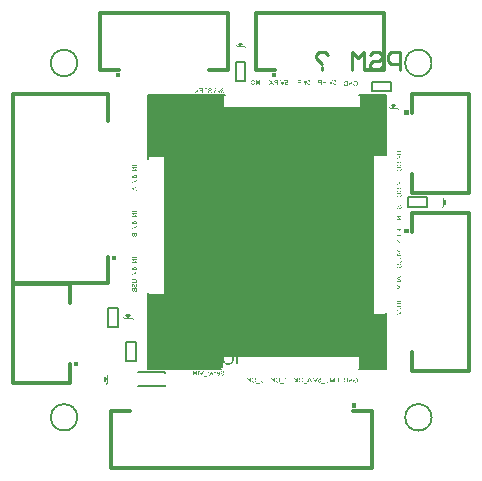
<source format=gbo>
G04 Layer_Color=32896*
%FSLAX42Y42*%
%MOMM*%
G71*
G01*
G75*
%ADD14C,0.25*%
%ADD17C,0.15*%
%ADD42C,0.13*%
%ADD67C,0.10*%
%ADD68C,0.30*%
G36*
X6033Y3335D02*
X6034Y3335D01*
X6035Y3335D01*
X6035Y3334D01*
X6036Y3334D01*
X6037Y3334D01*
X6037Y3334D01*
X6038Y3334D01*
X6038Y3334D01*
X6039Y3334D01*
X6039Y3334D01*
X6039Y3334D01*
X6040Y3333D01*
X6040Y3333D01*
X6040Y3333D01*
X6040Y3333D01*
X6040Y3333D01*
X6041Y3333D01*
X6042Y3332D01*
X6042Y3332D01*
X6043Y3332D01*
X6043Y3331D01*
X6043Y3331D01*
X6044Y3331D01*
X6044Y3330D01*
X6044Y3330D01*
X6044Y3330D01*
X6045Y3330D01*
X6045Y3330D01*
X6045Y3329D01*
X6045Y3329D01*
X6045Y3329D01*
X6045Y3329D01*
X6045Y3328D01*
X6046Y3328D01*
X6046Y3327D01*
X6046Y3327D01*
X6046Y3326D01*
X6046Y3326D01*
X6046Y3325D01*
X6046Y3325D01*
X6047Y3325D01*
X6047Y3324D01*
X6047Y3324D01*
X6047Y3324D01*
Y3324D01*
Y3324D01*
Y3324D01*
X6047Y3323D01*
X6047Y3323D01*
X6046Y3322D01*
X6046Y3321D01*
X6046Y3320D01*
X6046Y3320D01*
X6046Y3320D01*
X6046Y3319D01*
X6046Y3319D01*
X6045Y3319D01*
X6045Y3319D01*
X6045Y3319D01*
X6045Y3319D01*
X6045Y3319D01*
X6045Y3318D01*
X6045Y3318D01*
X6044Y3317D01*
X6043Y3316D01*
X6043Y3316D01*
X6042Y3316D01*
X6042Y3316D01*
X6042Y3315D01*
X6041Y3315D01*
X6041Y3315D01*
X6041Y3315D01*
X6041Y3315D01*
X6041Y3315D01*
X6040Y3315D01*
X6040Y3314D01*
X6039Y3314D01*
X6039Y3314D01*
X6038Y3314D01*
X6036Y3313D01*
X6036Y3313D01*
X6035Y3313D01*
X6035Y3313D01*
X6034Y3313D01*
X6034Y3313D01*
X6033Y3312D01*
X6033Y3312D01*
X6033D01*
X6033Y3312D01*
X6033D01*
X6032Y3312D01*
X6031Y3312D01*
X6030Y3312D01*
X6030Y3312D01*
X6029Y3311D01*
X6029Y3311D01*
X6028Y3311D01*
X6028Y3311D01*
X6027Y3311D01*
X6027Y3311D01*
X6027Y3311D01*
X6026Y3311D01*
X6026Y3310D01*
X6026Y3310D01*
X6026Y3310D01*
X6026D01*
X6026Y3310D01*
X6025Y3310D01*
X6025Y3310D01*
X6024Y3310D01*
X6024Y3309D01*
X6024Y3309D01*
X6024Y3309D01*
X6023Y3309D01*
X6023Y3309D01*
X6023Y3309D01*
X6023Y3308D01*
X6023Y3308D01*
X6022Y3308D01*
Y3308D01*
X6022Y3307D01*
X6022Y3307D01*
X6022Y3306D01*
X6021Y3306D01*
X6021Y3305D01*
X6021Y3305D01*
Y3305D01*
X6021Y3305D01*
Y3305D01*
Y3305D01*
Y3305D01*
X6021Y3304D01*
X6022Y3303D01*
X6022Y3303D01*
X6022Y3302D01*
X6022Y3302D01*
X6022Y3302D01*
X6022Y3302D01*
X6022Y3301D01*
X6022Y3301D01*
X6023Y3301D01*
Y3301D01*
X6023Y3301D01*
X6024Y3300D01*
X6024Y3300D01*
X6025Y3299D01*
X6025Y3299D01*
X6025Y3299D01*
X6026Y3299D01*
X6026Y3299D01*
X6026Y3299D01*
X6026Y3299D01*
X6026D01*
X6027Y3299D01*
X6028Y3298D01*
X6029Y3298D01*
X6029Y3298D01*
X6030Y3298D01*
X6030Y3298D01*
X6030Y3298D01*
X6031D01*
X6031Y3298D01*
X6031D01*
X6033Y3298D01*
X6034Y3298D01*
X6034Y3298D01*
X6035Y3298D01*
X6035Y3298D01*
X6036Y3299D01*
X6036Y3299D01*
X6036Y3299D01*
X6037Y3299D01*
X6037Y3299D01*
X6037Y3299D01*
X6037Y3299D01*
X6037Y3299D01*
X6037D01*
X6038Y3299D01*
X6038Y3300D01*
X6039Y3300D01*
X6039Y3300D01*
X6040Y3300D01*
X6040Y3301D01*
X6040Y3301D01*
X6040Y3301D01*
X6041Y3301D01*
X6041Y3302D01*
X6041Y3302D01*
X6041Y3302D01*
X6041Y3302D01*
X6041Y3302D01*
X6041Y3302D01*
X6041Y3302D01*
X6042Y3303D01*
X6042Y3304D01*
X6043Y3305D01*
X6043Y3305D01*
X6043Y3306D01*
X6043Y3306D01*
X6043Y3306D01*
X6043Y3307D01*
X6043Y3307D01*
Y3307D01*
X6043Y3307D01*
Y3307D01*
X6048Y3307D01*
X6048Y3306D01*
X6048Y3305D01*
X6048Y3305D01*
X6048Y3304D01*
X6048Y3303D01*
X6047Y3303D01*
X6047Y3302D01*
X6047Y3302D01*
X6047Y3301D01*
X6047Y3301D01*
X6046Y3300D01*
X6046Y3300D01*
X6046Y3300D01*
X6046Y3300D01*
X6046Y3300D01*
X6046Y3300D01*
X6046Y3299D01*
X6045Y3298D01*
X6045Y3298D01*
X6044Y3297D01*
X6044Y3297D01*
X6043Y3297D01*
X6043Y3296D01*
X6042Y3296D01*
X6042Y3296D01*
X6041Y3295D01*
X6041Y3295D01*
X6041Y3295D01*
X6041Y3295D01*
X6040Y3295D01*
X6040Y3295D01*
X6040Y3295D01*
X6039Y3295D01*
X6039Y3294D01*
X6038Y3294D01*
X6037Y3294D01*
X6036Y3294D01*
X6035Y3294D01*
X6034Y3293D01*
X6034Y3293D01*
X6033Y3293D01*
X6032Y3293D01*
X6032Y3293D01*
X6032Y3293D01*
X6031D01*
X6030Y3293D01*
X6029Y3293D01*
X6029Y3293D01*
X6028Y3293D01*
X6027Y3294D01*
X6027Y3294D01*
X6026Y3294D01*
X6026Y3294D01*
X6025Y3294D01*
X6025Y3294D01*
X6024Y3294D01*
X6024Y3295D01*
X6024Y3295D01*
X6023Y3295D01*
X6023Y3295D01*
X6023Y3295D01*
X6023Y3295D01*
X6022Y3295D01*
X6022Y3296D01*
X6021Y3296D01*
X6021Y3297D01*
X6020Y3297D01*
X6020Y3297D01*
X6019Y3298D01*
X6019Y3298D01*
X6019Y3298D01*
X6019Y3298D01*
X6018Y3299D01*
X6018Y3299D01*
X6018Y3299D01*
X6018Y3299D01*
X6018Y3299D01*
X6018Y3300D01*
X6017Y3300D01*
X6017Y3301D01*
X6017Y3301D01*
X6017Y3302D01*
X6017Y3302D01*
X6017Y3303D01*
X6016Y3303D01*
X6016Y3304D01*
X6016Y3304D01*
X6016Y3304D01*
X6016Y3305D01*
X6016Y3305D01*
Y3305D01*
Y3305D01*
Y3305D01*
X6016Y3306D01*
X6016Y3306D01*
X6016Y3307D01*
X6017Y3307D01*
X6017Y3308D01*
X6017Y3308D01*
X6017Y3309D01*
X6017Y3309D01*
X6017Y3310D01*
X6017Y3310D01*
X6018Y3310D01*
X6018Y3310D01*
X6018Y3311D01*
X6018Y3311D01*
X6018Y3311D01*
X6018Y3311D01*
X6018Y3311D01*
X6019Y3312D01*
X6019Y3313D01*
X6020Y3313D01*
X6021Y3314D01*
X6021Y3314D01*
X6022Y3314D01*
X6022Y3314D01*
X6022Y3315D01*
X6023Y3315D01*
X6023Y3315D01*
X6023Y3315D01*
X6023Y3315D01*
X6023Y3315D01*
X6024Y3315D01*
X6024Y3315D01*
X6025Y3316D01*
X6026Y3316D01*
X6026Y3316D01*
X6027Y3316D01*
X6028Y3317D01*
X6029Y3317D01*
X6030Y3317D01*
X6030Y3317D01*
X6031Y3317D01*
X6031Y3317D01*
X6032Y3317D01*
X6032Y3317D01*
X6032Y3317D01*
X6032D01*
X6032Y3318D01*
X6032D01*
X6033Y3318D01*
X6034Y3318D01*
X6035Y3318D01*
X6036Y3319D01*
X6037Y3319D01*
X6037Y3319D01*
X6038Y3319D01*
X6038Y3320D01*
X6039Y3320D01*
X6039Y3320D01*
X6039Y3320D01*
X6040Y3320D01*
X6040Y3320D01*
X6040Y3320D01*
X6040Y3320D01*
X6040Y3320D01*
X6040Y3321D01*
X6040Y3321D01*
X6041Y3321D01*
X6041Y3322D01*
X6041Y3322D01*
X6041Y3323D01*
X6041Y3323D01*
X6041Y3323D01*
X6041Y3324D01*
X6041Y3324D01*
Y3324D01*
Y3324D01*
Y3324D01*
X6041Y3324D01*
X6041Y3325D01*
X6041Y3325D01*
X6041Y3326D01*
X6041Y3326D01*
X6041Y3327D01*
X6040Y3327D01*
X6040Y3327D01*
X6040Y3328D01*
X6040Y3328D01*
X6040Y3328D01*
X6040Y3328D01*
X6039Y3328D01*
X6039Y3328D01*
X6039Y3328D01*
X6039Y3329D01*
X6038Y3329D01*
X6038Y3329D01*
X6037Y3329D01*
X6037Y3329D01*
X6036Y3330D01*
X6035Y3330D01*
X6034Y3330D01*
X6034Y3330D01*
X6033Y3330D01*
X6033Y3330D01*
X6033Y3330D01*
X6032D01*
X6031Y3330D01*
X6031Y3330D01*
X6030Y3330D01*
X6029Y3330D01*
X6029Y3330D01*
X6028Y3329D01*
X6028Y3329D01*
X6027Y3329D01*
X6027Y3329D01*
X6026Y3329D01*
X6026Y3329D01*
X6026Y3328D01*
X6026Y3328D01*
X6025Y3328D01*
X6025Y3328D01*
X6025Y3328D01*
X6025Y3328D01*
X6025Y3327D01*
X6024Y3327D01*
X6024Y3326D01*
X6024Y3326D01*
X6023Y3325D01*
X6023Y3325D01*
X6023Y3324D01*
X6023Y3324D01*
X6023Y3324D01*
X6023Y3323D01*
X6023Y3323D01*
X6023Y3323D01*
X6023Y3323D01*
X6023Y3322D01*
Y3322D01*
X6017Y3323D01*
X6018Y3323D01*
X6018Y3324D01*
X6018Y3325D01*
X6018Y3325D01*
X6018Y3326D01*
X6018Y3326D01*
X6018Y3327D01*
X6019Y3327D01*
X6019Y3328D01*
X6019Y3328D01*
X6019Y3328D01*
X6019Y3329D01*
X6019Y3329D01*
X6019Y3329D01*
X6019Y3329D01*
X6019Y3329D01*
X6020Y3330D01*
X6020Y3330D01*
X6021Y3330D01*
X6021Y3331D01*
X6021Y3331D01*
X6022Y3332D01*
X6022Y3332D01*
X6023Y3332D01*
X6023Y3332D01*
X6024Y3333D01*
X6024Y3333D01*
X6024Y3333D01*
X6024Y3333D01*
X6025Y3333D01*
X6025Y3333D01*
X6025Y3333D01*
X6025Y3333D01*
X6026Y3334D01*
X6027Y3334D01*
X6027Y3334D01*
X6029Y3334D01*
X6029Y3334D01*
X6030Y3334D01*
X6030Y3335D01*
X6031Y3335D01*
X6031Y3335D01*
X6032D01*
X6032Y3335D01*
X6033D01*
X6033Y3335D01*
D02*
G37*
G36*
X5905Y3283D02*
X5873D01*
Y3286D01*
X5905D01*
Y3283D01*
D02*
G37*
G36*
X6273Y3234D02*
X6268D01*
Y3248D01*
X6261Y3254D01*
X6247Y3234D01*
X6240D01*
X6258Y3258D01*
X6241Y3274D01*
X6248D01*
X6268Y3254D01*
Y3274D01*
X6273D01*
Y3234D01*
D02*
G37*
G36*
X5969Y3324D02*
X5969Y3323D01*
X5970Y3323D01*
X5970Y3323D01*
X5970Y3323D01*
X5971Y3323D01*
X5971Y3323D01*
X5971Y3323D01*
X5971Y3323D01*
X5971D01*
X5971Y3322D01*
X5972Y3322D01*
X5972Y3322D01*
X5972Y3322D01*
X5973Y3321D01*
X5973Y3320D01*
X5974Y3320D01*
X5974Y3319D01*
X5974Y3319D01*
X5974Y3319D01*
X5974Y3319D01*
X5974Y3319D01*
X5974Y3318D01*
Y3323D01*
X5979D01*
Y3294D01*
X5974D01*
Y3309D01*
X5974Y3310D01*
X5974Y3311D01*
X5973Y3312D01*
X5973Y3312D01*
X5973Y3313D01*
X5973Y3313D01*
X5973Y3313D01*
X5973Y3314D01*
X5973Y3314D01*
X5973Y3314D01*
X5973Y3315D01*
X5973Y3315D01*
X5973Y3315D01*
Y3315D01*
X5973Y3315D01*
X5972Y3316D01*
X5972Y3316D01*
X5972Y3317D01*
X5971Y3317D01*
X5971Y3317D01*
X5971Y3317D01*
X5971Y3317D01*
X5970Y3318D01*
X5970Y3318D01*
X5970Y3318D01*
X5969Y3318D01*
X5969Y3318D01*
X5968Y3318D01*
X5968D01*
X5967Y3318D01*
X5967Y3318D01*
X5966Y3318D01*
X5966Y3318D01*
X5965Y3318D01*
X5965Y3318D01*
X5965Y3318D01*
X5965Y3318D01*
X5965Y3317D01*
X5965Y3317D01*
X5965D01*
X5963Y3322D01*
X5963Y3322D01*
X5964Y3323D01*
X5964Y3323D01*
X5965Y3323D01*
X5966Y3323D01*
X5966Y3323D01*
X5966Y3323D01*
X5967Y3323D01*
X5967Y3323D01*
X5967Y3324D01*
X5967Y3324D01*
X5968Y3324D01*
X5968D01*
X5969Y3324D01*
D02*
G37*
G36*
X5831Y3294D02*
X5825D01*
Y3334D01*
X5831D01*
Y3294D01*
D02*
G37*
G36*
X5921Y3324D02*
X5922Y3323D01*
X5923Y3323D01*
X5924Y3323D01*
X5925Y3323D01*
X5925Y3323D01*
X5926Y3322D01*
X5927Y3322D01*
X5927Y3322D01*
X5928Y3321D01*
X5928Y3321D01*
X5929Y3321D01*
X5929Y3321D01*
X5929Y3320D01*
X5929Y3320D01*
X5929Y3320D01*
X5930Y3320D01*
X5931Y3319D01*
X5931Y3318D01*
X5932Y3317D01*
X5932Y3316D01*
X5933Y3315D01*
X5933Y3314D01*
X5933Y3313D01*
X5933Y3312D01*
X5933Y3311D01*
X5934Y3310D01*
X5934Y3310D01*
X5934Y3310D01*
Y3309D01*
X5934Y3309D01*
Y3309D01*
X5934Y3309D01*
Y3309D01*
Y3308D01*
Y3308D01*
Y3308D01*
X5934Y3307D01*
X5934Y3306D01*
X5933Y3305D01*
X5933Y3304D01*
X5933Y3303D01*
X5933Y3302D01*
X5932Y3301D01*
X5932Y3300D01*
X5931Y3299D01*
X5931Y3299D01*
X5931Y3298D01*
X5931Y3298D01*
X5930Y3298D01*
X5930Y3297D01*
X5930Y3297D01*
X5930Y3297D01*
X5929Y3296D01*
X5928Y3296D01*
X5928Y3295D01*
X5927Y3295D01*
X5926Y3295D01*
X5925Y3294D01*
X5924Y3294D01*
X5924Y3294D01*
X5923Y3294D01*
X5922Y3293D01*
X5922Y3293D01*
X5921Y3293D01*
X5921Y3293D01*
X5921D01*
X5920Y3293D01*
X5920D01*
X5919Y3293D01*
X5919Y3293D01*
X5918Y3293D01*
X5917Y3294D01*
X5917Y3294D01*
X5916Y3294D01*
X5916Y3294D01*
X5915Y3294D01*
X5915Y3294D01*
X5914Y3294D01*
X5914Y3295D01*
X5914Y3295D01*
X5913Y3295D01*
X5913Y3295D01*
X5913Y3295D01*
X5913Y3295D01*
X5913Y3295D01*
X5912Y3296D01*
X5911Y3296D01*
X5911Y3297D01*
X5911Y3297D01*
X5910Y3297D01*
X5910Y3298D01*
X5909Y3298D01*
X5909Y3299D01*
X5909Y3299D01*
X5909Y3299D01*
X5909Y3299D01*
X5908Y3300D01*
X5908Y3300D01*
X5908Y3300D01*
X5908Y3300D01*
X5908Y3301D01*
X5908Y3301D01*
X5907Y3302D01*
X5907Y3303D01*
X5907Y3303D01*
X5907Y3304D01*
X5907Y3305D01*
X5907Y3306D01*
X5907Y3306D01*
X5907Y3307D01*
X5907Y3307D01*
X5907Y3308D01*
X5907Y3308D01*
Y3309D01*
Y3309D01*
Y3309D01*
Y3309D01*
Y3309D01*
X5907Y3310D01*
X5907Y3311D01*
X5907Y3312D01*
X5907Y3313D01*
X5907Y3314D01*
X5908Y3315D01*
X5908Y3316D01*
X5908Y3317D01*
X5909Y3317D01*
X5909Y3318D01*
X5909Y3319D01*
X5910Y3319D01*
X5910Y3319D01*
X5910Y3319D01*
X5910Y3320D01*
X5910Y3320D01*
X5911Y3320D01*
X5912Y3321D01*
X5913Y3321D01*
X5913Y3322D01*
X5914Y3322D01*
X5915Y3323D01*
X5916Y3323D01*
X5917Y3323D01*
X5917Y3323D01*
X5918Y3323D01*
X5919Y3323D01*
X5919Y3324D01*
X5920Y3324D01*
X5920Y3324D01*
X5920D01*
X5921Y3324D01*
D02*
G37*
G36*
X6388Y3251D02*
X6388Y3250D01*
X6388Y3249D01*
X6388Y3248D01*
X6388Y3247D01*
X6388Y3246D01*
X6388Y3245D01*
X6387Y3244D01*
X6387Y3243D01*
X6387Y3243D01*
X6387Y3242D01*
X6387Y3242D01*
X6387Y3241D01*
X6387Y3241D01*
X6387Y3241D01*
X6387Y3241D01*
X6387Y3241D01*
X6386Y3240D01*
X6386Y3239D01*
X6386Y3239D01*
X6385Y3238D01*
X6385Y3238D01*
X6384Y3237D01*
X6384Y3237D01*
X6383Y3237D01*
X6383Y3236D01*
X6383Y3236D01*
X6382Y3236D01*
X6382Y3236D01*
X6382Y3235D01*
X6382Y3235D01*
X6382Y3235D01*
X6381Y3235D01*
X6381Y3235D01*
X6380Y3235D01*
X6379Y3234D01*
X6379Y3234D01*
X6378Y3234D01*
X6377Y3234D01*
X6376Y3234D01*
X6376Y3233D01*
X6375Y3233D01*
X6374Y3233D01*
X6374Y3233D01*
X6373Y3233D01*
X6373Y3233D01*
X6372D01*
X6371Y3233D01*
X6370Y3233D01*
X6369Y3233D01*
X6368Y3234D01*
X6368Y3234D01*
X6367Y3234D01*
X6366Y3234D01*
X6365Y3234D01*
X6365Y3235D01*
X6364Y3235D01*
X6364Y3235D01*
X6364Y3235D01*
X6363Y3235D01*
X6363Y3235D01*
X6363Y3235D01*
X6363Y3235D01*
X6362Y3236D01*
X6362Y3236D01*
X6361Y3237D01*
X6361Y3237D01*
X6360Y3238D01*
X6360Y3238D01*
X6359Y3239D01*
X6359Y3239D01*
X6359Y3240D01*
X6359Y3240D01*
X6358Y3240D01*
X6358Y3241D01*
X6358Y3241D01*
X6358Y3241D01*
X6358Y3241D01*
X6358Y3241D01*
X6358Y3242D01*
X6358Y3243D01*
X6357Y3243D01*
X6357Y3244D01*
X6357Y3246D01*
X6357Y3247D01*
X6357Y3247D01*
X6357Y3248D01*
X6357Y3249D01*
X6357Y3249D01*
Y3250D01*
X6357Y3250D01*
Y3250D01*
Y3251D01*
Y3251D01*
Y3251D01*
Y3251D01*
Y3251D01*
Y3274D01*
X6362D01*
Y3251D01*
X6362Y3249D01*
X6362Y3248D01*
X6362Y3247D01*
X6362Y3246D01*
X6362Y3245D01*
X6363Y3244D01*
X6363Y3244D01*
X6363Y3243D01*
X6363Y3242D01*
X6364Y3242D01*
X6364Y3241D01*
X6364Y3241D01*
X6364Y3241D01*
X6364Y3241D01*
X6364Y3241D01*
X6364Y3241D01*
X6365Y3240D01*
X6365Y3240D01*
X6366Y3239D01*
X6367Y3239D01*
X6367Y3239D01*
X6368Y3239D01*
X6369Y3238D01*
X6369Y3238D01*
X6370Y3238D01*
X6371Y3238D01*
X6371Y3238D01*
X6372Y3238D01*
X6372D01*
X6372Y3238D01*
X6373D01*
X6373Y3238D01*
X6374Y3238D01*
X6375Y3238D01*
X6375Y3238D01*
X6376Y3238D01*
X6376Y3238D01*
X6376Y3239D01*
X6377Y3239D01*
X6377Y3239D01*
X6378Y3239D01*
X6378Y3239D01*
X6378Y3239D01*
X6378Y3239D01*
X6378Y3239D01*
X6378Y3239D01*
X6379D01*
X6379Y3240D01*
X6379Y3240D01*
X6380Y3240D01*
X6380Y3241D01*
X6380Y3241D01*
X6381Y3241D01*
X6381Y3242D01*
X6381Y3242D01*
X6382Y3243D01*
X6382Y3243D01*
X6382Y3243D01*
X6382Y3243D01*
X6382Y3243D01*
Y3243D01*
X6382Y3244D01*
X6382Y3244D01*
X6382Y3245D01*
X6382Y3245D01*
X6383Y3247D01*
X6383Y3247D01*
X6383Y3248D01*
X6383Y3249D01*
X6383Y3249D01*
X6383Y3250D01*
Y3250D01*
X6383Y3250D01*
Y3251D01*
Y3251D01*
Y3251D01*
Y3274D01*
X6388D01*
Y3251D01*
D02*
G37*
G36*
X7548Y4529D02*
X7532D01*
Y4518D01*
Y4518D01*
X7532Y4517D01*
X7532Y4516D01*
X7532Y4515D01*
X7532Y4515D01*
X7531Y4514D01*
X7531Y4513D01*
X7531Y4512D01*
X7531Y4511D01*
X7530Y4510D01*
X7530Y4509D01*
X7530Y4509D01*
X7529Y4508D01*
X7529Y4508D01*
X7529Y4507D01*
X7529Y4507D01*
X7528Y4507D01*
X7528Y4507D01*
X7528Y4507D01*
X7528Y4506D01*
X7527Y4506D01*
X7526Y4505D01*
X7525Y4505D01*
X7525Y4504D01*
X7524Y4504D01*
X7523Y4504D01*
X7523Y4504D01*
X7522Y4504D01*
X7521Y4503D01*
X7521Y4503D01*
X7520Y4503D01*
X7520Y4503D01*
X7520Y4503D01*
X7520D01*
X7519Y4503D01*
X7518Y4504D01*
X7517Y4504D01*
X7517Y4504D01*
X7516Y4504D01*
X7516Y4504D01*
X7515Y4504D01*
X7515Y4504D01*
X7515Y4504D01*
X7515Y4504D01*
X7514Y4504D01*
X7514Y4504D01*
X7514Y4505D01*
X7514Y4505D01*
X7513Y4505D01*
X7513Y4506D01*
X7512Y4506D01*
X7512Y4506D01*
X7511Y4507D01*
X7511Y4507D01*
X7511Y4507D01*
X7511Y4507D01*
X7511Y4507D01*
X7510Y4508D01*
X7510Y4508D01*
X7510Y4508D01*
X7510Y4508D01*
X7510Y4509D01*
X7509Y4509D01*
X7509Y4510D01*
X7509Y4511D01*
X7509Y4511D01*
X7509Y4512D01*
X7509Y4512D01*
X7509Y4512D01*
X7508Y4512D01*
X7508Y4513D01*
X7508Y4513D01*
Y4513D01*
X7508Y4513D01*
X7508Y4514D01*
X7508Y4515D01*
X7508Y4516D01*
X7508Y4517D01*
X7508Y4517D01*
Y4517D01*
X7508Y4518D01*
Y4518D01*
Y4518D01*
Y4519D01*
Y4519D01*
Y4519D01*
Y4534D01*
X7548D01*
Y4529D01*
D02*
G37*
G36*
X6476Y3234D02*
X6471D01*
Y3248D01*
X6464Y3254D01*
X6450Y3234D01*
X6443D01*
X6461Y3258D01*
X6444Y3274D01*
X6451D01*
X6471Y3254D01*
Y3274D01*
X6476D01*
Y3234D01*
D02*
G37*
G36*
X7548Y5148D02*
X7532D01*
Y5138D01*
Y5137D01*
X7532Y5137D01*
X7532Y5136D01*
X7532Y5135D01*
X7532Y5135D01*
X7531Y5134D01*
X7531Y5133D01*
X7531Y5132D01*
X7531Y5131D01*
X7530Y5130D01*
X7530Y5129D01*
X7530Y5128D01*
X7529Y5128D01*
X7529Y5127D01*
X7529Y5127D01*
X7529Y5127D01*
X7528Y5127D01*
X7528Y5126D01*
X7528Y5126D01*
X7528Y5126D01*
X7527Y5125D01*
X7526Y5125D01*
X7525Y5124D01*
X7525Y5124D01*
X7524Y5124D01*
X7523Y5124D01*
X7523Y5124D01*
X7522Y5123D01*
X7521Y5123D01*
X7521Y5123D01*
X7520Y5123D01*
X7520Y5123D01*
X7520Y5123D01*
X7520D01*
X7519Y5123D01*
X7518Y5123D01*
X7517Y5123D01*
X7517Y5123D01*
X7516Y5124D01*
X7516Y5124D01*
X7515Y5124D01*
X7515Y5124D01*
X7515Y5124D01*
X7515Y5124D01*
X7514Y5124D01*
X7514Y5124D01*
X7514Y5124D01*
X7514Y5124D01*
X7513Y5125D01*
X7513Y5125D01*
X7512Y5126D01*
X7512Y5126D01*
X7511Y5126D01*
X7511Y5127D01*
X7511Y5127D01*
X7511Y5127D01*
X7511Y5127D01*
X7510Y5127D01*
X7510Y5127D01*
X7510Y5128D01*
X7510Y5128D01*
X7510Y5128D01*
X7509Y5129D01*
X7509Y5130D01*
X7509Y5131D01*
X7509Y5131D01*
X7509Y5131D01*
X7509Y5132D01*
X7509Y5132D01*
X7508Y5132D01*
X7508Y5132D01*
X7508Y5132D01*
Y5132D01*
X7508Y5133D01*
X7508Y5133D01*
X7508Y5134D01*
X7508Y5135D01*
X7508Y5136D01*
X7508Y5137D01*
Y5137D01*
X7508Y5138D01*
Y5138D01*
Y5138D01*
Y5138D01*
Y5139D01*
Y5139D01*
Y5154D01*
X7548D01*
Y5148D01*
D02*
G37*
G36*
Y4451D02*
X7543D01*
Y4476D01*
X7530D01*
Y4453D01*
X7525D01*
Y4476D01*
X7513D01*
Y4452D01*
X7508D01*
Y4481D01*
X7548D01*
Y4451D01*
D02*
G37*
G36*
X6300Y3275D02*
X6301Y3275D01*
X6301Y3275D01*
X6302Y3274D01*
X6303Y3274D01*
X6305Y3274D01*
X6306Y3273D01*
X6307Y3273D01*
X6308Y3272D01*
X6309Y3272D01*
X6310Y3271D01*
X6311Y3271D01*
X6311Y3270D01*
X6312Y3270D01*
X6312Y3270D01*
X6313Y3269D01*
X6313Y3269D01*
X6313Y3269D01*
X6313Y3269D01*
X6313Y3269D01*
X6313Y3269D01*
X6313Y3268D01*
X6314Y3268D01*
X6314Y3267D01*
X6315Y3267D01*
X6315Y3265D01*
X6316Y3264D01*
X6317Y3263D01*
X6317Y3262D01*
X6317Y3260D01*
X6318Y3259D01*
X6318Y3258D01*
X6318Y3257D01*
X6318Y3256D01*
X6318Y3256D01*
X6318Y3255D01*
X6318Y3255D01*
X6318Y3255D01*
X6318Y3254D01*
Y3254D01*
X6318Y3254D01*
Y3254D01*
Y3254D01*
Y3253D01*
Y3253D01*
X6318Y3252D01*
X6318Y3251D01*
X6318Y3251D01*
X6318Y3250D01*
X6318Y3249D01*
X6318Y3248D01*
X6317Y3247D01*
X6317Y3246D01*
X6317Y3246D01*
X6317Y3245D01*
X6316Y3245D01*
X6316Y3244D01*
X6316Y3244D01*
X6316Y3244D01*
X6316Y3243D01*
X6316Y3243D01*
X6316Y3243D01*
X6315Y3242D01*
X6314Y3241D01*
X6314Y3240D01*
X6313Y3240D01*
X6313Y3239D01*
X6312Y3238D01*
X6312Y3238D01*
X6311Y3237D01*
X6311Y3237D01*
X6310Y3237D01*
X6310Y3236D01*
X6310Y3236D01*
X6309Y3236D01*
X6309Y3236D01*
X6309Y3236D01*
X6308Y3235D01*
X6308Y3235D01*
X6307Y3235D01*
X6306Y3234D01*
X6305Y3234D01*
X6304Y3234D01*
X6303Y3234D01*
X6302Y3234D01*
X6302Y3233D01*
X6301Y3233D01*
X6301Y3233D01*
X6300Y3233D01*
X6300Y3233D01*
X6299Y3233D01*
X6299D01*
X6298Y3233D01*
X6297Y3233D01*
X6296Y3233D01*
X6295Y3234D01*
X6295Y3234D01*
X6294Y3234D01*
X6293Y3234D01*
X6292Y3234D01*
X6292Y3235D01*
X6291Y3235D01*
X6291Y3235D01*
X6290Y3235D01*
X6290Y3235D01*
X6290Y3236D01*
X6289Y3236D01*
X6289Y3236D01*
X6289Y3236D01*
X6288Y3237D01*
X6287Y3237D01*
X6286Y3238D01*
X6286Y3238D01*
X6285Y3239D01*
X6285Y3240D01*
X6284Y3240D01*
X6284Y3241D01*
X6283Y3241D01*
X6283Y3242D01*
X6283Y3242D01*
X6283Y3242D01*
X6282Y3243D01*
X6282Y3243D01*
X6282Y3243D01*
X6282Y3244D01*
X6282Y3245D01*
X6281Y3246D01*
X6281Y3247D01*
X6281Y3248D01*
X6281Y3249D01*
X6280Y3249D01*
X6280Y3250D01*
X6280Y3251D01*
X6280Y3252D01*
X6280Y3252D01*
X6280Y3253D01*
Y3253D01*
X6280Y3253D01*
Y3254D01*
Y3254D01*
Y3254D01*
Y3254D01*
Y3254D01*
X6280Y3255D01*
X6280Y3256D01*
X6280Y3257D01*
X6280Y3258D01*
X6280Y3259D01*
X6281Y3260D01*
X6281Y3261D01*
X6281Y3261D01*
X6281Y3262D01*
X6282Y3263D01*
X6282Y3263D01*
X6282Y3264D01*
X6282Y3264D01*
X6282Y3264D01*
X6282Y3265D01*
X6282Y3265D01*
X6283Y3265D01*
X6283Y3266D01*
X6284Y3267D01*
X6284Y3268D01*
X6285Y3268D01*
X6285Y3269D01*
X6286Y3270D01*
X6287Y3270D01*
X6287Y3271D01*
X6288Y3271D01*
X6288Y3271D01*
X6288Y3272D01*
X6289Y3272D01*
X6289Y3272D01*
X6289Y3272D01*
X6289Y3272D01*
X6290Y3272D01*
X6291Y3273D01*
X6292Y3273D01*
X6293Y3274D01*
X6293Y3274D01*
X6294Y3274D01*
X6295Y3274D01*
X6296Y3274D01*
X6296Y3274D01*
X6297Y3275D01*
X6298Y3275D01*
X6298Y3275D01*
X6299D01*
X6299Y3275D01*
X6299D01*
X6300Y3275D01*
D02*
G37*
G36*
X6353Y3223D02*
X6320D01*
Y3226D01*
X6353D01*
Y3223D01*
D02*
G37*
G36*
X7548Y4439D02*
X7517D01*
X7548Y4418D01*
Y4412D01*
X7508D01*
Y4417D01*
X7539D01*
X7508Y4438D01*
Y4444D01*
X7548D01*
Y4439D01*
D02*
G37*
G36*
X6954Y5754D02*
X6948D01*
X6932Y5794D01*
X6938D01*
X6949Y5765D01*
X6949Y5764D01*
X6950Y5762D01*
X6950Y5762D01*
X6950Y5761D01*
X6950Y5761D01*
X6950Y5760D01*
X6950Y5760D01*
X6950Y5759D01*
X6951Y5759D01*
X6951Y5759D01*
X6951Y5759D01*
X6951Y5758D01*
X6951Y5758D01*
Y5758D01*
X6951Y5759D01*
X6952Y5761D01*
X6952Y5762D01*
X6952Y5762D01*
X6952Y5763D01*
X6952Y5763D01*
X6952Y5764D01*
X6953Y5764D01*
X6953Y5764D01*
X6953Y5764D01*
X6953Y5765D01*
X6953Y5765D01*
X6953Y5765D01*
X6963Y5794D01*
X6969D01*
X6954Y5754D01*
D02*
G37*
G36*
X6872D02*
X6866D01*
Y5770D01*
X6855D01*
X6855Y5770D01*
X6854Y5770D01*
X6853Y5770D01*
X6853Y5770D01*
X6852Y5771D01*
X6851Y5771D01*
X6850Y5771D01*
X6849Y5771D01*
X6848Y5772D01*
X6847Y5772D01*
X6846Y5772D01*
X6846Y5773D01*
X6845Y5773D01*
X6845Y5773D01*
X6845Y5773D01*
X6845Y5774D01*
X6844Y5774D01*
X6844Y5774D01*
X6844Y5774D01*
X6843Y5775D01*
X6843Y5776D01*
X6842Y5777D01*
X6842Y5777D01*
X6842Y5778D01*
X6842Y5779D01*
X6842Y5779D01*
X6841Y5780D01*
X6841Y5781D01*
X6841Y5781D01*
X6841Y5782D01*
X6841Y5782D01*
X6841Y5782D01*
Y5782D01*
Y5782D01*
X6841Y5783D01*
X6841Y5784D01*
X6841Y5785D01*
X6841Y5785D01*
X6842Y5786D01*
X6842Y5786D01*
X6842Y5787D01*
X6842Y5787D01*
X6842Y5787D01*
X6842Y5787D01*
X6842Y5788D01*
X6842Y5788D01*
X6842Y5788D01*
X6842Y5788D01*
X6843Y5789D01*
X6843Y5789D01*
X6844Y5790D01*
X6844Y5790D01*
X6844Y5791D01*
X6845Y5791D01*
X6845Y5791D01*
X6845Y5791D01*
X6845Y5791D01*
X6845Y5792D01*
X6845Y5792D01*
X6846Y5792D01*
X6846Y5792D01*
X6846Y5792D01*
X6847Y5793D01*
X6848Y5793D01*
X6849Y5793D01*
X6849Y5793D01*
X6849Y5793D01*
X6850Y5793D01*
X6850Y5793D01*
X6850Y5794D01*
X6850Y5794D01*
X6850Y5794D01*
X6850D01*
X6851Y5794D01*
X6851Y5794D01*
X6852Y5794D01*
X6853Y5794D01*
X6854Y5794D01*
X6855Y5794D01*
X6855D01*
X6856Y5794D01*
X6872D01*
Y5754D01*
D02*
G37*
G36*
X7133Y3234D02*
X7128D01*
Y3265D01*
X7107Y3234D01*
X7102D01*
Y3274D01*
X7107D01*
Y3242D01*
X7128Y3274D01*
X7133D01*
Y3234D01*
D02*
G37*
G36*
X6997Y5773D02*
X6993Y5772D01*
X6992Y5773D01*
X6992Y5773D01*
X6991Y5774D01*
X6991Y5774D01*
X6990Y5775D01*
X6990Y5775D01*
X6990Y5775D01*
X6990Y5775D01*
X6990Y5775D01*
X6990D01*
X6989Y5775D01*
X6988Y5776D01*
X6987Y5776D01*
X6987Y5776D01*
X6986Y5776D01*
X6986Y5776D01*
X6986Y5776D01*
X6986D01*
X6986Y5776D01*
X6985D01*
X6985Y5776D01*
X6984Y5776D01*
X6983Y5776D01*
X6983Y5776D01*
X6982Y5776D01*
X6982Y5775D01*
X6981Y5775D01*
X6981Y5775D01*
X6980Y5775D01*
X6980Y5774D01*
X6980Y5774D01*
X6980Y5774D01*
X6979Y5774D01*
X6979Y5774D01*
X6979Y5774D01*
X6979Y5774D01*
X6979Y5773D01*
X6978Y5773D01*
X6978Y5772D01*
X6978Y5772D01*
X6978Y5771D01*
X6977Y5771D01*
X6977Y5770D01*
X6977Y5769D01*
X6977Y5769D01*
X6977Y5769D01*
X6977Y5768D01*
X6977Y5768D01*
Y5767D01*
X6977Y5767D01*
Y5767D01*
Y5767D01*
X6977Y5766D01*
X6977Y5765D01*
X6977Y5765D01*
X6977Y5764D01*
X6977Y5763D01*
X6978Y5763D01*
X6978Y5762D01*
X6978Y5762D01*
X6978Y5761D01*
X6978Y5761D01*
X6979Y5761D01*
X6979Y5760D01*
X6979Y5760D01*
X6979Y5760D01*
X6979Y5760D01*
X6979Y5760D01*
X6980Y5759D01*
X6980Y5759D01*
X6981Y5759D01*
X6981Y5758D01*
X6982Y5758D01*
X6982Y5758D01*
X6983Y5758D01*
X6983Y5758D01*
X6984Y5758D01*
X6984Y5757D01*
X6984Y5757D01*
X6985Y5757D01*
X6985D01*
X6985Y5757D01*
X6985D01*
X6986Y5757D01*
X6986Y5757D01*
X6987Y5757D01*
X6987Y5758D01*
X6988Y5758D01*
X6988Y5758D01*
X6989Y5758D01*
X6989Y5758D01*
X6989Y5758D01*
X6989Y5759D01*
X6990Y5759D01*
X6990Y5759D01*
X6990Y5759D01*
X6990Y5759D01*
X6990Y5759D01*
X6990Y5759D01*
X6991Y5760D01*
X6991Y5760D01*
X6991Y5760D01*
X6992Y5761D01*
X6992Y5761D01*
X6992Y5762D01*
X6992Y5763D01*
X6993Y5763D01*
X6993Y5764D01*
X6993Y5764D01*
X6993Y5764D01*
X6993Y5764D01*
X6993Y5765D01*
X6993Y5765D01*
Y5765D01*
X6998Y5764D01*
X6998Y5763D01*
X6998Y5763D01*
X6998Y5762D01*
X6997Y5761D01*
X6997Y5760D01*
X6997Y5760D01*
X6996Y5759D01*
X6996Y5758D01*
X6996Y5758D01*
X6995Y5758D01*
X6995Y5757D01*
X6995Y5757D01*
X6994Y5757D01*
X6994Y5756D01*
X6994Y5756D01*
X6994Y5756D01*
X6993Y5756D01*
X6993Y5755D01*
X6992Y5755D01*
X6991Y5755D01*
X6991Y5754D01*
X6990Y5754D01*
X6989Y5754D01*
X6988Y5754D01*
X6988Y5753D01*
X6987Y5753D01*
X6987Y5753D01*
X6986Y5753D01*
X6986Y5753D01*
X6985Y5753D01*
X6985D01*
X6984Y5753D01*
X6983Y5753D01*
X6982Y5754D01*
X6981Y5754D01*
X6980Y5754D01*
X6979Y5755D01*
X6978Y5755D01*
X6977Y5756D01*
X6977Y5756D01*
X6976Y5757D01*
X6976Y5757D01*
X6975Y5757D01*
X6975Y5758D01*
X6975Y5758D01*
X6975Y5758D01*
X6975Y5758D01*
X6974Y5759D01*
X6974Y5760D01*
X6973Y5760D01*
X6973Y5761D01*
X6973Y5762D01*
X6972Y5763D01*
X6972Y5764D01*
X6972Y5764D01*
X6972Y5765D01*
X6972Y5766D01*
X6972Y5766D01*
X6972Y5767D01*
X6972Y5767D01*
X6972Y5767D01*
Y5767D01*
Y5767D01*
Y5767D01*
Y5767D01*
X6972Y5769D01*
X6972Y5770D01*
X6972Y5770D01*
X6972Y5771D01*
X6972Y5772D01*
X6973Y5773D01*
X6973Y5774D01*
X6973Y5774D01*
X6974Y5775D01*
X6974Y5775D01*
X6974Y5776D01*
X6975Y5776D01*
X6975Y5776D01*
X6975Y5777D01*
X6975Y5777D01*
X6975Y5777D01*
X6976Y5777D01*
X6977Y5778D01*
X6977Y5779D01*
X6978Y5779D01*
X6979Y5779D01*
X6980Y5780D01*
X6980Y5780D01*
X6981Y5780D01*
X6982Y5780D01*
X6982Y5780D01*
X6983Y5780D01*
X6983Y5780D01*
X6984Y5780D01*
X6984Y5780D01*
X6984D01*
X6985Y5780D01*
X6986Y5780D01*
X6986Y5780D01*
X6987Y5780D01*
X6988Y5780D01*
X6988Y5780D01*
X6989Y5779D01*
X6989Y5779D01*
X6990Y5779D01*
X6990Y5779D01*
X6991Y5779D01*
X6991Y5778D01*
X6991Y5778D01*
X6991Y5778D01*
X6992Y5778D01*
X6992Y5778D01*
X6989Y5789D01*
X6973D01*
Y5793D01*
X6993D01*
X6997Y5773D01*
D02*
G37*
G36*
X6912Y5754D02*
X6907D01*
Y5773D01*
X6886D01*
Y5754D01*
X6881D01*
Y5794D01*
X6886D01*
Y5777D01*
X6907D01*
Y5794D01*
X6912D01*
Y5754D01*
D02*
G37*
G36*
X7530Y5102D02*
X7531Y5102D01*
X7531Y5102D01*
X7532Y5102D01*
X7533Y5102D01*
X7534Y5102D01*
X7535Y5102D01*
X7536Y5101D01*
X7536Y5101D01*
X7537Y5101D01*
X7537Y5101D01*
X7538Y5100D01*
X7538Y5100D01*
X7538Y5100D01*
X7539Y5100D01*
X7539Y5100D01*
X7539Y5100D01*
X7540Y5099D01*
X7541Y5099D01*
X7542Y5098D01*
X7542Y5098D01*
X7543Y5097D01*
X7544Y5096D01*
X7544Y5096D01*
X7545Y5095D01*
X7545Y5095D01*
X7545Y5094D01*
X7546Y5094D01*
X7546Y5094D01*
X7546Y5094D01*
X7546Y5093D01*
X7546Y5093D01*
X7547Y5093D01*
X7547Y5092D01*
X7547Y5091D01*
X7548Y5090D01*
X7548Y5089D01*
X7548Y5088D01*
X7548Y5087D01*
X7548Y5087D01*
X7549Y5086D01*
X7549Y5085D01*
X7549Y5085D01*
X7549Y5084D01*
X7549Y5084D01*
X7549Y5084D01*
Y5083D01*
Y5083D01*
Y5083D01*
Y5083D01*
X7549Y5082D01*
X7549Y5081D01*
X7549Y5080D01*
X7548Y5080D01*
X7548Y5079D01*
X7548Y5078D01*
X7548Y5077D01*
X7548Y5076D01*
X7547Y5076D01*
X7547Y5075D01*
X7547Y5075D01*
X7547Y5074D01*
X7547Y5074D01*
X7546Y5074D01*
X7546Y5074D01*
X7546Y5074D01*
X7546Y5073D01*
X7545Y5072D01*
X7545Y5071D01*
X7544Y5071D01*
X7544Y5070D01*
X7543Y5069D01*
X7542Y5069D01*
X7542Y5068D01*
X7541Y5068D01*
X7541Y5068D01*
X7540Y5067D01*
X7540Y5067D01*
X7539Y5067D01*
X7539Y5067D01*
X7539Y5067D01*
X7539Y5067D01*
X7538Y5066D01*
X7537Y5066D01*
X7536Y5065D01*
X7535Y5065D01*
X7534Y5065D01*
X7533Y5065D01*
X7533Y5065D01*
X7532Y5064D01*
X7531Y5064D01*
X7530Y5064D01*
X7530Y5064D01*
X7529Y5064D01*
X7529D01*
X7529Y5064D01*
X7528D01*
X7527Y5064D01*
X7526Y5064D01*
X7525Y5064D01*
X7524Y5064D01*
X7523Y5065D01*
X7522Y5065D01*
X7521Y5065D01*
X7521Y5065D01*
X7520Y5065D01*
X7519Y5066D01*
X7519Y5066D01*
X7518Y5066D01*
X7518Y5066D01*
X7518Y5066D01*
X7517Y5066D01*
X7517Y5066D01*
X7517Y5067D01*
X7516Y5067D01*
X7515Y5068D01*
X7514Y5068D01*
X7514Y5069D01*
X7513Y5070D01*
X7512Y5070D01*
X7512Y5071D01*
X7511Y5071D01*
X7511Y5072D01*
X7511Y5072D01*
X7510Y5073D01*
X7510Y5073D01*
X7510Y5073D01*
X7510Y5073D01*
X7510Y5073D01*
X7510Y5074D01*
X7509Y5075D01*
X7509Y5076D01*
X7508Y5077D01*
X7508Y5078D01*
X7508Y5078D01*
X7508Y5079D01*
X7508Y5080D01*
X7508Y5081D01*
X7507Y5081D01*
X7507Y5082D01*
X7507Y5082D01*
Y5083D01*
X7507Y5083D01*
Y5083D01*
Y5083D01*
Y5083D01*
Y5083D01*
X7507Y5084D01*
X7507Y5085D01*
X7507Y5086D01*
X7508Y5086D01*
X7508Y5088D01*
X7508Y5089D01*
X7509Y5090D01*
X7509Y5091D01*
X7510Y5092D01*
X7510Y5093D01*
X7511Y5094D01*
X7511Y5095D01*
X7512Y5096D01*
X7512Y5096D01*
X7512Y5097D01*
X7513Y5097D01*
X7513Y5097D01*
X7513Y5097D01*
X7513Y5097D01*
X7513Y5097D01*
X7513Y5097D01*
X7514Y5098D01*
X7514Y5098D01*
X7515Y5098D01*
X7515Y5099D01*
X7517Y5100D01*
X7518Y5100D01*
X7519Y5101D01*
X7520Y5101D01*
X7522Y5101D01*
X7523Y5102D01*
X7524Y5102D01*
X7525Y5102D01*
X7526Y5102D01*
X7526Y5102D01*
X7527Y5102D01*
X7527Y5102D01*
X7527Y5102D01*
X7528Y5102D01*
X7528D01*
X7528Y5102D01*
X7529D01*
X7530Y5102D01*
D02*
G37*
G36*
X7159Y3275D02*
X7160Y3275D01*
X7161Y3274D01*
X7162Y3274D01*
X7163Y3274D01*
X7164Y3274D01*
X7165Y3274D01*
X7166Y3273D01*
X7166Y3273D01*
X7167Y3273D01*
X7167Y3273D01*
X7168Y3273D01*
X7168Y3272D01*
X7168Y3272D01*
X7169Y3272D01*
X7169Y3272D01*
X7169Y3272D01*
X7170Y3271D01*
X7171Y3271D01*
X7172Y3270D01*
X7172Y3269D01*
X7173Y3269D01*
X7173Y3268D01*
X7174Y3268D01*
X7174Y3267D01*
X7175Y3266D01*
X7175Y3266D01*
X7175Y3265D01*
X7175Y3265D01*
X7176Y3265D01*
X7176Y3265D01*
X7176Y3265D01*
Y3265D01*
X7176Y3264D01*
X7176Y3263D01*
X7177Y3262D01*
X7177Y3261D01*
X7177Y3260D01*
X7177Y3259D01*
X7178Y3258D01*
X7178Y3257D01*
X7178Y3257D01*
X7178Y3256D01*
X7178Y3255D01*
X7178Y3255D01*
Y3254D01*
X7178Y3254D01*
Y3254D01*
Y3254D01*
Y3254D01*
Y3254D01*
Y3254D01*
X7178Y3253D01*
X7178Y3252D01*
X7178Y3251D01*
X7178Y3250D01*
X7178Y3249D01*
X7177Y3248D01*
X7177Y3247D01*
X7177Y3246D01*
X7177Y3246D01*
X7176Y3245D01*
X7176Y3244D01*
X7176Y3244D01*
X7176Y3244D01*
X7176Y3243D01*
X7176Y3243D01*
X7176Y3243D01*
X7175Y3242D01*
X7175Y3241D01*
X7174Y3241D01*
X7173Y3240D01*
X7173Y3239D01*
X7172Y3239D01*
X7172Y3238D01*
X7171Y3238D01*
X7171Y3237D01*
X7170Y3237D01*
X7170Y3236D01*
X7169Y3236D01*
X7169Y3236D01*
X7169Y3236D01*
X7168Y3236D01*
X7168Y3236D01*
X7167Y3235D01*
X7167Y3235D01*
X7166Y3235D01*
X7165Y3234D01*
X7164Y3234D01*
X7163Y3234D01*
X7162Y3234D01*
X7161Y3234D01*
X7160Y3233D01*
X7160Y3233D01*
X7159Y3233D01*
X7159Y3233D01*
X7158D01*
X7158Y3233D01*
X7158D01*
X7157Y3233D01*
X7156Y3233D01*
X7154Y3233D01*
X7154Y3234D01*
X7153Y3234D01*
X7152Y3234D01*
X7152Y3234D01*
X7151Y3234D01*
X7151Y3234D01*
X7150Y3234D01*
X7150Y3235D01*
X7150Y3235D01*
X7149Y3235D01*
X7149Y3235D01*
X7149Y3235D01*
X7148Y3235D01*
X7148Y3235D01*
X7146Y3236D01*
X7145Y3237D01*
X7145Y3237D01*
X7144Y3237D01*
X7143Y3238D01*
X7143Y3238D01*
X7142Y3238D01*
X7142Y3239D01*
X7142Y3239D01*
X7141Y3239D01*
X7141Y3239D01*
X7141Y3239D01*
X7141Y3239D01*
Y3254D01*
X7158D01*
Y3250D01*
X7146D01*
Y3242D01*
X7147Y3242D01*
X7147Y3242D01*
X7148Y3241D01*
X7149Y3241D01*
X7149Y3240D01*
X7150Y3240D01*
X7150Y3240D01*
X7150Y3240D01*
X7151Y3240D01*
X7151Y3239D01*
X7151Y3239D01*
X7151Y3239D01*
X7151Y3239D01*
X7152Y3239D01*
X7152Y3239D01*
X7154Y3239D01*
X7155Y3238D01*
X7155Y3238D01*
X7156Y3238D01*
X7156Y3238D01*
X7157Y3238D01*
X7157Y3238D01*
X7157D01*
X7158Y3238D01*
X7158D01*
X7159Y3238D01*
X7159Y3238D01*
X7160Y3238D01*
X7161Y3238D01*
X7161Y3238D01*
X7162Y3239D01*
X7163Y3239D01*
X7163Y3239D01*
X7164Y3239D01*
X7164Y3239D01*
X7164Y3239D01*
X7165Y3239D01*
X7165Y3240D01*
X7165Y3240D01*
X7165Y3240D01*
X7165Y3240D01*
X7166Y3240D01*
X7167Y3240D01*
X7167Y3241D01*
X7168Y3241D01*
X7168Y3242D01*
X7169Y3242D01*
X7169Y3243D01*
X7169Y3243D01*
X7170Y3243D01*
X7170Y3244D01*
X7170Y3244D01*
X7170Y3244D01*
X7171Y3245D01*
X7171Y3245D01*
X7171Y3245D01*
X7171Y3245D01*
X7171Y3246D01*
X7171Y3246D01*
X7172Y3247D01*
X7172Y3248D01*
X7172Y3249D01*
X7172Y3250D01*
X7172Y3250D01*
X7172Y3251D01*
X7172Y3252D01*
X7173Y3252D01*
X7173Y3253D01*
X7173Y3253D01*
X7173Y3254D01*
Y3254D01*
Y3254D01*
Y3254D01*
Y3254D01*
X7173Y3255D01*
X7173Y3256D01*
X7172Y3256D01*
X7172Y3257D01*
X7172Y3258D01*
X7172Y3259D01*
X7172Y3259D01*
X7172Y3260D01*
X7172Y3260D01*
X7172Y3261D01*
X7171Y3261D01*
X7171Y3261D01*
X7171Y3262D01*
X7171Y3262D01*
X7171Y3262D01*
X7171Y3262D01*
X7171Y3263D01*
X7170Y3264D01*
X7170Y3264D01*
X7169Y3265D01*
X7169Y3265D01*
X7169Y3265D01*
X7169Y3266D01*
X7169Y3266D01*
X7169Y3266D01*
X7169Y3266D01*
X7169Y3266D01*
X7169Y3266D01*
X7168Y3267D01*
X7167Y3267D01*
X7167Y3268D01*
X7166Y3268D01*
X7166Y3268D01*
X7165Y3269D01*
X7165Y3269D01*
X7165Y3269D01*
X7165Y3269D01*
X7164Y3269D01*
X7164Y3269D01*
X7164D01*
X7163Y3269D01*
X7162Y3270D01*
X7161Y3270D01*
X7161Y3270D01*
X7160Y3270D01*
X7160Y3270D01*
X7159Y3270D01*
X7159Y3270D01*
X7159D01*
X7158Y3270D01*
X7158D01*
X7157Y3270D01*
X7156Y3270D01*
X7155Y3270D01*
X7155Y3270D01*
X7155Y3270D01*
X7154Y3270D01*
X7154Y3269D01*
X7153Y3269D01*
X7153Y3269D01*
X7153Y3269D01*
X7153Y3269D01*
X7153Y3269D01*
X7153Y3269D01*
X7153D01*
X7152Y3269D01*
X7151Y3268D01*
X7150Y3268D01*
X7150Y3267D01*
X7150Y3267D01*
X7149Y3267D01*
X7149Y3267D01*
X7149Y3267D01*
X7149Y3267D01*
X7149Y3266D01*
X7149Y3266D01*
X7149Y3266D01*
X7149Y3266D01*
X7148Y3266D01*
X7148Y3266D01*
X7148Y3265D01*
X7147Y3264D01*
X7147Y3263D01*
X7147Y3263D01*
X7147Y3263D01*
X7147Y3262D01*
X7147Y3262D01*
X7147Y3262D01*
X7146Y3262D01*
X7146Y3261D01*
Y3261D01*
X7142Y3263D01*
X7142Y3263D01*
X7142Y3264D01*
X7142Y3265D01*
X7143Y3265D01*
X7143Y3266D01*
X7143Y3267D01*
X7143Y3267D01*
X7144Y3268D01*
X7144Y3268D01*
X7144Y3268D01*
X7144Y3269D01*
X7144Y3269D01*
X7144Y3269D01*
X7145Y3269D01*
X7145Y3269D01*
X7145Y3269D01*
X7145Y3270D01*
X7145Y3270D01*
X7146Y3271D01*
X7147Y3272D01*
X7148Y3272D01*
X7148Y3272D01*
X7149Y3272D01*
X7149Y3273D01*
X7149Y3273D01*
X7150Y3273D01*
X7150Y3273D01*
X7150Y3273D01*
X7150Y3273D01*
X7150Y3273D01*
X7151Y3274D01*
X7152Y3274D01*
X7152Y3274D01*
X7153Y3274D01*
X7154Y3274D01*
X7155Y3274D01*
X7155Y3274D01*
X7156Y3275D01*
X7156Y3275D01*
X7157Y3275D01*
X7157D01*
X7158Y3275D01*
X7158D01*
X7159Y3275D01*
D02*
G37*
G36*
X5952Y3294D02*
X5947D01*
X5936Y3323D01*
X5941D01*
X5948Y3305D01*
X5948Y3304D01*
X5948Y3304D01*
X5949Y3303D01*
X5949Y3303D01*
X5949Y3302D01*
X5949Y3302D01*
X5949Y3301D01*
X5949Y3301D01*
X5949Y3301D01*
X5949Y3300D01*
X5949Y3300D01*
X5950Y3300D01*
X5950Y3300D01*
X5950Y3300D01*
Y3300D01*
X5950Y3301D01*
X5950Y3302D01*
X5951Y3303D01*
X5951Y3303D01*
X5951Y3304D01*
X5951Y3304D01*
X5951Y3304D01*
X5951Y3305D01*
X5951Y3305D01*
X5951Y3305D01*
X5951Y3305D01*
X5951Y3306D01*
Y3306D01*
X5958Y3323D01*
X5963D01*
X5952Y3294D01*
D02*
G37*
G36*
X5858D02*
X5852D01*
X5836Y3334D01*
X5842D01*
X5853Y3305D01*
X5853Y3304D01*
X5854Y3302D01*
X5854Y3302D01*
X5854Y3301D01*
X5854Y3301D01*
X5854Y3300D01*
X5854Y3300D01*
X5854Y3299D01*
X5855Y3299D01*
X5855Y3299D01*
X5855Y3299D01*
X5855Y3298D01*
X5855Y3298D01*
Y3298D01*
X5855Y3299D01*
X5856Y3301D01*
X5856Y3302D01*
X5856Y3302D01*
X5856Y3303D01*
X5856Y3303D01*
X5856Y3304D01*
X5857Y3304D01*
X5857Y3304D01*
X5857Y3304D01*
X5857Y3305D01*
X5857Y3305D01*
X5857Y3305D01*
X5867Y3334D01*
X5873D01*
X5858Y3294D01*
D02*
G37*
G36*
X5999Y3324D02*
X6000Y3323D01*
X6001Y3323D01*
X6002Y3323D01*
X6003Y3323D01*
X6003Y3322D01*
X6004Y3322D01*
X6005Y3322D01*
X6005Y3321D01*
X6006Y3321D01*
X6006Y3320D01*
X6007Y3320D01*
X6007Y3320D01*
X6007Y3320D01*
X6007Y3320D01*
X6008Y3320D01*
X6008Y3319D01*
X6009Y3318D01*
X6009Y3317D01*
X6010Y3316D01*
X6010Y3315D01*
X6010Y3314D01*
X6011Y3313D01*
X6011Y3312D01*
X6011Y3311D01*
X6011Y3311D01*
X6011Y3310D01*
X6011Y3309D01*
X6011Y3309D01*
Y3309D01*
Y3309D01*
X6011Y3308D01*
Y3308D01*
Y3308D01*
Y3308D01*
Y3308D01*
X6011Y3307D01*
X6011Y3306D01*
X6011Y3305D01*
X6011Y3303D01*
X6010Y3302D01*
X6010Y3302D01*
X6010Y3301D01*
X6009Y3300D01*
X6009Y3299D01*
X6009Y3299D01*
X6008Y3298D01*
X6008Y3298D01*
X6008Y3298D01*
X6008Y3297D01*
X6008Y3297D01*
X6008Y3297D01*
X6007Y3296D01*
X6006Y3296D01*
X6005Y3295D01*
X6004Y3295D01*
X6004Y3295D01*
X6003Y3294D01*
X6002Y3294D01*
X6001Y3294D01*
X6000Y3294D01*
X6000Y3293D01*
X5999Y3293D01*
X5998Y3293D01*
X5998Y3293D01*
X5998D01*
X5998Y3293D01*
X5997D01*
X5997Y3293D01*
X5996Y3293D01*
X5995Y3293D01*
X5994Y3294D01*
X5993Y3294D01*
X5993Y3294D01*
X5992Y3294D01*
X5991Y3295D01*
X5991Y3295D01*
X5990Y3295D01*
X5990Y3295D01*
X5990Y3295D01*
X5989Y3295D01*
X5989Y3296D01*
X5989Y3296D01*
X5989Y3296D01*
X5989Y3296D01*
X5988Y3297D01*
X5988Y3297D01*
X5987Y3298D01*
X5987Y3298D01*
X5986Y3299D01*
X5986Y3300D01*
X5986Y3300D01*
X5985Y3301D01*
X5985Y3301D01*
X5985Y3302D01*
X5985Y3302D01*
X5985Y3302D01*
X5985Y3302D01*
X5985Y3303D01*
Y3303D01*
X5990Y3303D01*
X5990Y3303D01*
X5990Y3302D01*
X5990Y3302D01*
X5991Y3301D01*
X5991Y3301D01*
X5991Y3300D01*
X5991Y3300D01*
X5992Y3300D01*
X5992Y3300D01*
X5992Y3299D01*
X5992Y3299D01*
X5992Y3299D01*
X5993Y3299D01*
X5993Y3299D01*
X5993Y3299D01*
X5993Y3299D01*
X5993Y3298D01*
X5994Y3298D01*
X5994Y3298D01*
X5994Y3298D01*
X5995Y3298D01*
X5996Y3297D01*
X5996Y3297D01*
X5996Y3297D01*
X5997Y3297D01*
X5997Y3297D01*
X5997Y3297D01*
X5997D01*
X5998Y3297D01*
X5999Y3297D01*
X5999Y3298D01*
X6000Y3298D01*
X6000Y3298D01*
X6001Y3298D01*
X6001Y3298D01*
X6002Y3299D01*
X6002Y3299D01*
X6003Y3299D01*
X6003Y3299D01*
X6003Y3299D01*
X6003Y3300D01*
X6003Y3300D01*
X6003Y3300D01*
X6004Y3300D01*
X6004Y3300D01*
X6004Y3301D01*
X6005Y3301D01*
X6005Y3302D01*
X6005Y3303D01*
X6005Y3303D01*
X6006Y3304D01*
X6006Y3304D01*
X6006Y3305D01*
X6006Y3306D01*
X6006Y3306D01*
X6006Y3306D01*
X6006Y3307D01*
Y3307D01*
X6006Y3307D01*
Y3307D01*
X5985D01*
Y3307D01*
X5985Y3308D01*
Y3308D01*
Y3308D01*
Y3308D01*
Y3308D01*
Y3308D01*
Y3308D01*
X5985Y3310D01*
X5985Y3311D01*
X5985Y3312D01*
X5985Y3313D01*
X5985Y3314D01*
X5986Y3315D01*
X5986Y3316D01*
X5986Y3317D01*
X5987Y3317D01*
X5987Y3318D01*
X5987Y3318D01*
X5988Y3319D01*
X5988Y3319D01*
X5988Y3319D01*
X5988Y3320D01*
X5988Y3320D01*
X5989Y3320D01*
X5990Y3321D01*
X5990Y3321D01*
X5991Y3322D01*
X5992Y3322D01*
X5993Y3323D01*
X5994Y3323D01*
X5994Y3323D01*
X5995Y3323D01*
X5996Y3323D01*
X5996Y3323D01*
X5997Y3324D01*
X5997Y3324D01*
X5997Y3324D01*
X5998D01*
X5999Y3324D01*
D02*
G37*
G36*
X7093Y3234D02*
X7078D01*
X7077Y3234D01*
X7076Y3234D01*
X7076Y3234D01*
X7075Y3234D01*
X7075Y3234D01*
X7074Y3234D01*
X7074Y3234D01*
X7073Y3234D01*
X7073Y3234D01*
X7073Y3234D01*
X7072Y3234D01*
X7072Y3235D01*
X7072Y3235D01*
X7072Y3235D01*
X7072D01*
X7071Y3235D01*
X7070Y3235D01*
X7070Y3235D01*
X7069Y3235D01*
X7069Y3236D01*
X7068Y3236D01*
X7068Y3236D01*
X7068Y3236D01*
X7068Y3236D01*
X7067Y3236D01*
X7067Y3236D01*
X7067Y3237D01*
X7067Y3237D01*
X7067D01*
X7066Y3237D01*
X7066Y3238D01*
X7065Y3238D01*
X7065Y3239D01*
X7064Y3239D01*
X7064Y3240D01*
X7064Y3240D01*
X7064Y3240D01*
X7064Y3240D01*
X7064Y3240D01*
X7063Y3240D01*
X7063Y3241D01*
X7062Y3242D01*
X7062Y3243D01*
X7061Y3244D01*
X7061Y3244D01*
X7061Y3245D01*
X7061Y3245D01*
X7061Y3245D01*
X7061Y3246D01*
X7061Y3246D01*
X7061Y3246D01*
Y3246D01*
X7060Y3247D01*
X7060Y3249D01*
X7060Y3250D01*
X7060Y3251D01*
X7060Y3251D01*
X7060Y3252D01*
X7060Y3253D01*
X7060Y3253D01*
Y3253D01*
X7060Y3254D01*
Y3254D01*
Y3254D01*
Y3254D01*
X7060Y3255D01*
X7060Y3256D01*
X7060Y3257D01*
X7060Y3258D01*
X7060Y3259D01*
X7060Y3259D01*
X7060Y3260D01*
X7060Y3261D01*
X7061Y3262D01*
X7061Y3262D01*
X7061Y3263D01*
X7061Y3263D01*
X7061Y3263D01*
X7061Y3263D01*
X7061Y3264D01*
X7061Y3264D01*
X7062Y3264D01*
X7062Y3265D01*
X7062Y3266D01*
X7063Y3267D01*
X7063Y3267D01*
X7063Y3268D01*
X7064Y3268D01*
X7064Y3269D01*
X7065Y3269D01*
X7065Y3269D01*
X7065Y3270D01*
X7065Y3270D01*
X7066Y3270D01*
X7066Y3270D01*
X7066Y3271D01*
X7066Y3271D01*
X7066Y3271D01*
X7067Y3271D01*
X7068Y3272D01*
X7069Y3272D01*
X7070Y3273D01*
X7070Y3273D01*
X7071Y3273D01*
X7071Y3273D01*
X7071Y3273D01*
X7072Y3273D01*
X7072Y3273D01*
X7072Y3273D01*
X7072D01*
X7072Y3274D01*
X7073Y3274D01*
X7073Y3274D01*
X7074Y3274D01*
X7075Y3274D01*
X7076Y3274D01*
X7077D01*
X7077Y3274D01*
X7078D01*
X7078Y3274D01*
X7093D01*
Y3234D01*
D02*
G37*
G36*
X7548Y4338D02*
Y4333D01*
X7508Y4317D01*
Y4323D01*
X7537Y4333D01*
X7538Y4334D01*
X7540Y4334D01*
X7540Y4335D01*
X7541Y4335D01*
X7541Y4335D01*
X7542Y4335D01*
X7542Y4335D01*
X7543Y4335D01*
X7543Y4335D01*
X7543Y4335D01*
X7543Y4336D01*
X7544Y4336D01*
X7544Y4336D01*
X7544D01*
X7543Y4336D01*
X7541Y4336D01*
X7540Y4337D01*
X7540Y4337D01*
X7539Y4337D01*
X7539Y4337D01*
X7538Y4337D01*
X7538Y4337D01*
X7538Y4338D01*
X7538Y4338D01*
X7537Y4338D01*
X7537Y4338D01*
X7537Y4338D01*
X7508Y4348D01*
Y4354D01*
X7548Y4338D01*
D02*
G37*
G36*
X5816Y3294D02*
X5811D01*
Y3325D01*
X5790Y3294D01*
X5785D01*
Y3334D01*
X5790D01*
Y3303D01*
X5811Y3334D01*
X5816D01*
Y3294D01*
D02*
G37*
G36*
X7529Y4839D02*
X7530Y4839D01*
X7531Y4839D01*
X7532Y4839D01*
X7533Y4839D01*
X7534Y4838D01*
X7535Y4838D01*
X7535Y4838D01*
X7536Y4838D01*
X7537Y4838D01*
X7537Y4837D01*
X7538Y4837D01*
X7538Y4837D01*
X7538Y4837D01*
X7538Y4837D01*
X7538Y4837D01*
X7539D01*
X7539Y4836D01*
X7540Y4836D01*
X7541Y4836D01*
X7542Y4835D01*
X7542Y4835D01*
X7543Y4834D01*
X7544Y4834D01*
X7544Y4833D01*
X7545Y4833D01*
X7545Y4832D01*
X7545Y4832D01*
X7546Y4831D01*
X7546Y4831D01*
X7546Y4831D01*
X7546Y4831D01*
X7546Y4831D01*
X7547Y4830D01*
X7547Y4829D01*
X7547Y4828D01*
X7548Y4827D01*
X7548Y4827D01*
X7548Y4826D01*
X7548Y4825D01*
X7548Y4824D01*
X7549Y4823D01*
X7549Y4822D01*
X7549Y4822D01*
X7549Y4821D01*
Y4821D01*
X7549Y4821D01*
Y4820D01*
Y4820D01*
Y4820D01*
Y4820D01*
Y4820D01*
X7549Y4819D01*
X7549Y4818D01*
X7548Y4817D01*
X7548Y4816D01*
X7548Y4815D01*
X7548Y4814D01*
X7547Y4813D01*
X7547Y4813D01*
X7547Y4812D01*
X7546Y4811D01*
X7546Y4811D01*
X7546Y4810D01*
X7546Y4810D01*
X7545Y4810D01*
X7545Y4810D01*
X7545Y4810D01*
X7545Y4809D01*
X7544Y4808D01*
X7543Y4807D01*
X7542Y4807D01*
X7541Y4806D01*
X7541Y4806D01*
X7540Y4805D01*
X7539Y4805D01*
X7538Y4805D01*
X7538Y4804D01*
X7537Y4804D01*
X7536Y4804D01*
X7536Y4804D01*
X7536Y4804D01*
X7536Y4804D01*
X7536Y4804D01*
X7535Y4804D01*
X7535Y4804D01*
X7535D01*
X7534Y4809D01*
X7535Y4809D01*
X7536Y4809D01*
X7537Y4810D01*
X7537Y4810D01*
X7538Y4810D01*
X7539Y4811D01*
X7539Y4811D01*
X7540Y4811D01*
X7540Y4812D01*
X7541Y4812D01*
X7541Y4812D01*
X7541Y4813D01*
X7541Y4813D01*
X7542Y4813D01*
X7542Y4813D01*
X7542Y4813D01*
X7542Y4814D01*
X7543Y4814D01*
X7543Y4815D01*
X7543Y4816D01*
X7543Y4816D01*
X7544Y4817D01*
X7544Y4817D01*
X7544Y4818D01*
X7544Y4819D01*
X7544Y4819D01*
X7544Y4819D01*
X7544Y4820D01*
Y4820D01*
X7544Y4820D01*
Y4821D01*
Y4821D01*
X7544Y4821D01*
X7544Y4822D01*
X7544Y4823D01*
X7544Y4823D01*
X7544Y4824D01*
X7544Y4824D01*
X7543Y4825D01*
X7543Y4825D01*
X7543Y4826D01*
X7543Y4826D01*
X7543Y4827D01*
X7543Y4827D01*
X7543Y4827D01*
X7542Y4827D01*
X7542Y4827D01*
X7542Y4827D01*
X7542Y4828D01*
X7542Y4829D01*
X7541Y4829D01*
X7541Y4829D01*
X7540Y4830D01*
X7540Y4830D01*
X7539Y4831D01*
X7539Y4831D01*
X7538Y4831D01*
X7538Y4831D01*
X7538Y4832D01*
X7537Y4832D01*
X7537Y4832D01*
X7537Y4832D01*
X7537Y4832D01*
X7537Y4832D01*
X7536Y4832D01*
X7535Y4833D01*
X7534Y4833D01*
X7534Y4833D01*
X7532Y4833D01*
X7531Y4833D01*
X7531Y4833D01*
X7530Y4833D01*
X7530Y4833D01*
X7529Y4833D01*
X7529Y4834D01*
X7528Y4834D01*
X7528D01*
X7527Y4834D01*
X7526Y4833D01*
X7525Y4833D01*
X7524Y4833D01*
X7524Y4833D01*
X7523Y4833D01*
X7522Y4833D01*
X7522Y4833D01*
X7521Y4833D01*
X7521Y4833D01*
X7521Y4832D01*
X7520Y4832D01*
X7520Y4832D01*
X7520Y4832D01*
X7520D01*
X7519Y4832D01*
X7519Y4832D01*
X7518Y4831D01*
X7518Y4831D01*
X7517Y4831D01*
X7517Y4830D01*
X7516Y4830D01*
X7516Y4830D01*
X7515Y4829D01*
X7515Y4829D01*
X7515Y4829D01*
X7515Y4828D01*
X7514Y4828D01*
X7514Y4828D01*
X7514Y4828D01*
X7514Y4828D01*
X7514Y4827D01*
X7513Y4827D01*
X7513Y4826D01*
X7513Y4825D01*
X7513Y4825D01*
X7512Y4824D01*
X7512Y4824D01*
X7512Y4823D01*
X7512Y4822D01*
X7512Y4822D01*
X7512Y4821D01*
X7512Y4821D01*
X7512Y4821D01*
Y4820D01*
Y4820D01*
Y4820D01*
X7512Y4819D01*
X7512Y4819D01*
X7512Y4818D01*
X7512Y4817D01*
X7512Y4817D01*
X7513Y4816D01*
X7513Y4816D01*
X7513Y4815D01*
X7513Y4815D01*
X7513Y4815D01*
X7513Y4814D01*
X7514Y4814D01*
X7514Y4814D01*
X7514Y4814D01*
X7514Y4814D01*
X7514Y4814D01*
X7514Y4813D01*
X7515Y4813D01*
X7515Y4812D01*
X7516Y4812D01*
X7516Y4811D01*
X7517Y4811D01*
X7517Y4811D01*
X7518Y4811D01*
X7518Y4810D01*
X7519Y4810D01*
X7519Y4810D01*
X7520Y4810D01*
X7520Y4810D01*
X7520Y4810D01*
X7520Y4810D01*
X7520Y4809D01*
X7519Y4804D01*
X7518Y4805D01*
X7517Y4805D01*
X7516Y4805D01*
X7515Y4806D01*
X7515Y4806D01*
X7514Y4807D01*
X7513Y4807D01*
X7513Y4808D01*
X7512Y4808D01*
X7512Y4809D01*
X7511Y4809D01*
X7511Y4809D01*
X7511Y4810D01*
X7511Y4810D01*
X7510Y4810D01*
X7510Y4810D01*
X7510Y4811D01*
X7509Y4812D01*
X7509Y4812D01*
X7509Y4813D01*
X7508Y4814D01*
X7508Y4815D01*
X7508Y4816D01*
X7508Y4817D01*
X7508Y4817D01*
X7508Y4818D01*
X7507Y4819D01*
X7507Y4819D01*
X7507Y4820D01*
X7507Y4820D01*
Y4820D01*
Y4820D01*
Y4820D01*
Y4820D01*
Y4820D01*
X7507Y4821D01*
X7507Y4822D01*
X7508Y4823D01*
X7508Y4824D01*
X7508Y4825D01*
X7508Y4826D01*
X7508Y4826D01*
X7509Y4827D01*
X7509Y4828D01*
X7509Y4828D01*
X7509Y4829D01*
X7509Y4829D01*
X7510Y4829D01*
X7510Y4830D01*
X7510Y4830D01*
X7510Y4830D01*
X7510Y4831D01*
X7511Y4831D01*
X7511Y4832D01*
X7512Y4833D01*
X7512Y4833D01*
X7513Y4834D01*
X7514Y4834D01*
X7514Y4835D01*
X7515Y4835D01*
X7515Y4836D01*
X7516Y4836D01*
X7516Y4836D01*
X7516Y4836D01*
X7517Y4837D01*
X7517Y4837D01*
X7517Y4837D01*
X7518Y4837D01*
X7519Y4837D01*
X7520Y4838D01*
X7521Y4838D01*
X7521Y4838D01*
X7522Y4838D01*
X7523Y4839D01*
X7524Y4839D01*
X7525Y4839D01*
X7526Y4839D01*
X7526Y4839D01*
X7527Y4839D01*
X7527D01*
X7527Y4839D01*
X7528D01*
X7529Y4839D01*
D02*
G37*
G36*
X7159Y5785D02*
X7160Y5785D01*
X7161Y5784D01*
X7162Y5784D01*
X7163Y5784D01*
X7164Y5784D01*
X7165Y5784D01*
X7166Y5783D01*
X7166Y5783D01*
X7167Y5783D01*
X7167Y5783D01*
X7168Y5783D01*
X7168Y5782D01*
X7168Y5782D01*
X7169Y5782D01*
X7169Y5782D01*
X7169Y5782D01*
X7170Y5781D01*
X7171Y5781D01*
X7172Y5780D01*
X7172Y5779D01*
X7173Y5779D01*
X7173Y5778D01*
X7174Y5778D01*
X7174Y5777D01*
X7175Y5776D01*
X7175Y5776D01*
X7175Y5775D01*
X7175Y5775D01*
X7176Y5775D01*
X7176Y5775D01*
X7176Y5775D01*
Y5775D01*
X7176Y5774D01*
X7176Y5773D01*
X7177Y5772D01*
X7177Y5771D01*
X7177Y5770D01*
X7177Y5769D01*
X7178Y5768D01*
X7178Y5767D01*
X7178Y5767D01*
X7178Y5766D01*
X7178Y5765D01*
X7178Y5765D01*
Y5764D01*
X7178Y5764D01*
Y5764D01*
Y5764D01*
Y5764D01*
Y5764D01*
Y5764D01*
X7178Y5763D01*
X7178Y5762D01*
X7178Y5761D01*
X7178Y5760D01*
X7178Y5759D01*
X7177Y5758D01*
X7177Y5757D01*
X7177Y5756D01*
X7177Y5756D01*
X7176Y5755D01*
X7176Y5754D01*
X7176Y5754D01*
X7176Y5754D01*
X7176Y5753D01*
X7176Y5753D01*
X7176Y5753D01*
X7175Y5752D01*
X7175Y5751D01*
X7174Y5751D01*
X7173Y5750D01*
X7173Y5749D01*
X7172Y5749D01*
X7172Y5748D01*
X7171Y5748D01*
X7171Y5747D01*
X7170Y5747D01*
X7170Y5746D01*
X7169Y5746D01*
X7169Y5746D01*
X7169Y5746D01*
X7168Y5746D01*
X7168Y5746D01*
X7167Y5745D01*
X7167Y5745D01*
X7166Y5745D01*
X7165Y5744D01*
X7164Y5744D01*
X7163Y5744D01*
X7162Y5744D01*
X7161Y5744D01*
X7160Y5743D01*
X7160Y5743D01*
X7159Y5743D01*
X7159Y5743D01*
X7158D01*
X7158Y5743D01*
X7158D01*
X7157Y5743D01*
X7156Y5743D01*
X7154Y5743D01*
X7154Y5744D01*
X7153Y5744D01*
X7152Y5744D01*
X7152Y5744D01*
X7151Y5744D01*
X7151Y5744D01*
X7150Y5744D01*
X7150Y5745D01*
X7150Y5745D01*
X7149Y5745D01*
X7149Y5745D01*
X7149Y5745D01*
X7148Y5745D01*
X7148Y5745D01*
X7146Y5746D01*
X7145Y5747D01*
X7145Y5747D01*
X7144Y5747D01*
X7143Y5748D01*
X7143Y5748D01*
X7142Y5748D01*
X7142Y5749D01*
X7142Y5749D01*
X7141Y5749D01*
X7141Y5749D01*
X7141Y5749D01*
X7141Y5749D01*
Y5764D01*
X7158D01*
Y5760D01*
X7146D01*
Y5752D01*
X7147Y5752D01*
X7147Y5752D01*
X7148Y5751D01*
X7149Y5751D01*
X7149Y5750D01*
X7150Y5750D01*
X7150Y5750D01*
X7150Y5750D01*
X7151Y5750D01*
X7151Y5749D01*
X7151Y5749D01*
X7151Y5749D01*
X7151Y5749D01*
X7152Y5749D01*
X7152Y5749D01*
X7154Y5749D01*
X7155Y5748D01*
X7155Y5748D01*
X7156Y5748D01*
X7156Y5748D01*
X7157Y5748D01*
X7157Y5748D01*
X7157D01*
X7158Y5748D01*
X7158D01*
X7159Y5748D01*
X7159Y5748D01*
X7160Y5748D01*
X7161Y5748D01*
X7161Y5748D01*
X7162Y5749D01*
X7163Y5749D01*
X7163Y5749D01*
X7164Y5749D01*
X7164Y5749D01*
X7164Y5749D01*
X7165Y5749D01*
X7165Y5750D01*
X7165Y5750D01*
X7165Y5750D01*
X7165Y5750D01*
X7166Y5750D01*
X7167Y5750D01*
X7167Y5751D01*
X7168Y5751D01*
X7168Y5752D01*
X7169Y5752D01*
X7169Y5753D01*
X7169Y5753D01*
X7170Y5753D01*
X7170Y5754D01*
X7170Y5754D01*
X7170Y5754D01*
X7171Y5755D01*
X7171Y5755D01*
X7171Y5755D01*
X7171Y5755D01*
X7171Y5756D01*
X7171Y5756D01*
X7172Y5757D01*
X7172Y5758D01*
X7172Y5759D01*
X7172Y5760D01*
X7172Y5760D01*
X7172Y5761D01*
X7172Y5762D01*
X7173Y5762D01*
X7173Y5763D01*
X7173Y5763D01*
X7173Y5764D01*
Y5764D01*
Y5764D01*
Y5764D01*
Y5764D01*
X7173Y5765D01*
X7173Y5766D01*
X7172Y5766D01*
X7172Y5767D01*
X7172Y5768D01*
X7172Y5769D01*
X7172Y5769D01*
X7172Y5770D01*
X7172Y5770D01*
X7172Y5771D01*
X7171Y5771D01*
X7171Y5771D01*
X7171Y5772D01*
X7171Y5772D01*
X7171Y5772D01*
X7171Y5772D01*
X7171Y5773D01*
X7170Y5774D01*
X7170Y5774D01*
X7169Y5775D01*
X7169Y5775D01*
X7169Y5775D01*
X7169Y5776D01*
X7169Y5776D01*
X7169Y5776D01*
X7169Y5776D01*
X7169Y5776D01*
X7169Y5776D01*
X7168Y5777D01*
X7167Y5777D01*
X7167Y5778D01*
X7166Y5778D01*
X7166Y5778D01*
X7165Y5779D01*
X7165Y5779D01*
X7165Y5779D01*
X7165Y5779D01*
X7164Y5779D01*
X7164Y5779D01*
X7164D01*
X7163Y5779D01*
X7162Y5780D01*
X7161Y5780D01*
X7161Y5780D01*
X7160Y5780D01*
X7160Y5780D01*
X7159Y5780D01*
X7159Y5780D01*
X7159D01*
X7158Y5780D01*
X7158D01*
X7157Y5780D01*
X7156Y5780D01*
X7155Y5780D01*
X7155Y5780D01*
X7155Y5780D01*
X7154Y5780D01*
X7154Y5779D01*
X7153Y5779D01*
X7153Y5779D01*
X7153Y5779D01*
X7153Y5779D01*
X7153Y5779D01*
X7153Y5779D01*
X7153D01*
X7152Y5779D01*
X7151Y5778D01*
X7150Y5778D01*
X7150Y5777D01*
X7150Y5777D01*
X7149Y5777D01*
X7149Y5777D01*
X7149Y5777D01*
X7149Y5777D01*
X7149Y5776D01*
X7149Y5776D01*
X7149Y5776D01*
X7149Y5776D01*
X7148Y5776D01*
X7148Y5776D01*
X7148Y5775D01*
X7147Y5774D01*
X7147Y5773D01*
X7147Y5773D01*
X7147Y5773D01*
X7147Y5772D01*
X7147Y5772D01*
X7147Y5772D01*
X7146Y5772D01*
X7146Y5771D01*
Y5771D01*
X7142Y5773D01*
X7142Y5773D01*
X7142Y5774D01*
X7142Y5775D01*
X7143Y5775D01*
X7143Y5776D01*
X7143Y5777D01*
X7143Y5777D01*
X7144Y5778D01*
X7144Y5778D01*
X7144Y5778D01*
X7144Y5779D01*
X7144Y5779D01*
X7144Y5779D01*
X7145Y5779D01*
X7145Y5779D01*
X7145Y5779D01*
X7145Y5780D01*
X7145Y5780D01*
X7146Y5781D01*
X7147Y5782D01*
X7148Y5782D01*
X7148Y5782D01*
X7149Y5782D01*
X7149Y5783D01*
X7149Y5783D01*
X7150Y5783D01*
X7150Y5783D01*
X7150Y5783D01*
X7150Y5783D01*
X7150Y5783D01*
X7151Y5784D01*
X7152Y5784D01*
X7152Y5784D01*
X7153Y5784D01*
X7154Y5784D01*
X7155Y5784D01*
X7155Y5784D01*
X7156Y5785D01*
X7156Y5785D01*
X7157Y5785D01*
X7157D01*
X7158Y5785D01*
X7158D01*
X7159Y5785D01*
D02*
G37*
G36*
X7093Y5744D02*
X7078D01*
X7077Y5744D01*
X7076Y5744D01*
X7076Y5744D01*
X7075Y5744D01*
X7075Y5744D01*
X7074Y5744D01*
X7074Y5744D01*
X7073Y5744D01*
X7073Y5744D01*
X7073Y5744D01*
X7072Y5744D01*
X7072Y5745D01*
X7072Y5745D01*
X7072Y5745D01*
X7072D01*
X7071Y5745D01*
X7070Y5745D01*
X7070Y5745D01*
X7069Y5745D01*
X7069Y5746D01*
X7068Y5746D01*
X7068Y5746D01*
X7068Y5746D01*
X7068Y5746D01*
X7067Y5746D01*
X7067Y5746D01*
X7067Y5747D01*
X7067Y5747D01*
X7067D01*
X7066Y5747D01*
X7066Y5748D01*
X7065Y5748D01*
X7065Y5749D01*
X7064Y5749D01*
X7064Y5750D01*
X7064Y5750D01*
X7064Y5750D01*
X7064Y5750D01*
X7064Y5750D01*
X7063Y5750D01*
X7063Y5751D01*
X7062Y5752D01*
X7062Y5753D01*
X7061Y5754D01*
X7061Y5754D01*
X7061Y5755D01*
X7061Y5755D01*
X7061Y5755D01*
X7061Y5756D01*
X7061Y5756D01*
X7061Y5756D01*
Y5756D01*
X7060Y5757D01*
X7060Y5759D01*
X7060Y5760D01*
X7060Y5761D01*
X7060Y5761D01*
X7060Y5762D01*
X7060Y5763D01*
X7060Y5763D01*
Y5763D01*
X7060Y5764D01*
Y5764D01*
Y5764D01*
Y5764D01*
X7060Y5765D01*
X7060Y5766D01*
X7060Y5767D01*
X7060Y5768D01*
X7060Y5769D01*
X7060Y5769D01*
X7060Y5770D01*
X7060Y5771D01*
X7061Y5772D01*
X7061Y5772D01*
X7061Y5773D01*
X7061Y5773D01*
X7061Y5773D01*
X7061Y5773D01*
X7061Y5774D01*
X7061Y5774D01*
X7062Y5774D01*
X7062Y5775D01*
X7062Y5776D01*
X7063Y5777D01*
X7063Y5777D01*
X7063Y5778D01*
X7064Y5778D01*
X7064Y5779D01*
X7065Y5779D01*
X7065Y5779D01*
X7065Y5780D01*
X7065Y5780D01*
X7066Y5780D01*
X7066Y5780D01*
X7066Y5781D01*
X7066Y5781D01*
X7066Y5781D01*
X7067Y5781D01*
X7068Y5782D01*
X7069Y5782D01*
X7070Y5783D01*
X7070Y5783D01*
X7071Y5783D01*
X7071Y5783D01*
X7071Y5783D01*
X7072Y5783D01*
X7072Y5783D01*
X7072Y5783D01*
X7072D01*
X7072Y5784D01*
X7073Y5784D01*
X7073Y5784D01*
X7074Y5784D01*
X7075Y5784D01*
X7076Y5784D01*
X7077D01*
X7077Y5784D01*
X7078D01*
X7078Y5784D01*
X7093D01*
Y5744D01*
D02*
G37*
G36*
X7018Y3234D02*
X7013D01*
Y3252D01*
X6994D01*
Y3257D01*
X7013D01*
Y3269D01*
X6991D01*
Y3274D01*
X7018D01*
Y3234D01*
D02*
G37*
G36*
X6902Y3223D02*
X6870D01*
Y3226D01*
X6902D01*
Y3223D01*
D02*
G37*
G36*
X7133Y5744D02*
X7128D01*
Y5775D01*
X7107Y5744D01*
X7102D01*
Y5784D01*
X7107D01*
Y5753D01*
X7128Y5784D01*
X7133D01*
Y5744D01*
D02*
G37*
G36*
X7530Y4883D02*
X7531Y4883D01*
X7531Y4882D01*
X7532Y4882D01*
X7533Y4882D01*
X7534Y4882D01*
X7535Y4882D01*
X7536Y4881D01*
X7536Y4881D01*
X7537Y4881D01*
X7537Y4881D01*
X7538Y4881D01*
X7538Y4881D01*
X7538Y4880D01*
X7539Y4880D01*
X7539Y4880D01*
X7539Y4880D01*
X7540Y4879D01*
X7541Y4879D01*
X7542Y4878D01*
X7542Y4878D01*
X7543Y4877D01*
X7544Y4877D01*
X7544Y4876D01*
X7545Y4876D01*
X7545Y4875D01*
X7545Y4875D01*
X7546Y4874D01*
X7546Y4874D01*
X7546Y4874D01*
X7546Y4874D01*
X7546Y4874D01*
X7547Y4873D01*
X7547Y4872D01*
X7547Y4871D01*
X7548Y4870D01*
X7548Y4869D01*
X7548Y4868D01*
X7548Y4868D01*
X7548Y4867D01*
X7549Y4866D01*
X7549Y4866D01*
X7549Y4865D01*
X7549Y4864D01*
X7549Y4864D01*
X7549Y4864D01*
Y4864D01*
Y4864D01*
Y4864D01*
Y4863D01*
X7549Y4863D01*
X7549Y4862D01*
X7549Y4861D01*
X7548Y4860D01*
X7548Y4859D01*
X7548Y4858D01*
X7548Y4857D01*
X7548Y4857D01*
X7547Y4856D01*
X7547Y4855D01*
X7547Y4855D01*
X7547Y4855D01*
X7547Y4854D01*
X7546Y4854D01*
X7546Y4854D01*
X7546Y4854D01*
X7546Y4853D01*
X7545Y4852D01*
X7545Y4851D01*
X7544Y4851D01*
X7544Y4850D01*
X7543Y4850D01*
X7542Y4849D01*
X7542Y4849D01*
X7541Y4848D01*
X7541Y4848D01*
X7540Y4847D01*
X7540Y4847D01*
X7539Y4847D01*
X7539Y4847D01*
X7539Y4847D01*
X7539Y4847D01*
X7538Y4846D01*
X7537Y4846D01*
X7536Y4846D01*
X7535Y4845D01*
X7534Y4845D01*
X7533Y4845D01*
X7533Y4845D01*
X7532Y4845D01*
X7531Y4845D01*
X7530Y4844D01*
X7530Y4844D01*
X7529Y4844D01*
X7529D01*
X7529Y4844D01*
X7528D01*
X7527Y4844D01*
X7526Y4844D01*
X7525Y4845D01*
X7524Y4845D01*
X7523Y4845D01*
X7522Y4845D01*
X7521Y4845D01*
X7521Y4845D01*
X7520Y4846D01*
X7519Y4846D01*
X7519Y4846D01*
X7518Y4846D01*
X7518Y4846D01*
X7518Y4847D01*
X7517Y4847D01*
X7517Y4847D01*
X7517Y4847D01*
X7516Y4848D01*
X7515Y4848D01*
X7514Y4849D01*
X7514Y4849D01*
X7513Y4850D01*
X7512Y4850D01*
X7512Y4851D01*
X7511Y4851D01*
X7511Y4852D01*
X7511Y4852D01*
X7510Y4853D01*
X7510Y4853D01*
X7510Y4853D01*
X7510Y4853D01*
X7510Y4853D01*
X7510Y4854D01*
X7509Y4855D01*
X7509Y4856D01*
X7508Y4857D01*
X7508Y4858D01*
X7508Y4859D01*
X7508Y4859D01*
X7508Y4860D01*
X7508Y4861D01*
X7507Y4861D01*
X7507Y4862D01*
X7507Y4863D01*
Y4863D01*
X7507Y4863D01*
Y4863D01*
Y4863D01*
Y4863D01*
Y4863D01*
X7507Y4864D01*
X7507Y4865D01*
X7507Y4866D01*
X7508Y4866D01*
X7508Y4868D01*
X7508Y4869D01*
X7509Y4870D01*
X7509Y4872D01*
X7510Y4873D01*
X7510Y4874D01*
X7511Y4874D01*
X7511Y4875D01*
X7512Y4876D01*
X7512Y4876D01*
X7512Y4877D01*
X7513Y4877D01*
X7513Y4877D01*
X7513Y4877D01*
X7513Y4877D01*
X7513Y4877D01*
X7513Y4877D01*
X7514Y4878D01*
X7514Y4878D01*
X7515Y4879D01*
X7515Y4879D01*
X7517Y4880D01*
X7518Y4880D01*
X7519Y4881D01*
X7520Y4881D01*
X7522Y4882D01*
X7523Y4882D01*
X7524Y4882D01*
X7525Y4882D01*
X7526Y4882D01*
X7526Y4882D01*
X7527Y4883D01*
X7527Y4883D01*
X7527Y4883D01*
X7528Y4883D01*
X7528D01*
X7528Y4883D01*
X7529D01*
X7530Y4883D01*
D02*
G37*
G36*
X7548Y3837D02*
X7543D01*
Y3863D01*
X7541Y3861D01*
X7513Y3838D01*
X7508D01*
Y3867D01*
X7513D01*
Y3844D01*
X7514Y3845D01*
X7514Y3846D01*
X7515Y3847D01*
X7516Y3847D01*
X7516Y3848D01*
X7517Y3848D01*
X7517Y3848D01*
X7517Y3848D01*
X7517Y3848D01*
X7517Y3849D01*
X7517Y3849D01*
X7518Y3849D01*
X7543Y3869D01*
X7548D01*
Y3837D01*
D02*
G37*
G36*
Y3803D02*
X7543D01*
Y3829D01*
X7541Y3826D01*
X7513Y3804D01*
X7508D01*
Y3833D01*
X7513D01*
Y3810D01*
X7514Y3811D01*
X7514Y3812D01*
X7515Y3812D01*
X7516Y3813D01*
X7516Y3813D01*
X7517Y3814D01*
X7517Y3814D01*
X7517Y3814D01*
X7517Y3814D01*
X7517Y3814D01*
X7517Y3814D01*
X7518Y3814D01*
X7543Y3835D01*
X7548D01*
Y3803D01*
D02*
G37*
G36*
Y5189D02*
X7529D01*
Y5168D01*
X7548D01*
Y5163D01*
X7508D01*
Y5168D01*
X7525D01*
Y5189D01*
X7508D01*
Y5194D01*
X7548D01*
Y5189D01*
D02*
G37*
G36*
Y4929D02*
X7532D01*
Y4918D01*
Y4918D01*
X7532Y4917D01*
X7532Y4916D01*
X7532Y4915D01*
X7532Y4915D01*
X7531Y4914D01*
X7531Y4913D01*
X7531Y4912D01*
X7531Y4911D01*
X7530Y4910D01*
X7530Y4909D01*
X7530Y4909D01*
X7529Y4908D01*
X7529Y4908D01*
X7529Y4907D01*
X7529Y4907D01*
X7528Y4907D01*
X7528Y4907D01*
X7528Y4907D01*
X7528Y4906D01*
X7527Y4906D01*
X7526Y4905D01*
X7525Y4905D01*
X7525Y4904D01*
X7524Y4904D01*
X7523Y4904D01*
X7523Y4904D01*
X7522Y4904D01*
X7521Y4903D01*
X7521Y4903D01*
X7520Y4903D01*
X7520Y4903D01*
X7520Y4903D01*
X7520D01*
X7519Y4903D01*
X7518Y4904D01*
X7517Y4904D01*
X7517Y4904D01*
X7516Y4904D01*
X7516Y4904D01*
X7515Y4904D01*
X7515Y4904D01*
X7515Y4904D01*
X7515Y4904D01*
X7514Y4904D01*
X7514Y4904D01*
X7514Y4905D01*
X7514Y4905D01*
X7513Y4905D01*
X7513Y4906D01*
X7512Y4906D01*
X7512Y4906D01*
X7511Y4907D01*
X7511Y4907D01*
X7511Y4907D01*
X7511Y4907D01*
X7511Y4907D01*
X7510Y4908D01*
X7510Y4908D01*
X7510Y4908D01*
X7510Y4908D01*
X7510Y4909D01*
X7509Y4909D01*
X7509Y4910D01*
X7509Y4911D01*
X7509Y4911D01*
X7509Y4912D01*
X7509Y4912D01*
X7509Y4912D01*
X7508Y4912D01*
X7508Y4913D01*
X7508Y4913D01*
Y4913D01*
X7508Y4913D01*
X7508Y4914D01*
X7508Y4915D01*
X7508Y4916D01*
X7508Y4917D01*
X7508Y4917D01*
Y4917D01*
X7508Y4918D01*
Y4918D01*
Y4918D01*
Y4919D01*
Y4919D01*
Y4919D01*
Y4934D01*
X7548D01*
Y4929D01*
D02*
G37*
G36*
Y3929D02*
Y3928D01*
X7548Y3927D01*
X7548Y3927D01*
X7548Y3926D01*
X7548Y3925D01*
X7548Y3925D01*
X7548Y3924D01*
X7548Y3924D01*
X7548Y3924D01*
X7548Y3923D01*
X7548Y3923D01*
X7548Y3923D01*
X7547Y3922D01*
X7547Y3922D01*
X7547Y3922D01*
Y3922D01*
X7547Y3921D01*
X7547Y3920D01*
X7547Y3920D01*
X7546Y3919D01*
X7546Y3919D01*
X7546Y3919D01*
X7546Y3919D01*
X7546Y3918D01*
X7546Y3918D01*
X7546Y3918D01*
X7546Y3918D01*
X7545Y3918D01*
Y3918D01*
X7545Y3917D01*
X7544Y3917D01*
X7544Y3916D01*
X7543Y3916D01*
X7543Y3915D01*
X7542Y3915D01*
X7542Y3915D01*
X7542Y3915D01*
X7542Y3915D01*
X7542Y3915D01*
X7542D01*
X7541Y3914D01*
X7540Y3914D01*
X7539Y3914D01*
X7538Y3914D01*
X7538Y3914D01*
X7538Y3914D01*
X7537Y3914D01*
X7537D01*
X7537Y3914D01*
X7536D01*
X7536Y3914D01*
X7535Y3914D01*
X7535Y3914D01*
X7534Y3914D01*
X7534Y3914D01*
X7533Y3914D01*
X7533Y3914D01*
X7532Y3915D01*
X7532Y3915D01*
X7531Y3915D01*
X7531Y3915D01*
X7531Y3915D01*
X7531Y3915D01*
X7531Y3916D01*
X7530Y3916D01*
X7530Y3916D01*
X7530Y3916D01*
X7530Y3916D01*
X7529Y3917D01*
X7529Y3917D01*
X7528Y3918D01*
X7528Y3918D01*
X7528Y3919D01*
X7528Y3919D01*
X7527Y3920D01*
X7527Y3920D01*
X7527Y3920D01*
X7527Y3921D01*
X7527Y3921D01*
X7527Y3921D01*
X7527Y3921D01*
Y3921D01*
X7527Y3921D01*
X7526Y3920D01*
X7526Y3920D01*
X7526Y3919D01*
X7525Y3919D01*
X7525Y3919D01*
X7525Y3918D01*
X7524Y3918D01*
X7524Y3918D01*
X7524Y3918D01*
X7524Y3917D01*
X7524Y3917D01*
X7523Y3917D01*
X7523Y3917D01*
X7523Y3917D01*
X7523Y3917D01*
X7523Y3917D01*
X7522Y3917D01*
X7522Y3916D01*
X7521Y3916D01*
X7521Y3916D01*
X7520Y3916D01*
X7520Y3916D01*
X7519Y3916D01*
X7519Y3916D01*
X7519D01*
X7519Y3916D01*
X7518D01*
X7518Y3916D01*
X7517Y3916D01*
X7516Y3916D01*
X7515Y3916D01*
X7515Y3916D01*
X7515Y3916D01*
X7514Y3917D01*
X7514Y3917D01*
X7514Y3917D01*
X7513Y3917D01*
X7513Y3917D01*
X7513Y3917D01*
X7513Y3917D01*
X7513Y3917D01*
X7513Y3918D01*
X7512Y3918D01*
X7512Y3918D01*
X7511Y3919D01*
X7511Y3919D01*
X7511Y3919D01*
X7510Y3920D01*
X7510Y3920D01*
X7510Y3920D01*
X7510Y3921D01*
X7510Y3921D01*
X7510Y3921D01*
X7509Y3921D01*
X7509Y3921D01*
X7509Y3922D01*
Y3922D01*
X7509Y3922D01*
X7509Y3923D01*
X7509Y3924D01*
X7508Y3925D01*
X7508Y3926D01*
X7508Y3926D01*
X7508Y3927D01*
X7508Y3927D01*
X7508Y3928D01*
Y3928D01*
X7508Y3928D01*
Y3929D01*
Y3929D01*
Y3929D01*
Y3944D01*
X7548D01*
Y3929D01*
D02*
G37*
G36*
X7532Y3906D02*
X7533Y3906D01*
X7534Y3906D01*
X7535Y3906D01*
X7536Y3906D01*
X7537Y3906D01*
X7538Y3906D01*
X7539Y3906D01*
X7539Y3905D01*
X7540Y3905D01*
X7540Y3905D01*
X7541Y3905D01*
X7541Y3905D01*
X7541Y3905D01*
X7541Y3905D01*
X7541Y3905D01*
X7542Y3904D01*
X7543Y3904D01*
X7543Y3904D01*
X7544Y3903D01*
X7544Y3903D01*
X7545Y3902D01*
X7545Y3902D01*
X7545Y3902D01*
X7546Y3901D01*
X7546Y3901D01*
X7546Y3901D01*
X7546Y3900D01*
X7547Y3900D01*
X7547Y3900D01*
X7547Y3900D01*
X7547Y3900D01*
X7547Y3899D01*
X7547Y3898D01*
X7548Y3897D01*
X7548Y3897D01*
X7548Y3896D01*
X7548Y3895D01*
X7548Y3894D01*
X7549Y3894D01*
X7549Y3893D01*
X7549Y3892D01*
X7549Y3892D01*
X7549Y3891D01*
X7549Y3891D01*
Y3891D01*
Y3891D01*
Y3891D01*
Y3890D01*
Y3890D01*
X7549Y3889D01*
X7549Y3888D01*
X7549Y3887D01*
X7548Y3887D01*
X7548Y3886D01*
X7548Y3885D01*
X7548Y3884D01*
X7548Y3884D01*
X7547Y3883D01*
X7547Y3883D01*
X7547Y3882D01*
X7547Y3882D01*
X7547Y3881D01*
X7547Y3881D01*
X7547Y3881D01*
X7547Y3881D01*
X7546Y3880D01*
X7546Y3880D01*
X7545Y3879D01*
X7545Y3879D01*
X7544Y3878D01*
X7544Y3878D01*
X7543Y3878D01*
X7543Y3877D01*
X7542Y3877D01*
X7542Y3877D01*
X7542Y3877D01*
X7541Y3876D01*
X7541Y3876D01*
X7541Y3876D01*
X7541Y3876D01*
X7541Y3876D01*
X7540Y3876D01*
X7539Y3876D01*
X7539Y3876D01*
X7538Y3875D01*
X7536Y3875D01*
X7535Y3875D01*
X7535Y3875D01*
X7534Y3875D01*
X7533Y3875D01*
X7533Y3875D01*
X7532D01*
X7532Y3875D01*
X7508D01*
Y3880D01*
X7531D01*
X7533Y3880D01*
X7534Y3880D01*
X7535Y3880D01*
X7536Y3880D01*
X7537Y3881D01*
X7538Y3881D01*
X7538Y3881D01*
X7539Y3881D01*
X7540Y3882D01*
X7540Y3882D01*
X7541Y3882D01*
X7541Y3882D01*
X7541Y3882D01*
X7541Y3882D01*
X7541Y3883D01*
X7541Y3883D01*
X7542Y3883D01*
X7542Y3884D01*
X7543Y3884D01*
X7543Y3885D01*
X7543Y3886D01*
X7543Y3886D01*
X7544Y3887D01*
X7544Y3888D01*
X7544Y3888D01*
X7544Y3889D01*
X7544Y3889D01*
X7544Y3890D01*
Y3890D01*
X7544Y3891D01*
Y3891D01*
Y3891D01*
Y3891D01*
Y3891D01*
X7544Y3892D01*
X7544Y3892D01*
X7544Y3893D01*
X7544Y3893D01*
X7544Y3894D01*
X7544Y3894D01*
X7543Y3895D01*
X7543Y3895D01*
X7543Y3895D01*
X7543Y3896D01*
X7543Y3896D01*
X7543Y3896D01*
X7543Y3896D01*
X7543Y3897D01*
X7543Y3897D01*
Y3897D01*
X7542Y3897D01*
X7542Y3898D01*
X7542Y3898D01*
X7541Y3898D01*
X7541Y3899D01*
X7541Y3899D01*
X7540Y3899D01*
X7540Y3900D01*
X7539Y3900D01*
X7539Y3900D01*
X7539Y3900D01*
X7539Y3900D01*
X7539Y3900D01*
X7539D01*
X7538Y3900D01*
X7538Y3900D01*
X7537Y3900D01*
X7537Y3901D01*
X7535Y3901D01*
X7535Y3901D01*
X7534Y3901D01*
X7533Y3901D01*
X7533Y3901D01*
X7532Y3901D01*
X7532D01*
X7532Y3901D01*
X7508D01*
Y3906D01*
X7531D01*
X7532Y3906D01*
D02*
G37*
G36*
X6937Y3251D02*
X6937Y3250D01*
X6937Y3249D01*
X6937Y3248D01*
X6937Y3247D01*
X6937Y3246D01*
X6937Y3245D01*
X6937Y3244D01*
X6937Y3243D01*
X6937Y3243D01*
X6936Y3242D01*
X6936Y3242D01*
X6936Y3241D01*
X6936Y3241D01*
X6936Y3241D01*
X6936Y3241D01*
X6936Y3241D01*
X6936Y3240D01*
X6935Y3239D01*
X6935Y3239D01*
X6935Y3238D01*
X6934Y3238D01*
X6934Y3237D01*
X6933Y3237D01*
X6933Y3237D01*
X6932Y3236D01*
X6932Y3236D01*
X6932Y3236D01*
X6931Y3236D01*
X6931Y3235D01*
X6931Y3235D01*
X6931Y3235D01*
X6931Y3235D01*
X6930Y3235D01*
X6929Y3235D01*
X6929Y3234D01*
X6928Y3234D01*
X6927Y3234D01*
X6926Y3234D01*
X6926Y3234D01*
X6925Y3233D01*
X6924Y3233D01*
X6924Y3233D01*
X6923Y3233D01*
X6923Y3233D01*
X6922Y3233D01*
X6922D01*
X6921Y3233D01*
X6920Y3233D01*
X6919Y3233D01*
X6918Y3234D01*
X6917Y3234D01*
X6916Y3234D01*
X6915Y3234D01*
X6915Y3234D01*
X6914Y3235D01*
X6914Y3235D01*
X6913Y3235D01*
X6913Y3235D01*
X6913Y3235D01*
X6912Y3235D01*
X6912Y3235D01*
X6912Y3235D01*
X6912Y3236D01*
X6911Y3236D01*
X6911Y3237D01*
X6910Y3237D01*
X6910Y3238D01*
X6909Y3238D01*
X6909Y3239D01*
X6909Y3239D01*
X6908Y3240D01*
X6908Y3240D01*
X6908Y3240D01*
X6908Y3241D01*
X6908Y3241D01*
X6907Y3241D01*
X6907Y3241D01*
X6907Y3241D01*
X6907Y3242D01*
X6907Y3243D01*
X6907Y3243D01*
X6907Y3244D01*
X6906Y3246D01*
X6906Y3247D01*
X6906Y3247D01*
X6906Y3248D01*
X6906Y3249D01*
X6906Y3249D01*
Y3250D01*
X6906Y3250D01*
Y3250D01*
Y3251D01*
Y3251D01*
Y3251D01*
Y3251D01*
Y3251D01*
Y3274D01*
X6911D01*
Y3251D01*
X6911Y3249D01*
X6911Y3248D01*
X6912Y3247D01*
X6912Y3246D01*
X6912Y3245D01*
X6912Y3244D01*
X6912Y3244D01*
X6913Y3243D01*
X6913Y3242D01*
X6913Y3242D01*
X6913Y3241D01*
X6913Y3241D01*
X6914Y3241D01*
X6914Y3241D01*
X6914Y3241D01*
X6914Y3241D01*
X6914Y3240D01*
X6915Y3240D01*
X6915Y3239D01*
X6916Y3239D01*
X6917Y3239D01*
X6918Y3239D01*
X6918Y3238D01*
X6919Y3238D01*
X6920Y3238D01*
X6920Y3238D01*
X6921Y3238D01*
X6921Y3238D01*
X6922D01*
X6922Y3238D01*
X6922D01*
X6923Y3238D01*
X6923Y3238D01*
X6924Y3238D01*
X6924Y3238D01*
X6925Y3238D01*
X6925Y3238D01*
X6926Y3239D01*
X6926Y3239D01*
X6927Y3239D01*
X6927Y3239D01*
X6927Y3239D01*
X6927Y3239D01*
X6928Y3239D01*
X6928Y3239D01*
X6928Y3239D01*
X6928D01*
X6928Y3240D01*
X6929Y3240D01*
X6929Y3240D01*
X6929Y3241D01*
X6930Y3241D01*
X6930Y3241D01*
X6930Y3242D01*
X6931Y3242D01*
X6931Y3243D01*
X6931Y3243D01*
X6931Y3243D01*
X6931Y3243D01*
X6931Y3243D01*
Y3243D01*
X6931Y3244D01*
X6932Y3244D01*
X6932Y3245D01*
X6932Y3245D01*
X6932Y3247D01*
X6932Y3247D01*
X6932Y3248D01*
X6932Y3249D01*
X6932Y3249D01*
X6932Y3250D01*
Y3250D01*
X6932Y3250D01*
Y3251D01*
Y3251D01*
Y3251D01*
Y3274D01*
X6937D01*
Y3251D01*
D02*
G37*
G36*
X6556Y3223D02*
X6523D01*
Y3226D01*
X6556D01*
Y3223D01*
D02*
G37*
G36*
X6672Y3234D02*
X6667D01*
Y3248D01*
X6660Y3254D01*
X6646Y3234D01*
X6639D01*
X6656Y3258D01*
X6640Y3274D01*
X6647D01*
X6667Y3254D01*
Y3274D01*
X6672D01*
Y3234D01*
D02*
G37*
G36*
X7548Y4649D02*
X7543D01*
Y4674D01*
X7530D01*
Y4652D01*
X7525D01*
Y4674D01*
X7513D01*
Y4650D01*
X7508D01*
Y4679D01*
X7548D01*
Y4649D01*
D02*
G37*
G36*
Y4637D02*
X7517D01*
X7548Y4616D01*
Y4610D01*
X7508D01*
Y4616D01*
X7539D01*
X7508Y4637D01*
Y4642D01*
X7548D01*
Y4637D01*
D02*
G37*
G36*
X6588Y3234D02*
X6572D01*
X6571Y3234D01*
X6571Y3234D01*
X6570Y3234D01*
X6570Y3234D01*
X6569Y3234D01*
X6569Y3234D01*
X6568Y3234D01*
X6568Y3234D01*
X6567Y3234D01*
X6567Y3234D01*
X6567Y3234D01*
X6567Y3235D01*
X6566Y3235D01*
X6566Y3235D01*
X6566D01*
X6565Y3235D01*
X6565Y3235D01*
X6564Y3235D01*
X6564Y3236D01*
X6563Y3236D01*
X6563Y3236D01*
X6563Y3236D01*
X6563Y3236D01*
X6562Y3236D01*
X6562Y3236D01*
X6562Y3236D01*
X6562Y3237D01*
X6562D01*
X6561Y3237D01*
X6561Y3238D01*
X6560Y3238D01*
X6560Y3239D01*
X6560Y3239D01*
X6559Y3240D01*
X6559Y3240D01*
X6559Y3240D01*
X6559Y3240D01*
X6559Y3240D01*
Y3240D01*
X6559Y3241D01*
X6558Y3242D01*
X6558Y3243D01*
X6558Y3244D01*
X6558Y3244D01*
X6558Y3244D01*
X6558Y3245D01*
Y3245D01*
X6558Y3245D01*
Y3245D01*
Y3245D01*
Y3246D01*
X6558Y3246D01*
X6558Y3247D01*
X6558Y3247D01*
X6558Y3248D01*
X6558Y3248D01*
X6558Y3249D01*
X6559Y3249D01*
X6559Y3250D01*
X6559Y3250D01*
X6559Y3251D01*
X6559Y3251D01*
X6560Y3251D01*
X6560Y3251D01*
X6560Y3251D01*
X6560Y3252D01*
X6560Y3252D01*
X6560Y3252D01*
X6561Y3252D01*
X6561Y3253D01*
X6562Y3253D01*
X6562Y3254D01*
X6562Y3254D01*
X6563Y3254D01*
X6563Y3254D01*
X6564Y3255D01*
X6564Y3255D01*
X6565Y3255D01*
X6565Y3255D01*
X6565Y3255D01*
X6565Y3255D01*
X6565Y3255D01*
X6565D01*
X6565Y3255D01*
X6564Y3256D01*
X6564Y3256D01*
X6564Y3256D01*
X6563Y3257D01*
X6563Y3257D01*
X6563Y3257D01*
X6562Y3258D01*
X6562Y3258D01*
X6562Y3258D01*
X6562Y3258D01*
X6561Y3258D01*
X6561Y3259D01*
X6561Y3259D01*
X6561Y3259D01*
X6561Y3259D01*
X6561Y3259D01*
X6561Y3260D01*
X6561Y3260D01*
X6560Y3261D01*
X6560Y3261D01*
X6560Y3262D01*
X6560Y3262D01*
X6560Y3263D01*
X6560Y3263D01*
Y3263D01*
X6560Y3263D01*
Y3264D01*
Y3264D01*
Y3264D01*
X6560Y3264D01*
X6560Y3265D01*
X6560Y3266D01*
X6560Y3267D01*
X6560Y3267D01*
X6561Y3267D01*
X6561Y3268D01*
X6561Y3268D01*
X6561Y3268D01*
X6561Y3269D01*
X6561Y3269D01*
X6561Y3269D01*
X6561Y3269D01*
X6561Y3269D01*
X6562Y3269D01*
X6562Y3270D01*
X6562Y3270D01*
X6563Y3271D01*
X6563Y3271D01*
X6563Y3271D01*
X6564Y3272D01*
X6564Y3272D01*
X6564Y3272D01*
X6565Y3272D01*
X6565Y3272D01*
X6565Y3272D01*
X6565Y3273D01*
X6566Y3273D01*
X6566Y3273D01*
X6566D01*
X6566Y3273D01*
X6567Y3273D01*
X6568Y3273D01*
X6569Y3274D01*
X6570Y3274D01*
X6570Y3274D01*
X6571Y3274D01*
X6572Y3274D01*
X6572Y3274D01*
X6572D01*
X6573Y3274D01*
X6588D01*
Y3234D01*
D02*
G37*
G36*
X6503Y3275D02*
X6503Y3275D01*
X6504Y3275D01*
X6505Y3274D01*
X6506Y3274D01*
X6508Y3274D01*
X6509Y3273D01*
X6510Y3273D01*
X6511Y3272D01*
X6512Y3272D01*
X6513Y3271D01*
X6514Y3271D01*
X6514Y3270D01*
X6515Y3270D01*
X6515Y3270D01*
X6515Y3269D01*
X6515Y3269D01*
X6516Y3269D01*
X6516Y3269D01*
X6516Y3269D01*
X6516Y3269D01*
X6516Y3268D01*
X6517Y3268D01*
X6517Y3267D01*
X6517Y3267D01*
X6518Y3265D01*
X6519Y3264D01*
X6519Y3263D01*
X6520Y3262D01*
X6520Y3260D01*
X6520Y3259D01*
X6521Y3258D01*
X6521Y3257D01*
X6521Y3256D01*
X6521Y3256D01*
X6521Y3255D01*
X6521Y3255D01*
X6521Y3255D01*
X6521Y3254D01*
Y3254D01*
X6521Y3254D01*
Y3254D01*
Y3254D01*
Y3253D01*
Y3253D01*
X6521Y3252D01*
X6521Y3251D01*
X6521Y3251D01*
X6521Y3250D01*
X6521Y3249D01*
X6520Y3248D01*
X6520Y3247D01*
X6520Y3246D01*
X6520Y3246D01*
X6520Y3245D01*
X6519Y3245D01*
X6519Y3244D01*
X6519Y3244D01*
X6519Y3244D01*
X6519Y3243D01*
X6519Y3243D01*
X6518Y3243D01*
X6518Y3242D01*
X6517Y3241D01*
X6517Y3240D01*
X6516Y3240D01*
X6516Y3239D01*
X6515Y3238D01*
X6515Y3238D01*
X6514Y3237D01*
X6514Y3237D01*
X6513Y3237D01*
X6513Y3236D01*
X6512Y3236D01*
X6512Y3236D01*
X6512Y3236D01*
X6512Y3236D01*
X6511Y3235D01*
X6510Y3235D01*
X6509Y3235D01*
X6509Y3234D01*
X6508Y3234D01*
X6507Y3234D01*
X6506Y3234D01*
X6505Y3234D01*
X6505Y3233D01*
X6504Y3233D01*
X6503Y3233D01*
X6503Y3233D01*
X6502Y3233D01*
X6502Y3233D01*
X6502D01*
X6501Y3233D01*
X6500Y3233D01*
X6499Y3233D01*
X6498Y3234D01*
X6497Y3234D01*
X6497Y3234D01*
X6496Y3234D01*
X6495Y3234D01*
X6494Y3235D01*
X6494Y3235D01*
X6493Y3235D01*
X6493Y3235D01*
X6493Y3235D01*
X6492Y3236D01*
X6492Y3236D01*
X6492Y3236D01*
X6491Y3236D01*
X6491Y3237D01*
X6490Y3237D01*
X6489Y3238D01*
X6489Y3238D01*
X6488Y3239D01*
X6487Y3240D01*
X6487Y3240D01*
X6487Y3241D01*
X6486Y3241D01*
X6486Y3242D01*
X6486Y3242D01*
X6485Y3242D01*
X6485Y3243D01*
X6485Y3243D01*
X6485Y3243D01*
X6485Y3244D01*
X6484Y3245D01*
X6484Y3246D01*
X6484Y3247D01*
X6484Y3248D01*
X6483Y3249D01*
X6483Y3249D01*
X6483Y3250D01*
X6483Y3251D01*
X6483Y3252D01*
X6483Y3252D01*
X6483Y3253D01*
Y3253D01*
X6483Y3253D01*
Y3254D01*
Y3254D01*
Y3254D01*
Y3254D01*
Y3254D01*
X6483Y3255D01*
X6483Y3256D01*
X6483Y3257D01*
X6483Y3258D01*
X6483Y3259D01*
X6483Y3260D01*
X6484Y3261D01*
X6484Y3261D01*
X6484Y3262D01*
X6484Y3263D01*
X6485Y3263D01*
X6485Y3264D01*
X6485Y3264D01*
X6485Y3264D01*
X6485Y3265D01*
X6485Y3265D01*
X6486Y3265D01*
X6486Y3266D01*
X6487Y3267D01*
X6487Y3268D01*
X6488Y3268D01*
X6488Y3269D01*
X6489Y3270D01*
X6489Y3270D01*
X6490Y3271D01*
X6490Y3271D01*
X6491Y3271D01*
X6491Y3272D01*
X6491Y3272D01*
X6492Y3272D01*
X6492Y3272D01*
X6492Y3272D01*
X6493Y3272D01*
X6494Y3273D01*
X6494Y3273D01*
X6495Y3274D01*
X6496Y3274D01*
X6497Y3274D01*
X6498Y3274D01*
X6499Y3274D01*
X6499Y3274D01*
X6500Y3275D01*
X6500Y3275D01*
X6501Y3275D01*
X6501D01*
X6502Y3275D01*
X6502D01*
X6503Y3275D01*
D02*
G37*
G36*
X7536Y4734D02*
X7537Y4734D01*
X7537Y4734D01*
X7538Y4734D01*
X7539Y4733D01*
X7539Y4733D01*
X7540Y4733D01*
X7540Y4733D01*
X7541Y4733D01*
X7541Y4732D01*
X7542Y4732D01*
X7542Y4732D01*
X7542Y4732D01*
X7542Y4732D01*
X7542Y4732D01*
X7542Y4732D01*
X7543Y4731D01*
X7544Y4731D01*
X7544Y4730D01*
X7545Y4730D01*
X7545Y4729D01*
X7545Y4729D01*
X7546Y4729D01*
X7546Y4728D01*
X7546Y4728D01*
X7547Y4727D01*
X7547Y4727D01*
X7547Y4727D01*
X7547Y4726D01*
X7547Y4726D01*
X7547Y4726D01*
X7547Y4726D01*
X7547Y4725D01*
X7548Y4725D01*
X7548Y4724D01*
X7548Y4723D01*
X7548Y4721D01*
X7548Y4721D01*
X7549Y4720D01*
X7549Y4719D01*
X7549Y4719D01*
X7549Y4718D01*
X7549Y4718D01*
X7549Y4717D01*
Y4717D01*
Y4717D01*
Y4717D01*
Y4717D01*
Y4717D01*
X7549Y4716D01*
X7549Y4715D01*
X7549Y4715D01*
X7549Y4714D01*
X7548Y4713D01*
X7548Y4713D01*
X7548Y4712D01*
X7548Y4711D01*
X7548Y4711D01*
X7548Y4710D01*
X7548Y4710D01*
X7547Y4710D01*
X7547Y4709D01*
X7547Y4709D01*
X7547Y4709D01*
X7547Y4709D01*
X7547Y4709D01*
X7547Y4708D01*
X7546Y4707D01*
X7546Y4707D01*
X7545Y4706D01*
X7545Y4706D01*
X7545Y4706D01*
X7544Y4705D01*
X7544Y4705D01*
X7544Y4705D01*
X7544Y4704D01*
X7543Y4704D01*
X7543Y4704D01*
X7543Y4704D01*
X7543Y4704D01*
X7543Y4704D01*
X7542Y4704D01*
X7542Y4703D01*
X7541Y4703D01*
X7541Y4703D01*
X7540Y4703D01*
X7540Y4703D01*
X7539Y4702D01*
X7539Y4702D01*
X7538Y4702D01*
X7538Y4702D01*
X7538Y4702D01*
X7537Y4702D01*
X7537Y4702D01*
X7537D01*
X7536Y4702D01*
X7536Y4702D01*
X7535Y4702D01*
X7535Y4702D01*
X7534Y4702D01*
X7534Y4703D01*
X7533Y4703D01*
X7533Y4703D01*
X7532Y4703D01*
X7532Y4703D01*
X7532Y4703D01*
X7532Y4703D01*
X7531Y4704D01*
X7531Y4704D01*
X7531Y4704D01*
X7531Y4704D01*
X7531Y4704D01*
X7530Y4704D01*
X7529Y4705D01*
X7529Y4706D01*
X7528Y4707D01*
X7528Y4707D01*
X7528Y4707D01*
X7528Y4708D01*
X7527Y4708D01*
X7527Y4708D01*
X7527Y4709D01*
X7527Y4709D01*
X7527Y4709D01*
X7527Y4709D01*
X7527Y4709D01*
X7527Y4710D01*
X7526Y4711D01*
X7526Y4711D01*
X7526Y4712D01*
X7526Y4713D01*
X7525Y4714D01*
X7525Y4715D01*
X7525Y4716D01*
X7525Y4716D01*
X7525Y4717D01*
X7525Y4717D01*
X7525Y4717D01*
X7525Y4717D01*
X7525Y4718D01*
Y4718D01*
X7524Y4718D01*
Y4718D01*
X7524Y4719D01*
X7524Y4720D01*
X7524Y4721D01*
X7523Y4722D01*
X7523Y4722D01*
X7523Y4723D01*
X7523Y4724D01*
X7522Y4724D01*
X7522Y4725D01*
X7522Y4725D01*
X7522Y4725D01*
X7522Y4725D01*
X7522Y4726D01*
X7522Y4726D01*
X7522Y4726D01*
X7522Y4726D01*
X7521Y4726D01*
X7521Y4726D01*
X7521Y4726D01*
X7520Y4727D01*
X7520Y4727D01*
X7519Y4727D01*
X7519Y4727D01*
X7519Y4727D01*
X7518Y4727D01*
X7518Y4727D01*
X7518D01*
X7518Y4727D01*
X7517Y4727D01*
X7517Y4727D01*
X7516Y4727D01*
X7516Y4727D01*
X7515Y4726D01*
X7515Y4726D01*
X7515Y4726D01*
X7514Y4726D01*
X7514Y4726D01*
X7514Y4725D01*
X7514Y4725D01*
X7514Y4725D01*
X7514Y4725D01*
X7514Y4725D01*
X7513Y4725D01*
X7513Y4724D01*
X7513Y4724D01*
X7513Y4723D01*
X7513Y4722D01*
X7512Y4722D01*
X7512Y4721D01*
X7512Y4720D01*
X7512Y4720D01*
X7512Y4719D01*
X7512Y4719D01*
X7512Y4719D01*
Y4718D01*
Y4718D01*
Y4718D01*
X7512Y4717D01*
X7512Y4716D01*
X7512Y4716D01*
X7512Y4715D01*
X7512Y4714D01*
X7513Y4714D01*
X7513Y4713D01*
X7513Y4713D01*
X7513Y4712D01*
X7513Y4712D01*
X7513Y4712D01*
X7514Y4712D01*
X7514Y4711D01*
X7514Y4711D01*
X7514Y4711D01*
X7514Y4711D01*
X7514Y4711D01*
X7515Y4710D01*
X7515Y4710D01*
X7516Y4710D01*
X7516Y4709D01*
X7517Y4709D01*
X7517Y4709D01*
X7518Y4709D01*
X7518Y4709D01*
X7518Y4709D01*
X7519Y4709D01*
X7519Y4708D01*
X7519Y4708D01*
X7519Y4708D01*
X7520Y4708D01*
X7520D01*
X7519Y4703D01*
X7519Y4703D01*
X7518Y4703D01*
X7517Y4703D01*
X7517Y4704D01*
X7516Y4704D01*
X7516Y4704D01*
X7515Y4704D01*
X7515Y4704D01*
X7514Y4705D01*
X7514Y4705D01*
X7514Y4705D01*
X7513Y4705D01*
X7513Y4705D01*
X7513Y4705D01*
X7513Y4705D01*
X7513Y4705D01*
X7512Y4706D01*
X7512Y4706D01*
X7512Y4706D01*
X7511Y4707D01*
X7511Y4707D01*
X7510Y4708D01*
X7510Y4708D01*
X7510Y4709D01*
X7510Y4709D01*
X7509Y4709D01*
X7509Y4710D01*
X7509Y4710D01*
X7509Y4710D01*
X7509Y4710D01*
X7509Y4710D01*
X7509Y4710D01*
X7509Y4711D01*
X7508Y4712D01*
X7508Y4712D01*
X7508Y4713D01*
X7508Y4714D01*
X7508Y4715D01*
X7508Y4716D01*
X7507Y4716D01*
X7507Y4717D01*
X7507Y4717D01*
Y4718D01*
X7507Y4718D01*
Y4718D01*
Y4718D01*
Y4718D01*
X7507Y4719D01*
X7507Y4720D01*
X7507Y4720D01*
X7508Y4721D01*
X7508Y4722D01*
X7508Y4722D01*
X7508Y4723D01*
X7508Y4724D01*
X7508Y4724D01*
X7508Y4724D01*
X7508Y4725D01*
X7508Y4725D01*
X7509Y4725D01*
X7509Y4726D01*
X7509Y4726D01*
X7509Y4726D01*
X7509Y4726D01*
X7509Y4727D01*
X7510Y4727D01*
X7510Y4728D01*
X7510Y4728D01*
X7511Y4729D01*
X7511Y4729D01*
X7511Y4729D01*
X7512Y4730D01*
X7512Y4730D01*
X7512Y4730D01*
X7512Y4730D01*
X7512Y4731D01*
X7513Y4731D01*
X7513Y4731D01*
X7513Y4731D01*
X7513Y4731D01*
X7514Y4731D01*
X7514Y4731D01*
X7515Y4732D01*
X7515Y4732D01*
X7516Y4732D01*
X7516Y4732D01*
X7517Y4732D01*
X7517Y4732D01*
X7517Y4732D01*
X7518Y4732D01*
X7518Y4732D01*
X7518Y4732D01*
X7518D01*
X7519Y4732D01*
X7519Y4732D01*
X7520Y4732D01*
X7521Y4732D01*
X7522Y4732D01*
X7522Y4732D01*
X7522Y4732D01*
X7523Y4731D01*
X7523Y4731D01*
X7523Y4731D01*
X7523Y4731D01*
X7523Y4731D01*
X7523Y4731D01*
X7523Y4731D01*
X7524Y4731D01*
X7524Y4730D01*
X7525Y4730D01*
X7526Y4729D01*
X7526Y4728D01*
X7526Y4728D01*
X7526Y4728D01*
X7527Y4727D01*
X7527Y4727D01*
X7527Y4727D01*
X7527Y4727D01*
X7527Y4727D01*
X7527Y4727D01*
X7527Y4726D01*
X7528Y4726D01*
X7528Y4725D01*
X7528Y4725D01*
X7528Y4723D01*
X7529Y4722D01*
X7529Y4721D01*
X7529Y4721D01*
X7529Y4720D01*
X7529Y4720D01*
X7529Y4720D01*
X7530Y4719D01*
X7530Y4719D01*
Y4719D01*
X7530Y4719D01*
Y4719D01*
X7530Y4718D01*
X7530Y4717D01*
X7530Y4716D01*
X7530Y4716D01*
X7531Y4715D01*
X7531Y4714D01*
X7531Y4714D01*
X7531Y4713D01*
X7531Y4713D01*
X7531Y4713D01*
X7531Y4712D01*
X7531Y4712D01*
X7532Y4712D01*
X7532Y4712D01*
X7532Y4712D01*
Y4712D01*
X7532Y4711D01*
X7532Y4711D01*
X7532Y4711D01*
X7532Y4710D01*
X7533Y4710D01*
X7533Y4710D01*
X7533Y4709D01*
X7533Y4709D01*
X7533Y4709D01*
X7533Y4709D01*
X7534Y4708D01*
X7534Y4708D01*
X7534Y4708D01*
X7534D01*
X7535Y4708D01*
X7535Y4708D01*
X7536Y4707D01*
X7536Y4707D01*
X7537Y4707D01*
X7537Y4707D01*
X7537D01*
X7537Y4707D01*
X7537D01*
X7538Y4707D01*
X7539Y4707D01*
X7539Y4708D01*
X7540Y4708D01*
X7540Y4708D01*
X7540Y4708D01*
X7540Y4708D01*
X7541Y4708D01*
X7541Y4708D01*
X7541Y4708D01*
X7541D01*
X7541Y4709D01*
X7542Y4709D01*
X7542Y4710D01*
X7543Y4710D01*
X7543Y4711D01*
X7543Y4711D01*
X7543Y4711D01*
X7543Y4712D01*
X7543Y4712D01*
X7543Y4712D01*
Y4712D01*
X7543Y4713D01*
X7544Y4714D01*
X7544Y4714D01*
X7544Y4715D01*
X7544Y4716D01*
X7544Y4716D01*
X7544Y4716D01*
Y4717D01*
X7544Y4717D01*
Y4717D01*
Y4717D01*
Y4717D01*
X7544Y4718D01*
X7544Y4719D01*
X7544Y4720D01*
X7544Y4721D01*
X7544Y4721D01*
X7543Y4721D01*
X7543Y4722D01*
X7543Y4722D01*
X7543Y4722D01*
X7543Y4723D01*
X7543Y4723D01*
X7543Y4723D01*
X7543Y4723D01*
Y4723D01*
X7543Y4724D01*
X7542Y4724D01*
X7542Y4725D01*
X7542Y4725D01*
X7542Y4725D01*
X7541Y4726D01*
X7541Y4726D01*
X7541Y4726D01*
X7541Y4727D01*
X7540Y4727D01*
X7540Y4727D01*
X7540Y4727D01*
X7540Y4727D01*
X7540Y4727D01*
X7540Y4727D01*
X7540Y4727D01*
X7539Y4728D01*
X7538Y4728D01*
X7537Y4728D01*
X7537Y4729D01*
X7536Y4729D01*
X7536Y4729D01*
X7536Y4729D01*
X7535Y4729D01*
X7535Y4729D01*
X7535D01*
X7535Y4729D01*
X7535D01*
X7535Y4734D01*
X7536Y4734D01*
D02*
G37*
G36*
X6867Y3253D02*
X6863Y3252D01*
X6862Y3253D01*
X6862Y3253D01*
X6861Y3254D01*
X6861Y3254D01*
X6860Y3255D01*
X6860Y3255D01*
X6860Y3255D01*
X6860Y3255D01*
X6860Y3255D01*
X6860D01*
X6859Y3255D01*
X6858Y3256D01*
X6857Y3256D01*
X6857Y3256D01*
X6856Y3256D01*
X6856Y3256D01*
X6856Y3256D01*
X6856D01*
X6855Y3256D01*
X6855D01*
X6855Y3256D01*
X6854Y3256D01*
X6853Y3256D01*
X6853Y3256D01*
X6852Y3256D01*
X6852Y3255D01*
X6851Y3255D01*
X6851Y3255D01*
X6850Y3255D01*
X6850Y3254D01*
X6850Y3254D01*
X6849Y3254D01*
X6849Y3254D01*
X6849Y3254D01*
X6849Y3254D01*
X6849Y3254D01*
X6849Y3253D01*
X6848Y3253D01*
X6848Y3252D01*
X6848Y3252D01*
X6847Y3251D01*
X6847Y3251D01*
X6847Y3250D01*
X6847Y3249D01*
X6847Y3249D01*
X6847Y3249D01*
X6847Y3248D01*
X6847Y3248D01*
Y3247D01*
X6847Y3247D01*
Y3247D01*
Y3247D01*
X6847Y3246D01*
X6847Y3245D01*
X6847Y3245D01*
X6847Y3244D01*
X6847Y3243D01*
X6847Y3243D01*
X6848Y3242D01*
X6848Y3242D01*
X6848Y3241D01*
X6848Y3241D01*
X6849Y3241D01*
X6849Y3240D01*
X6849Y3240D01*
X6849Y3240D01*
X6849Y3240D01*
X6849Y3240D01*
X6850Y3239D01*
X6850Y3239D01*
X6851Y3239D01*
X6851Y3238D01*
X6852Y3238D01*
X6852Y3238D01*
X6853Y3238D01*
X6853Y3238D01*
X6853Y3238D01*
X6854Y3237D01*
X6854Y3237D01*
X6855Y3237D01*
X6855D01*
X6855Y3237D01*
X6855D01*
X6856Y3237D01*
X6856Y3237D01*
X6857Y3237D01*
X6857Y3238D01*
X6858Y3238D01*
X6858Y3238D01*
X6858Y3238D01*
X6859Y3238D01*
X6859Y3238D01*
X6859Y3239D01*
X6860Y3239D01*
X6860Y3239D01*
X6860Y3239D01*
X6860Y3239D01*
X6860Y3239D01*
X6860Y3239D01*
X6861Y3240D01*
X6861Y3240D01*
X6861Y3240D01*
X6862Y3241D01*
X6862Y3241D01*
X6862Y3242D01*
X6862Y3243D01*
X6862Y3243D01*
X6863Y3244D01*
X6863Y3244D01*
X6863Y3244D01*
X6863Y3244D01*
X6863Y3245D01*
X6863Y3245D01*
Y3245D01*
X6868Y3244D01*
X6868Y3243D01*
X6868Y3243D01*
X6867Y3242D01*
X6867Y3241D01*
X6867Y3240D01*
X6867Y3240D01*
X6866Y3239D01*
X6866Y3238D01*
X6866Y3238D01*
X6865Y3238D01*
X6865Y3237D01*
X6865Y3237D01*
X6864Y3237D01*
X6864Y3236D01*
X6864Y3236D01*
X6864Y3236D01*
X6863Y3236D01*
X6863Y3235D01*
X6862Y3235D01*
X6861Y3235D01*
X6860Y3234D01*
X6860Y3234D01*
X6859Y3234D01*
X6858Y3234D01*
X6858Y3233D01*
X6857Y3233D01*
X6857Y3233D01*
X6856Y3233D01*
X6856Y3233D01*
X6855Y3233D01*
X6855D01*
X6854Y3233D01*
X6853Y3233D01*
X6852Y3234D01*
X6851Y3234D01*
X6850Y3234D01*
X6849Y3235D01*
X6848Y3235D01*
X6847Y3236D01*
X6847Y3236D01*
X6846Y3237D01*
X6846Y3237D01*
X6845Y3237D01*
X6845Y3238D01*
X6845Y3238D01*
X6845Y3238D01*
X6845Y3238D01*
X6844Y3239D01*
X6844Y3240D01*
X6843Y3240D01*
X6843Y3241D01*
X6842Y3242D01*
X6842Y3243D01*
X6842Y3244D01*
X6842Y3244D01*
X6842Y3245D01*
X6842Y3246D01*
X6842Y3246D01*
X6841Y3247D01*
X6841Y3247D01*
X6841Y3247D01*
Y3247D01*
Y3247D01*
Y3247D01*
Y3247D01*
X6841Y3249D01*
X6842Y3250D01*
X6842Y3250D01*
X6842Y3251D01*
X6842Y3252D01*
X6843Y3253D01*
X6843Y3254D01*
X6843Y3254D01*
X6844Y3255D01*
X6844Y3255D01*
X6844Y3256D01*
X6844Y3256D01*
X6845Y3256D01*
X6845Y3257D01*
X6845Y3257D01*
X6845Y3257D01*
X6846Y3257D01*
X6846Y3258D01*
X6847Y3259D01*
X6848Y3259D01*
X6849Y3259D01*
X6849Y3260D01*
X6850Y3260D01*
X6851Y3260D01*
X6851Y3260D01*
X6852Y3260D01*
X6853Y3260D01*
X6853Y3260D01*
X6853Y3260D01*
X6854Y3260D01*
X6854D01*
X6855Y3260D01*
X6855Y3260D01*
X6856Y3260D01*
X6857Y3260D01*
X6857Y3260D01*
X6858Y3260D01*
X6859Y3259D01*
X6859Y3259D01*
X6860Y3259D01*
X6860Y3259D01*
X6861Y3259D01*
X6861Y3258D01*
X6861Y3258D01*
X6861Y3258D01*
X6861Y3258D01*
X6862Y3258D01*
X6859Y3269D01*
X6843D01*
Y3273D01*
X6863D01*
X6867Y3253D01*
D02*
G37*
G36*
X6984Y3234D02*
X6979D01*
Y3268D01*
X6968Y3234D01*
X6963D01*
X6951Y3267D01*
Y3234D01*
X6946D01*
Y3274D01*
X6953D01*
X6963Y3246D01*
X6963Y3245D01*
X6963Y3245D01*
X6964Y3244D01*
X6964Y3243D01*
X6964Y3243D01*
X6964Y3242D01*
X6964Y3242D01*
X6964Y3241D01*
X6965Y3241D01*
X6965Y3241D01*
X6965Y3240D01*
X6965Y3240D01*
X6965Y3240D01*
X6965Y3240D01*
X6965Y3240D01*
Y3240D01*
X6965Y3240D01*
X6965Y3240D01*
X6965Y3241D01*
X6966Y3241D01*
X6966Y3242D01*
X6966Y3243D01*
X6966Y3244D01*
X6966Y3244D01*
X6967Y3245D01*
X6967Y3245D01*
X6967Y3245D01*
X6967Y3245D01*
X6967Y3246D01*
X6967Y3246D01*
X6976Y3274D01*
X6984D01*
Y3234D01*
D02*
G37*
G36*
X6823D02*
X6818D01*
X6802Y3274D01*
X6808D01*
X6819Y3245D01*
X6819Y3244D01*
X6819Y3242D01*
X6820Y3242D01*
X6820Y3241D01*
X6820Y3241D01*
X6820Y3240D01*
X6820Y3240D01*
X6820Y3239D01*
X6820Y3239D01*
X6821Y3239D01*
X6821Y3239D01*
X6821Y3238D01*
X6821Y3238D01*
Y3238D01*
X6821Y3239D01*
X6821Y3241D01*
X6822Y3242D01*
X6822Y3242D01*
X6822Y3243D01*
X6822Y3243D01*
X6822Y3244D01*
X6823Y3244D01*
X6823Y3244D01*
X6823Y3244D01*
X6823Y3245D01*
X6823Y3245D01*
X6823Y3245D01*
X6833Y3274D01*
X6839D01*
X6823Y3234D01*
D02*
G37*
G36*
X6788D02*
X6782D01*
X6778Y3246D01*
X6761D01*
X6757Y3234D01*
X6751D01*
X6767Y3274D01*
X6773D01*
X6788Y3234D01*
D02*
G37*
G36*
X6699Y3275D02*
X6699Y3275D01*
X6700Y3275D01*
X6701Y3274D01*
X6702Y3274D01*
X6703Y3274D01*
X6705Y3273D01*
X6706Y3273D01*
X6707Y3272D01*
X6708Y3272D01*
X6709Y3271D01*
X6709Y3271D01*
X6710Y3270D01*
X6711Y3270D01*
X6711Y3270D01*
X6711Y3269D01*
X6711Y3269D01*
X6711Y3269D01*
X6711Y3269D01*
X6712Y3269D01*
X6712Y3269D01*
X6712Y3268D01*
X6712Y3268D01*
X6713Y3267D01*
X6713Y3267D01*
X6714Y3265D01*
X6715Y3264D01*
X6715Y3263D01*
X6716Y3262D01*
X6716Y3260D01*
X6716Y3259D01*
X6716Y3258D01*
X6717Y3257D01*
X6717Y3256D01*
X6717Y3256D01*
X6717Y3255D01*
X6717Y3255D01*
X6717Y3255D01*
X6717Y3254D01*
Y3254D01*
X6717Y3254D01*
Y3254D01*
Y3254D01*
Y3253D01*
Y3253D01*
X6717Y3252D01*
X6717Y3251D01*
X6717Y3251D01*
X6717Y3250D01*
X6716Y3249D01*
X6716Y3248D01*
X6716Y3247D01*
X6716Y3246D01*
X6716Y3246D01*
X6715Y3245D01*
X6715Y3245D01*
X6715Y3244D01*
X6715Y3244D01*
X6715Y3244D01*
X6715Y3243D01*
X6715Y3243D01*
X6714Y3243D01*
X6714Y3242D01*
X6713Y3241D01*
X6713Y3240D01*
X6712Y3240D01*
X6711Y3239D01*
X6711Y3238D01*
X6710Y3238D01*
X6710Y3237D01*
X6709Y3237D01*
X6709Y3237D01*
X6709Y3236D01*
X6708Y3236D01*
X6708Y3236D01*
X6708Y3236D01*
X6708Y3236D01*
X6707Y3235D01*
X6706Y3235D01*
X6705Y3235D01*
X6704Y3234D01*
X6704Y3234D01*
X6703Y3234D01*
X6702Y3234D01*
X6701Y3234D01*
X6700Y3233D01*
X6700Y3233D01*
X6699Y3233D01*
X6699Y3233D01*
X6698Y3233D01*
X6698Y3233D01*
X6698D01*
X6697Y3233D01*
X6696Y3233D01*
X6695Y3233D01*
X6694Y3234D01*
X6693Y3234D01*
X6692Y3234D01*
X6692Y3234D01*
X6691Y3234D01*
X6690Y3235D01*
X6690Y3235D01*
X6689Y3235D01*
X6689Y3235D01*
X6688Y3235D01*
X6688Y3236D01*
X6688Y3236D01*
X6688Y3236D01*
X6687Y3236D01*
X6686Y3237D01*
X6686Y3237D01*
X6685Y3238D01*
X6684Y3238D01*
X6684Y3239D01*
X6683Y3240D01*
X6683Y3240D01*
X6682Y3241D01*
X6682Y3241D01*
X6682Y3242D01*
X6681Y3242D01*
X6681Y3242D01*
X6681Y3243D01*
X6681Y3243D01*
X6681Y3243D01*
X6681Y3244D01*
X6680Y3245D01*
X6680Y3246D01*
X6680Y3247D01*
X6679Y3248D01*
X6679Y3249D01*
X6679Y3249D01*
X6679Y3250D01*
X6679Y3251D01*
X6679Y3252D01*
X6679Y3252D01*
X6679Y3253D01*
Y3253D01*
X6679Y3253D01*
Y3254D01*
Y3254D01*
Y3254D01*
Y3254D01*
Y3254D01*
X6679Y3255D01*
X6679Y3256D01*
X6679Y3257D01*
X6679Y3258D01*
X6679Y3259D01*
X6679Y3260D01*
X6680Y3261D01*
X6680Y3261D01*
X6680Y3262D01*
X6680Y3263D01*
X6680Y3263D01*
X6681Y3264D01*
X6681Y3264D01*
X6681Y3264D01*
X6681Y3265D01*
X6681Y3265D01*
X6681Y3265D01*
X6682Y3266D01*
X6682Y3267D01*
X6683Y3268D01*
X6684Y3268D01*
X6684Y3269D01*
X6685Y3270D01*
X6685Y3270D01*
X6686Y3271D01*
X6686Y3271D01*
X6687Y3271D01*
X6687Y3272D01*
X6687Y3272D01*
X6688Y3272D01*
X6688Y3272D01*
X6688Y3272D01*
X6689Y3272D01*
X6689Y3273D01*
X6690Y3273D01*
X6691Y3274D01*
X6692Y3274D01*
X6693Y3274D01*
X6694Y3274D01*
X6694Y3274D01*
X6695Y3274D01*
X6696Y3275D01*
X6696Y3275D01*
X6697Y3275D01*
X6697D01*
X6697Y3275D01*
X6698D01*
X6699Y3275D01*
D02*
G37*
G36*
X6752Y3223D02*
X6719D01*
Y3226D01*
X6752D01*
Y3223D01*
D02*
G37*
G36*
X5319Y4601D02*
X5316D01*
Y4634D01*
X5319D01*
Y4601D01*
D02*
G37*
G36*
X5299Y4600D02*
X5299Y4599D01*
X5300Y4599D01*
X5301Y4599D01*
X5302Y4599D01*
X5302Y4598D01*
X5303Y4598D01*
X5304Y4598D01*
X5304Y4597D01*
X5304Y4597D01*
X5305Y4597D01*
X5305Y4596D01*
X5305Y4596D01*
X5306Y4596D01*
X5306Y4596D01*
X5306Y4596D01*
X5306Y4595D01*
X5307Y4594D01*
X5307Y4594D01*
X5307Y4593D01*
X5308Y4592D01*
X5308Y4591D01*
X5308Y4591D01*
X5308Y4590D01*
X5309Y4589D01*
X5309Y4589D01*
X5309Y4588D01*
X5309Y4588D01*
X5309Y4587D01*
X5309Y4587D01*
Y4587D01*
Y4587D01*
Y4587D01*
Y4587D01*
X5309Y4586D01*
X5309Y4584D01*
X5308Y4583D01*
X5308Y4582D01*
X5308Y4581D01*
X5307Y4581D01*
X5307Y4580D01*
X5306Y4579D01*
X5306Y4578D01*
X5305Y4578D01*
X5305Y4577D01*
X5305Y4577D01*
X5304Y4577D01*
X5304Y4576D01*
X5304Y4576D01*
X5304Y4576D01*
X5303Y4576D01*
X5302Y4575D01*
X5302Y4575D01*
X5301Y4574D01*
X5300Y4574D01*
X5299Y4574D01*
X5298Y4574D01*
X5298Y4574D01*
X5297Y4573D01*
X5296Y4573D01*
X5296Y4573D01*
X5295Y4573D01*
X5295Y4573D01*
X5295Y4573D01*
X5295D01*
X5293Y4573D01*
X5292Y4573D01*
X5292Y4573D01*
X5291Y4574D01*
X5290Y4574D01*
X5289Y4574D01*
X5288Y4575D01*
X5288Y4575D01*
X5287Y4575D01*
X5287Y4576D01*
X5286Y4576D01*
X5286Y4576D01*
X5286Y4576D01*
X5285Y4577D01*
X5285Y4577D01*
X5285Y4577D01*
X5285Y4577D01*
X5284Y4578D01*
X5283Y4579D01*
X5283Y4580D01*
X5283Y4580D01*
X5282Y4581D01*
X5282Y4582D01*
X5282Y4583D01*
X5282Y4583D01*
X5282Y4584D01*
X5282Y4584D01*
X5282Y4585D01*
X5282Y4585D01*
X5282Y4585D01*
Y4586D01*
Y4586D01*
Y4586D01*
X5282Y4586D01*
X5282Y4587D01*
X5282Y4588D01*
X5282Y4588D01*
X5282Y4589D01*
X5282Y4590D01*
X5283Y4590D01*
X5283Y4591D01*
X5283Y4591D01*
X5283Y4592D01*
X5283Y4592D01*
X5284Y4593D01*
X5284Y4593D01*
X5284Y4593D01*
X5284Y4593D01*
X5284Y4593D01*
X5273Y4591D01*
Y4575D01*
X5269D01*
Y4595D01*
X5289Y4599D01*
X5290Y4594D01*
X5289Y4594D01*
X5289Y4593D01*
X5288Y4593D01*
X5288Y4592D01*
X5287Y4592D01*
X5287Y4592D01*
X5287Y4591D01*
X5287Y4591D01*
X5287Y4591D01*
Y4591D01*
X5287Y4590D01*
X5286Y4590D01*
X5286Y4589D01*
X5286Y4588D01*
X5286Y4588D01*
X5286Y4588D01*
X5286Y4588D01*
Y4587D01*
X5286Y4587D01*
Y4587D01*
Y4587D01*
Y4587D01*
X5286Y4586D01*
X5286Y4586D01*
X5286Y4585D01*
X5286Y4584D01*
X5286Y4584D01*
X5287Y4583D01*
X5287Y4583D01*
X5287Y4582D01*
X5287Y4582D01*
X5288Y4582D01*
X5288Y4581D01*
X5288Y4581D01*
X5288Y4581D01*
X5288Y4581D01*
X5288Y4581D01*
X5288Y4581D01*
X5289Y4580D01*
X5289Y4580D01*
X5290Y4580D01*
X5290Y4579D01*
X5291Y4579D01*
X5291Y4579D01*
X5292Y4579D01*
X5293Y4579D01*
X5293Y4579D01*
X5293Y4578D01*
X5294Y4578D01*
X5294Y4578D01*
X5295D01*
X5295Y4578D01*
X5295D01*
X5296Y4578D01*
X5297Y4578D01*
X5297Y4579D01*
X5298Y4579D01*
X5299Y4579D01*
X5299Y4579D01*
X5300Y4579D01*
X5300Y4580D01*
X5301Y4580D01*
X5301Y4580D01*
X5301Y4580D01*
X5302Y4580D01*
X5302Y4581D01*
X5302Y4581D01*
X5302Y4581D01*
X5302Y4581D01*
X5303Y4581D01*
X5303Y4582D01*
X5303Y4582D01*
X5304Y4583D01*
X5304Y4583D01*
X5304Y4584D01*
X5304Y4584D01*
X5304Y4585D01*
X5304Y4585D01*
X5305Y4586D01*
X5305Y4586D01*
X5305Y4586D01*
Y4586D01*
X5305Y4587D01*
Y4587D01*
Y4587D01*
X5305Y4587D01*
X5305Y4588D01*
X5305Y4588D01*
X5304Y4589D01*
X5304Y4589D01*
X5304Y4590D01*
X5304Y4590D01*
X5304Y4590D01*
X5304Y4591D01*
X5303Y4591D01*
X5303Y4591D01*
X5303Y4592D01*
X5303Y4592D01*
X5303Y4592D01*
X5303Y4592D01*
X5303Y4592D01*
X5302Y4592D01*
X5302Y4593D01*
X5302Y4593D01*
X5301Y4593D01*
X5301Y4593D01*
X5300Y4594D01*
X5299Y4594D01*
X5299Y4594D01*
X5298Y4594D01*
X5298Y4594D01*
X5298Y4594D01*
X5298Y4594D01*
X5297Y4595D01*
X5297Y4595D01*
X5297D01*
X5298Y4600D01*
X5299Y4600D01*
D02*
G37*
G36*
X5308Y4555D02*
Y4550D01*
X5268Y4534D01*
Y4539D01*
X5297Y4550D01*
X5298Y4551D01*
X5300Y4551D01*
X5300Y4551D01*
X5301Y4551D01*
X5301Y4552D01*
X5302Y4552D01*
X5302Y4552D01*
X5303Y4552D01*
X5303Y4552D01*
X5303Y4552D01*
X5303Y4552D01*
X5304Y4552D01*
X5304Y4552D01*
X5304D01*
X5303Y4553D01*
X5301Y4553D01*
X5300Y4553D01*
X5300Y4554D01*
X5299Y4554D01*
X5299Y4554D01*
X5298Y4554D01*
X5298Y4554D01*
X5298Y4554D01*
X5298Y4554D01*
X5297Y4554D01*
X5297Y4554D01*
X5297Y4555D01*
X5268Y4565D01*
Y4571D01*
X5308Y4555D01*
D02*
G37*
G36*
Y4887D02*
X5296Y4883D01*
Y4866D01*
X5308Y4861D01*
Y4855D01*
X5268Y4871D01*
Y4877D01*
X5308Y4892D01*
Y4887D01*
D02*
G37*
G36*
Y4679D02*
X5268D01*
Y4684D01*
X5308D01*
Y4679D01*
D02*
G37*
G36*
Y4664D02*
X5277D01*
X5308Y4643D01*
Y4638D01*
X5268D01*
Y4643D01*
X5299D01*
X5268Y4664D01*
Y4669D01*
X5308D01*
Y4664D01*
D02*
G37*
G36*
X5319Y4502D02*
X5316D01*
Y4534D01*
X5319D01*
Y4502D01*
D02*
G37*
G36*
X5308Y4289D02*
X5268D01*
Y4294D01*
X5308D01*
Y4289D01*
D02*
G37*
G36*
Y4274D02*
X5277D01*
X5308Y4253D01*
Y4248D01*
X5268D01*
Y4253D01*
X5299D01*
X5268Y4274D01*
Y4279D01*
X5308D01*
Y4274D01*
D02*
G37*
G36*
X5319Y4211D02*
X5316D01*
Y4244D01*
X5319D01*
Y4211D01*
D02*
G37*
G36*
X7548Y4056D02*
X7514D01*
X7548Y4045D01*
Y4040D01*
X7515Y4028D01*
X7548D01*
Y4023D01*
X7508D01*
Y4030D01*
X7536Y4040D01*
X7537Y4040D01*
X7537Y4040D01*
X7538Y4040D01*
X7539Y4041D01*
X7539Y4041D01*
X7540Y4041D01*
X7540Y4041D01*
X7541Y4041D01*
X7541Y4041D01*
X7541Y4042D01*
X7542Y4042D01*
X7542Y4042D01*
X7542Y4042D01*
X7542Y4042D01*
X7542Y4042D01*
X7542D01*
X7542Y4042D01*
X7542Y4042D01*
X7541Y4042D01*
X7541Y4042D01*
X7540Y4043D01*
X7539Y4043D01*
X7538Y4043D01*
X7538Y4043D01*
X7537Y4043D01*
X7537Y4044D01*
X7537Y4044D01*
X7537Y4044D01*
X7536Y4044D01*
X7536Y4044D01*
X7508Y4053D01*
Y4061D01*
X7548D01*
Y4056D01*
D02*
G37*
G36*
Y4067D02*
X7543D01*
Y4087D01*
X7508D01*
Y4092D01*
X7548D01*
Y4067D01*
D02*
G37*
G36*
X5308Y4483D02*
Y4482D01*
X5308Y4482D01*
X5308Y4481D01*
X5308Y4480D01*
X5308Y4480D01*
X5308Y4479D01*
X5308Y4479D01*
X5308Y4478D01*
X5308Y4478D01*
X5308Y4478D01*
X5308Y4477D01*
X5308Y4477D01*
X5307Y4477D01*
X5307Y4477D01*
X5307Y4477D01*
Y4477D01*
X5307Y4476D01*
X5307Y4475D01*
X5307Y4474D01*
X5306Y4474D01*
X5306Y4473D01*
X5306Y4473D01*
X5306Y4473D01*
X5306Y4473D01*
X5306Y4473D01*
X5306Y4472D01*
X5306Y4472D01*
X5305Y4472D01*
Y4472D01*
X5305Y4472D01*
X5304Y4471D01*
X5304Y4471D01*
X5303Y4470D01*
X5303Y4470D01*
X5302Y4470D01*
X5302Y4470D01*
X5302Y4469D01*
X5302Y4469D01*
X5302Y4469D01*
X5302D01*
X5301Y4469D01*
X5300Y4469D01*
X5299Y4468D01*
X5298Y4468D01*
X5298Y4468D01*
X5298Y4468D01*
X5297Y4468D01*
X5297D01*
X5297Y4468D01*
X5296D01*
X5296Y4468D01*
X5295Y4468D01*
X5295Y4468D01*
X5294Y4468D01*
X5294Y4469D01*
X5293Y4469D01*
X5293Y4469D01*
X5292Y4469D01*
X5292Y4469D01*
X5291Y4469D01*
X5291Y4470D01*
X5291Y4470D01*
X5291Y4470D01*
X5291Y4470D01*
X5290Y4470D01*
X5290Y4470D01*
X5290Y4470D01*
X5290Y4471D01*
X5289Y4471D01*
X5289Y4472D01*
X5288Y4472D01*
X5288Y4473D01*
X5288Y4473D01*
X5288Y4474D01*
X5287Y4474D01*
X5287Y4474D01*
X5287Y4475D01*
X5287Y4475D01*
X5287Y4475D01*
X5287Y4475D01*
X5287Y4476D01*
Y4476D01*
X5287Y4475D01*
X5286Y4475D01*
X5286Y4474D01*
X5286Y4474D01*
X5285Y4473D01*
X5285Y4473D01*
X5285Y4473D01*
X5284Y4472D01*
X5284Y4472D01*
X5284Y4472D01*
X5284Y4472D01*
X5284Y4472D01*
X5283Y4472D01*
X5283Y4472D01*
X5283Y4471D01*
X5283Y4471D01*
X5283Y4471D01*
X5282Y4471D01*
X5282Y4471D01*
X5281Y4471D01*
X5281Y4470D01*
X5280Y4470D01*
X5280Y4470D01*
X5279Y4470D01*
X5279Y4470D01*
X5279D01*
X5279Y4470D01*
X5278D01*
X5278Y4470D01*
X5277Y4470D01*
X5276Y4470D01*
X5275Y4471D01*
X5275Y4471D01*
X5275Y4471D01*
X5274Y4471D01*
X5274Y4471D01*
X5274Y4471D01*
X5273Y4471D01*
X5273Y4471D01*
X5273Y4472D01*
X5273Y4472D01*
X5273Y4472D01*
X5273Y4472D01*
X5272Y4472D01*
X5272Y4473D01*
X5271Y4473D01*
X5271Y4473D01*
X5271Y4474D01*
X5270Y4474D01*
X5270Y4474D01*
X5270Y4475D01*
X5270Y4475D01*
X5270Y4475D01*
X5270Y4476D01*
X5269Y4476D01*
X5269Y4476D01*
X5269Y4476D01*
Y4476D01*
X5269Y4476D01*
X5269Y4477D01*
X5269Y4478D01*
X5268Y4479D01*
X5268Y4480D01*
X5268Y4481D01*
X5268Y4481D01*
X5268Y4482D01*
X5268Y4482D01*
Y4483D01*
X5268Y4483D01*
Y4483D01*
Y4483D01*
Y4483D01*
Y4498D01*
X5308D01*
Y4483D01*
D02*
G37*
G36*
X4807Y3370D02*
X4772D01*
Y3405D01*
X4807D01*
Y3370D01*
D02*
G37*
G36*
X7608Y5502D02*
X7573D01*
Y5537D01*
X7608D01*
Y5502D01*
D02*
G37*
G36*
Y4499D02*
X7573D01*
Y4534D01*
X7608D01*
Y4499D01*
D02*
G37*
G36*
X5135Y4267D02*
X5100D01*
Y4302D01*
X5135D01*
Y4267D01*
D02*
G37*
G36*
X7412Y5158D02*
X7408Y5154D01*
X7318D01*
Y3814D01*
X7418D01*
Y3344D01*
X7398Y3354D01*
X7188D01*
Y3454D01*
X6161D01*
Y3387D01*
X6148D01*
Y3454D01*
X6126D01*
X6126Y3453D01*
X6126Y3450D01*
X6127Y3447D01*
X6127Y3444D01*
X6128Y3443D01*
X6128Y3442D01*
X6128Y3441D01*
X6128Y3440D01*
X6128Y3439D01*
X6128Y3438D01*
Y3437D01*
X6128Y3437D01*
Y3436D01*
Y3436D01*
Y3436D01*
Y3436D01*
X6128Y3433D01*
X6128Y3431D01*
X6128Y3429D01*
X6127Y3426D01*
X6127Y3424D01*
X6126Y3422D01*
X6126Y3420D01*
X6125Y3418D01*
X6125Y3417D01*
X6124Y3415D01*
X6124Y3414D01*
X6123Y3413D01*
X6123Y3412D01*
X6123Y3411D01*
X6122Y3411D01*
X6122Y3411D01*
X6121Y3408D01*
X6120Y3406D01*
X6119Y3404D01*
X6117Y3403D01*
X6116Y3401D01*
X6115Y3399D01*
X6113Y3398D01*
X6112Y3397D01*
X6110Y3396D01*
X6109Y3395D01*
X6108Y3394D01*
X6107Y3393D01*
X6107Y3393D01*
X6106Y3392D01*
X6106Y3392D01*
X6105Y3392D01*
X6103Y3391D01*
X6101Y3390D01*
X6099Y3389D01*
X6097Y3388D01*
X6095Y3387D01*
X6092Y3387D01*
X6090Y3386D01*
X6088Y3386D01*
X6087Y3386D01*
X6085Y3385D01*
X6084Y3385D01*
X6082Y3385D01*
X6081Y3385D01*
X6081Y3385D01*
X6080D01*
X6077Y3385D01*
X6075Y3385D01*
X6073Y3386D01*
X6071Y3386D01*
X6068Y3386D01*
X6066Y3387D01*
X6065Y3388D01*
X6063Y3388D01*
X6061Y3389D01*
X6060Y3389D01*
X6058Y3390D01*
X6057Y3390D01*
X6057Y3391D01*
X6056Y3391D01*
X6056Y3391D01*
X6055Y3391D01*
X6053Y3392D01*
X6051Y3394D01*
X6050Y3395D01*
X6048Y3397D01*
X6046Y3398D01*
X6045Y3400D01*
X6044Y3401D01*
X6042Y3403D01*
X6041Y3404D01*
X6040Y3405D01*
X6040Y3406D01*
X6039Y3407D01*
X6038Y3408D01*
X6038Y3409D01*
X6038Y3409D01*
Y3354D01*
X5408D01*
Y3984D01*
X5538D01*
Y5144D01*
X5408D01*
Y5664D01*
X6048D01*
Y5574D01*
X6058Y5564D01*
X7198D01*
Y5664D01*
X7198Y5664D01*
X7412D01*
Y5158D01*
D02*
G37*
G36*
X6487Y5818D02*
X6452D01*
Y5853D01*
X6487D01*
Y5818D01*
D02*
G37*
G36*
X7162Y3022D02*
X7127D01*
Y3057D01*
X7162D01*
Y3022D01*
D02*
G37*
G36*
X5166Y5818D02*
X5131D01*
Y5853D01*
X5166D01*
Y5818D01*
D02*
G37*
G36*
X5299Y4990D02*
X5299Y4989D01*
X5300Y4989D01*
X5301Y4989D01*
X5302Y4989D01*
X5302Y4988D01*
X5303Y4988D01*
X5304Y4988D01*
X5304Y4987D01*
X5304Y4987D01*
X5305Y4987D01*
X5305Y4986D01*
X5305Y4986D01*
X5306Y4986D01*
X5306Y4986D01*
X5306Y4986D01*
X5306Y4985D01*
X5307Y4984D01*
X5307Y4984D01*
X5307Y4983D01*
X5308Y4982D01*
X5308Y4981D01*
X5308Y4981D01*
X5308Y4980D01*
X5309Y4979D01*
X5309Y4979D01*
X5309Y4978D01*
X5309Y4978D01*
X5309Y4977D01*
X5309Y4977D01*
Y4977D01*
Y4977D01*
Y4977D01*
Y4977D01*
X5309Y4976D01*
X5309Y4974D01*
X5308Y4973D01*
X5308Y4972D01*
X5308Y4971D01*
X5307Y4971D01*
X5307Y4970D01*
X5306Y4969D01*
X5306Y4968D01*
X5305Y4968D01*
X5305Y4967D01*
X5305Y4967D01*
X5304Y4967D01*
X5304Y4966D01*
X5304Y4966D01*
X5304Y4966D01*
X5303Y4966D01*
X5302Y4965D01*
X5302Y4965D01*
X5301Y4964D01*
X5300Y4964D01*
X5299Y4964D01*
X5298Y4964D01*
X5298Y4964D01*
X5297Y4963D01*
X5296Y4963D01*
X5296Y4963D01*
X5295Y4963D01*
X5295Y4963D01*
X5295Y4963D01*
X5295D01*
X5293Y4963D01*
X5292Y4963D01*
X5292Y4963D01*
X5291Y4964D01*
X5290Y4964D01*
X5289Y4964D01*
X5288Y4965D01*
X5288Y4965D01*
X5287Y4965D01*
X5287Y4966D01*
X5286Y4966D01*
X5286Y4966D01*
X5286Y4966D01*
X5285Y4967D01*
X5285Y4967D01*
X5285Y4967D01*
X5285Y4967D01*
X5284Y4968D01*
X5283Y4969D01*
X5283Y4970D01*
X5283Y4970D01*
X5282Y4971D01*
X5282Y4972D01*
X5282Y4973D01*
X5282Y4973D01*
X5282Y4974D01*
X5282Y4974D01*
X5282Y4975D01*
X5282Y4975D01*
X5282Y4975D01*
Y4976D01*
Y4976D01*
Y4976D01*
X5282Y4976D01*
X5282Y4977D01*
X5282Y4978D01*
X5282Y4978D01*
X5282Y4979D01*
X5282Y4980D01*
X5283Y4980D01*
X5283Y4981D01*
X5283Y4981D01*
X5283Y4982D01*
X5283Y4982D01*
X5284Y4983D01*
X5284Y4983D01*
X5284Y4983D01*
X5284Y4983D01*
X5284Y4983D01*
X5273Y4981D01*
Y4965D01*
X5269D01*
Y4985D01*
X5289Y4989D01*
X5290Y4984D01*
X5289Y4984D01*
X5289Y4983D01*
X5288Y4983D01*
X5288Y4982D01*
X5287Y4982D01*
X5287Y4982D01*
X5287Y4981D01*
X5287Y4981D01*
X5287Y4981D01*
Y4981D01*
X5287Y4980D01*
X5286Y4980D01*
X5286Y4979D01*
X5286Y4978D01*
X5286Y4978D01*
X5286Y4978D01*
X5286Y4978D01*
Y4977D01*
X5286Y4977D01*
Y4977D01*
Y4977D01*
Y4977D01*
X5286Y4976D01*
X5286Y4976D01*
X5286Y4975D01*
X5286Y4974D01*
X5286Y4974D01*
X5287Y4973D01*
X5287Y4973D01*
X5287Y4972D01*
X5287Y4972D01*
X5288Y4972D01*
X5288Y4971D01*
X5288Y4971D01*
X5288Y4971D01*
X5288Y4971D01*
X5288Y4971D01*
X5288Y4971D01*
X5289Y4970D01*
X5289Y4970D01*
X5290Y4970D01*
X5290Y4969D01*
X5291Y4969D01*
X5291Y4969D01*
X5292Y4969D01*
X5293Y4969D01*
X5293Y4969D01*
X5293Y4968D01*
X5294Y4968D01*
X5294Y4968D01*
X5295D01*
X5295Y4968D01*
X5295D01*
X5296Y4968D01*
X5297Y4968D01*
X5297Y4969D01*
X5298Y4969D01*
X5299Y4969D01*
X5299Y4969D01*
X5300Y4969D01*
X5300Y4970D01*
X5301Y4970D01*
X5301Y4970D01*
X5301Y4970D01*
X5302Y4970D01*
X5302Y4971D01*
X5302Y4971D01*
X5302Y4971D01*
X5302Y4971D01*
X5303Y4971D01*
X5303Y4972D01*
X5303Y4972D01*
X5304Y4973D01*
X5304Y4973D01*
X5304Y4974D01*
X5304Y4974D01*
X5304Y4975D01*
X5304Y4975D01*
X5305Y4976D01*
X5305Y4976D01*
X5305Y4976D01*
Y4976D01*
X5305Y4977D01*
Y4977D01*
Y4977D01*
X5305Y4977D01*
X5305Y4978D01*
X5305Y4978D01*
X5304Y4979D01*
X5304Y4979D01*
X5304Y4980D01*
X5304Y4980D01*
X5304Y4980D01*
X5304Y4981D01*
X5303Y4981D01*
X5303Y4981D01*
X5303Y4982D01*
X5303Y4982D01*
X5303Y4982D01*
X5303Y4982D01*
X5303Y4982D01*
X5302Y4982D01*
X5302Y4983D01*
X5302Y4983D01*
X5301Y4983D01*
X5301Y4983D01*
X5300Y4984D01*
X5299Y4984D01*
X5299Y4984D01*
X5298Y4984D01*
X5298Y4984D01*
X5298Y4984D01*
X5298Y4984D01*
X5297Y4985D01*
X5297Y4985D01*
X5297D01*
X5298Y4990D01*
X5299Y4990D01*
D02*
G37*
G36*
X5308Y4945D02*
Y4940D01*
X5268Y4924D01*
Y4929D01*
X5297Y4940D01*
X5298Y4941D01*
X5300Y4941D01*
X5300Y4941D01*
X5301Y4941D01*
X5301Y4942D01*
X5302Y4942D01*
X5302Y4942D01*
X5303Y4942D01*
X5303Y4942D01*
X5303Y4942D01*
X5303Y4942D01*
X5304Y4942D01*
X5304Y4942D01*
X5304D01*
X5303Y4943D01*
X5301Y4943D01*
X5300Y4943D01*
X5300Y4944D01*
X5299Y4944D01*
X5299Y4944D01*
X5298Y4944D01*
X5298Y4944D01*
X5298Y4944D01*
X5298Y4944D01*
X5297Y4944D01*
X5297Y4944D01*
X5297Y4945D01*
X5268Y4955D01*
Y4961D01*
X5308Y4945D01*
D02*
G37*
G36*
X5319Y4892D02*
X5316D01*
Y4924D01*
X5319D01*
Y4892D01*
D02*
G37*
G36*
X5308Y5069D02*
X5268D01*
Y5074D01*
X5308D01*
Y5069D01*
D02*
G37*
G36*
Y5054D02*
X5277D01*
X5308Y5033D01*
Y5028D01*
X5268D01*
Y5033D01*
X5299D01*
X5268Y5054D01*
Y5059D01*
X5308D01*
Y5054D01*
D02*
G37*
G36*
X5319Y4991D02*
X5316D01*
Y5024D01*
X5319D01*
Y4991D01*
D02*
G37*
G36*
X5299Y4210D02*
X5299Y4209D01*
X5300Y4209D01*
X5301Y4209D01*
X5302Y4209D01*
X5302Y4208D01*
X5303Y4208D01*
X5304Y4208D01*
X5304Y4207D01*
X5304Y4207D01*
X5305Y4207D01*
X5305Y4206D01*
X5305Y4206D01*
X5306Y4206D01*
X5306Y4206D01*
X5306Y4206D01*
X5306Y4205D01*
X5307Y4204D01*
X5307Y4204D01*
X5307Y4203D01*
X5308Y4202D01*
X5308Y4201D01*
X5308Y4201D01*
X5308Y4200D01*
X5309Y4199D01*
X5309Y4199D01*
X5309Y4198D01*
X5309Y4198D01*
X5309Y4197D01*
X5309Y4197D01*
Y4197D01*
Y4197D01*
Y4197D01*
Y4197D01*
X5309Y4196D01*
X5309Y4194D01*
X5308Y4193D01*
X5308Y4192D01*
X5308Y4191D01*
X5307Y4191D01*
X5307Y4190D01*
X5306Y4189D01*
X5306Y4188D01*
X5305Y4188D01*
X5305Y4187D01*
X5305Y4187D01*
X5304Y4187D01*
X5304Y4186D01*
X5304Y4186D01*
X5304Y4186D01*
X5303Y4186D01*
X5302Y4185D01*
X5302Y4185D01*
X5301Y4184D01*
X5300Y4184D01*
X5299Y4184D01*
X5298Y4184D01*
X5298Y4184D01*
X5297Y4183D01*
X5296Y4183D01*
X5296Y4183D01*
X5295Y4183D01*
X5295Y4183D01*
X5295Y4183D01*
X5295D01*
X5293Y4183D01*
X5292Y4183D01*
X5292Y4183D01*
X5291Y4184D01*
X5290Y4184D01*
X5289Y4184D01*
X5288Y4185D01*
X5288Y4185D01*
X5287Y4185D01*
X5287Y4186D01*
X5286Y4186D01*
X5286Y4186D01*
X5286Y4186D01*
X5285Y4187D01*
X5285Y4187D01*
X5285Y4187D01*
X5285Y4187D01*
X5284Y4188D01*
X5283Y4189D01*
X5283Y4190D01*
X5283Y4190D01*
X5282Y4191D01*
X5282Y4192D01*
X5282Y4193D01*
X5282Y4193D01*
X5282Y4194D01*
X5282Y4194D01*
X5282Y4195D01*
X5282Y4195D01*
X5282Y4195D01*
Y4196D01*
Y4196D01*
Y4196D01*
X5282Y4196D01*
X5282Y4197D01*
X5282Y4198D01*
X5282Y4198D01*
X5282Y4199D01*
X5282Y4200D01*
X5283Y4200D01*
X5283Y4201D01*
X5283Y4201D01*
X5283Y4202D01*
X5283Y4202D01*
X5284Y4203D01*
X5284Y4203D01*
X5284Y4203D01*
X5284Y4203D01*
X5284Y4203D01*
X5273Y4201D01*
Y4185D01*
X5269D01*
Y4205D01*
X5289Y4209D01*
X5290Y4204D01*
X5289Y4204D01*
X5289Y4203D01*
X5288Y4203D01*
X5288Y4202D01*
X5287Y4202D01*
X5287Y4202D01*
X5287Y4201D01*
X5287Y4201D01*
X5287Y4201D01*
Y4201D01*
X5287Y4200D01*
X5286Y4200D01*
X5286Y4199D01*
X5286Y4198D01*
X5286Y4198D01*
X5286Y4198D01*
X5286Y4198D01*
Y4197D01*
X5286Y4197D01*
Y4197D01*
Y4197D01*
Y4197D01*
X5286Y4196D01*
X5286Y4196D01*
X5286Y4195D01*
X5286Y4194D01*
X5286Y4194D01*
X5287Y4193D01*
X5287Y4193D01*
X5287Y4192D01*
X5287Y4192D01*
X5288Y4192D01*
X5288Y4191D01*
X5288Y4191D01*
X5288Y4191D01*
X5288Y4191D01*
X5288Y4191D01*
X5288Y4191D01*
X5289Y4190D01*
X5289Y4190D01*
X5290Y4190D01*
X5290Y4189D01*
X5291Y4189D01*
X5291Y4189D01*
X5292Y4189D01*
X5293Y4189D01*
X5293Y4189D01*
X5293Y4188D01*
X5294Y4188D01*
X5294Y4188D01*
X5295D01*
X5295Y4188D01*
X5295D01*
X5296Y4188D01*
X5297Y4188D01*
X5297Y4189D01*
X5298Y4189D01*
X5299Y4189D01*
X5299Y4189D01*
X5300Y4189D01*
X5300Y4190D01*
X5301Y4190D01*
X5301Y4190D01*
X5301Y4190D01*
X5302Y4190D01*
X5302Y4191D01*
X5302Y4191D01*
X5302Y4191D01*
X5302Y4191D01*
X5303Y4191D01*
X5303Y4192D01*
X5303Y4192D01*
X5304Y4193D01*
X5304Y4193D01*
X5304Y4194D01*
X5304Y4194D01*
X5304Y4195D01*
X5304Y4195D01*
X5305Y4196D01*
X5305Y4196D01*
X5305Y4196D01*
Y4196D01*
X5305Y4197D01*
Y4197D01*
Y4197D01*
X5305Y4197D01*
X5305Y4198D01*
X5305Y4198D01*
X5304Y4199D01*
X5304Y4199D01*
X5304Y4200D01*
X5304Y4200D01*
X5304Y4200D01*
X5304Y4201D01*
X5303Y4201D01*
X5303Y4201D01*
X5303Y4202D01*
X5303Y4202D01*
X5303Y4202D01*
X5303Y4202D01*
X5303Y4202D01*
X5302Y4202D01*
X5302Y4203D01*
X5302Y4203D01*
X5301Y4203D01*
X5301Y4203D01*
X5300Y4204D01*
X5299Y4204D01*
X5299Y4204D01*
X5298Y4204D01*
X5298Y4204D01*
X5298Y4204D01*
X5298Y4204D01*
X5297Y4205D01*
X5297Y4205D01*
X5297D01*
X5298Y4210D01*
X5299Y4210D01*
D02*
G37*
G36*
X6587Y5773D02*
X6583Y5772D01*
X6582Y5773D01*
X6582Y5773D01*
X6581Y5774D01*
X6581Y5774D01*
X6580Y5775D01*
X6580Y5775D01*
X6580Y5775D01*
X6580Y5775D01*
X6580Y5775D01*
X6580D01*
X6579Y5775D01*
X6578Y5776D01*
X6577Y5776D01*
X6577Y5776D01*
X6576Y5776D01*
X6576Y5776D01*
X6576Y5776D01*
X6576D01*
X6576Y5776D01*
X6575D01*
X6575Y5776D01*
X6574Y5776D01*
X6573Y5776D01*
X6573Y5776D01*
X6572Y5776D01*
X6572Y5775D01*
X6571Y5775D01*
X6571Y5775D01*
X6570Y5775D01*
X6570Y5774D01*
X6570Y5774D01*
X6570Y5774D01*
X6569Y5774D01*
X6569Y5774D01*
X6569Y5774D01*
X6569Y5774D01*
X6569Y5773D01*
X6568Y5773D01*
X6568Y5772D01*
X6568Y5772D01*
X6568Y5771D01*
X6567Y5771D01*
X6567Y5770D01*
X6567Y5769D01*
X6567Y5769D01*
X6567Y5769D01*
X6567Y5768D01*
X6567Y5768D01*
Y5767D01*
X6567Y5767D01*
Y5767D01*
Y5767D01*
X6567Y5766D01*
X6567Y5765D01*
X6567Y5765D01*
X6567Y5764D01*
X6567Y5763D01*
X6568Y5763D01*
X6568Y5762D01*
X6568Y5762D01*
X6568Y5761D01*
X6568Y5761D01*
X6569Y5761D01*
X6569Y5760D01*
X6569Y5760D01*
X6569Y5760D01*
X6569Y5760D01*
X6569Y5760D01*
X6570Y5759D01*
X6570Y5759D01*
X6571Y5759D01*
X6571Y5758D01*
X6572Y5758D01*
X6572Y5758D01*
X6573Y5758D01*
X6573Y5758D01*
X6574Y5758D01*
X6574Y5757D01*
X6574Y5757D01*
X6575Y5757D01*
X6575D01*
X6575Y5757D01*
X6575D01*
X6576Y5757D01*
X6576Y5757D01*
X6577Y5757D01*
X6577Y5758D01*
X6578Y5758D01*
X6578Y5758D01*
X6579Y5758D01*
X6579Y5758D01*
X6579Y5758D01*
X6579Y5759D01*
X6580Y5759D01*
X6580Y5759D01*
X6580Y5759D01*
X6580Y5759D01*
X6580Y5759D01*
X6580Y5759D01*
X6581Y5760D01*
X6581Y5760D01*
X6581Y5760D01*
X6582Y5761D01*
X6582Y5761D01*
X6582Y5762D01*
X6582Y5763D01*
X6583Y5763D01*
X6583Y5764D01*
X6583Y5764D01*
X6583Y5764D01*
X6583Y5764D01*
X6583Y5765D01*
X6583Y5765D01*
Y5765D01*
X6588Y5764D01*
X6588Y5763D01*
X6588Y5763D01*
X6588Y5762D01*
X6587Y5761D01*
X6587Y5760D01*
X6587Y5760D01*
X6586Y5759D01*
X6586Y5758D01*
X6586Y5758D01*
X6585Y5758D01*
X6585Y5757D01*
X6585Y5757D01*
X6584Y5757D01*
X6584Y5756D01*
X6584Y5756D01*
X6584Y5756D01*
X6583Y5756D01*
X6583Y5755D01*
X6582Y5755D01*
X6581Y5755D01*
X6581Y5754D01*
X6580Y5754D01*
X6579Y5754D01*
X6578Y5754D01*
X6578Y5753D01*
X6577Y5753D01*
X6577Y5753D01*
X6576Y5753D01*
X6576Y5753D01*
X6575Y5753D01*
X6575D01*
X6574Y5753D01*
X6573Y5753D01*
X6572Y5754D01*
X6571Y5754D01*
X6570Y5754D01*
X6569Y5755D01*
X6568Y5755D01*
X6567Y5756D01*
X6567Y5756D01*
X6566Y5757D01*
X6566Y5757D01*
X6565Y5757D01*
X6565Y5758D01*
X6565Y5758D01*
X6565Y5758D01*
X6565Y5758D01*
X6564Y5759D01*
X6564Y5760D01*
X6563Y5760D01*
X6563Y5761D01*
X6563Y5762D01*
X6562Y5763D01*
X6562Y5764D01*
X6562Y5764D01*
X6562Y5765D01*
X6562Y5766D01*
X6562Y5766D01*
X6562Y5767D01*
X6562Y5767D01*
X6562Y5767D01*
Y5767D01*
Y5767D01*
Y5767D01*
Y5767D01*
X6562Y5769D01*
X6562Y5770D01*
X6562Y5770D01*
X6562Y5771D01*
X6562Y5772D01*
X6563Y5773D01*
X6563Y5774D01*
X6563Y5774D01*
X6564Y5775D01*
X6564Y5775D01*
X6564Y5776D01*
X6565Y5776D01*
X6565Y5776D01*
X6565Y5777D01*
X6565Y5777D01*
X6565Y5777D01*
X6566Y5777D01*
X6567Y5778D01*
X6567Y5779D01*
X6568Y5779D01*
X6569Y5779D01*
X6570Y5780D01*
X6570Y5780D01*
X6571Y5780D01*
X6572Y5780D01*
X6572Y5780D01*
X6573Y5780D01*
X6573Y5780D01*
X6574Y5780D01*
X6574Y5780D01*
X6574D01*
X6575Y5780D01*
X6576Y5780D01*
X6576Y5780D01*
X6577Y5780D01*
X6578Y5780D01*
X6578Y5780D01*
X6579Y5779D01*
X6579Y5779D01*
X6580Y5779D01*
X6580Y5779D01*
X6581Y5779D01*
X6581Y5778D01*
X6581Y5778D01*
X6581Y5778D01*
X6582Y5778D01*
X6582Y5778D01*
X6579Y5789D01*
X6563D01*
Y5793D01*
X6583D01*
X6587Y5773D01*
D02*
G37*
G36*
X7532Y4275D02*
X7533Y4275D01*
X7534Y4275D01*
X7535Y4275D01*
X7536Y4275D01*
X7537Y4275D01*
X7538Y4274D01*
X7539Y4274D01*
X7539Y4274D01*
X7540Y4274D01*
X7540Y4274D01*
X7541Y4274D01*
X7541Y4274D01*
X7541Y4274D01*
X7541Y4274D01*
X7541Y4274D01*
X7542Y4273D01*
X7543Y4273D01*
X7543Y4273D01*
X7544Y4272D01*
X7544Y4272D01*
X7545Y4271D01*
X7545Y4271D01*
X7545Y4270D01*
X7546Y4270D01*
X7546Y4270D01*
X7546Y4269D01*
X7546Y4269D01*
X7547Y4269D01*
X7547Y4269D01*
X7547Y4269D01*
X7547Y4268D01*
X7547Y4268D01*
X7547Y4267D01*
X7548Y4266D01*
X7548Y4266D01*
X7548Y4265D01*
X7548Y4264D01*
X7548Y4263D01*
X7549Y4263D01*
X7549Y4262D01*
X7549Y4261D01*
X7549Y4261D01*
X7549Y4260D01*
X7549Y4260D01*
Y4260D01*
Y4259D01*
Y4259D01*
Y4259D01*
Y4259D01*
X7549Y4258D01*
X7549Y4257D01*
X7549Y4256D01*
X7548Y4255D01*
X7548Y4254D01*
X7548Y4254D01*
X7548Y4253D01*
X7548Y4252D01*
X7547Y4252D01*
X7547Y4251D01*
X7547Y4251D01*
X7547Y4251D01*
X7547Y4250D01*
X7547Y4250D01*
X7547Y4250D01*
X7547Y4250D01*
X7546Y4249D01*
X7546Y4249D01*
X7545Y4248D01*
X7545Y4248D01*
X7544Y4247D01*
X7544Y4247D01*
X7543Y4246D01*
X7543Y4246D01*
X7542Y4246D01*
X7542Y4246D01*
X7542Y4245D01*
X7541Y4245D01*
X7541Y4245D01*
X7541Y4245D01*
X7541Y4245D01*
X7541Y4245D01*
X7540Y4245D01*
X7539Y4245D01*
X7539Y4244D01*
X7538Y4244D01*
X7536Y4244D01*
X7535Y4244D01*
X7535Y4244D01*
X7534Y4244D01*
X7533Y4244D01*
X7533Y4244D01*
X7532D01*
X7532Y4244D01*
X7508D01*
Y4249D01*
X7531D01*
X7533Y4249D01*
X7534Y4249D01*
X7535Y4249D01*
X7536Y4249D01*
X7537Y4249D01*
X7538Y4250D01*
X7538Y4250D01*
X7539Y4250D01*
X7540Y4250D01*
X7540Y4251D01*
X7541Y4251D01*
X7541Y4251D01*
X7541Y4251D01*
X7541Y4251D01*
X7541Y4251D01*
X7541Y4251D01*
X7542Y4252D01*
X7542Y4252D01*
X7543Y4253D01*
X7543Y4254D01*
X7543Y4254D01*
X7543Y4255D01*
X7544Y4256D01*
X7544Y4256D01*
X7544Y4257D01*
X7544Y4258D01*
X7544Y4258D01*
X7544Y4259D01*
Y4259D01*
X7544Y4259D01*
Y4260D01*
Y4260D01*
Y4260D01*
Y4260D01*
X7544Y4260D01*
X7544Y4261D01*
X7544Y4262D01*
X7544Y4262D01*
X7544Y4263D01*
X7544Y4263D01*
X7543Y4263D01*
X7543Y4264D01*
X7543Y4264D01*
X7543Y4265D01*
X7543Y4265D01*
X7543Y4265D01*
X7543Y4265D01*
X7543Y4265D01*
X7543Y4265D01*
Y4265D01*
X7542Y4266D01*
X7542Y4266D01*
X7542Y4267D01*
X7541Y4267D01*
X7541Y4267D01*
X7541Y4268D01*
X7540Y4268D01*
X7540Y4268D01*
X7539Y4269D01*
X7539Y4269D01*
X7539Y4269D01*
X7539Y4269D01*
X7539Y4269D01*
X7539D01*
X7538Y4269D01*
X7538Y4269D01*
X7537Y4269D01*
X7537Y4269D01*
X7535Y4270D01*
X7535Y4270D01*
X7534Y4270D01*
X7533Y4270D01*
X7533Y4270D01*
X7532Y4270D01*
X7532D01*
X7532Y4270D01*
X7508D01*
Y4275D01*
X7531D01*
X7532Y4275D01*
D02*
G37*
G36*
X6544Y5754D02*
X6538D01*
X6522Y5794D01*
X6528D01*
X6539Y5765D01*
X6539Y5764D01*
X6540Y5762D01*
X6540Y5762D01*
X6540Y5761D01*
X6540Y5761D01*
X6540Y5760D01*
X6540Y5760D01*
X6540Y5759D01*
X6541Y5759D01*
X6541Y5759D01*
X6541Y5759D01*
X6541Y5758D01*
X6541Y5758D01*
Y5758D01*
X6541Y5759D01*
X6542Y5761D01*
X6542Y5762D01*
X6542Y5762D01*
X6542Y5763D01*
X6542Y5763D01*
X6542Y5764D01*
X6543Y5764D01*
X6543Y5764D01*
X6543Y5764D01*
X6543Y5765D01*
X6543Y5765D01*
X6543Y5765D01*
X6553Y5794D01*
X6559D01*
X6544Y5754D01*
D02*
G37*
G36*
X5866Y5684D02*
X5836D01*
Y5689D01*
X5860D01*
Y5702D01*
X5838D01*
Y5707D01*
X5860D01*
Y5719D01*
X5837D01*
Y5724D01*
X5866D01*
Y5684D01*
D02*
G37*
G36*
X5927Y5725D02*
X5928Y5725D01*
X5929Y5725D01*
X5929Y5724D01*
X5930Y5724D01*
X5931Y5724D01*
X5931Y5724D01*
X5932Y5724D01*
X5932Y5724D01*
X5933Y5724D01*
X5933Y5724D01*
X5933Y5724D01*
X5934Y5723D01*
X5934Y5723D01*
X5934Y5723D01*
X5934Y5723D01*
X5934Y5723D01*
X5935Y5723D01*
X5936Y5722D01*
X5936Y5722D01*
X5937Y5722D01*
X5937Y5721D01*
X5937Y5721D01*
X5938Y5721D01*
X5938Y5720D01*
X5938Y5720D01*
X5938Y5720D01*
X5939Y5720D01*
X5939Y5720D01*
X5939Y5719D01*
X5939Y5719D01*
X5939Y5719D01*
X5939Y5719D01*
X5939Y5718D01*
X5940Y5718D01*
X5940Y5717D01*
X5940Y5717D01*
X5940Y5716D01*
X5940Y5716D01*
X5940Y5715D01*
X5940Y5715D01*
X5940Y5715D01*
X5941Y5714D01*
X5941Y5714D01*
X5941Y5714D01*
Y5714D01*
Y5714D01*
Y5714D01*
X5941Y5713D01*
X5941Y5713D01*
X5940Y5712D01*
X5940Y5711D01*
X5940Y5710D01*
X5940Y5710D01*
X5940Y5710D01*
X5940Y5709D01*
X5940Y5709D01*
X5939Y5709D01*
X5939Y5709D01*
X5939Y5709D01*
X5939Y5709D01*
X5939Y5709D01*
X5939Y5708D01*
X5939Y5708D01*
X5938Y5707D01*
X5937Y5706D01*
X5937Y5706D01*
X5936Y5706D01*
X5936Y5706D01*
X5936Y5705D01*
X5935Y5705D01*
X5935Y5705D01*
X5935Y5705D01*
X5935Y5705D01*
X5935Y5705D01*
X5934Y5705D01*
X5934Y5704D01*
X5933Y5704D01*
X5933Y5704D01*
X5931Y5704D01*
X5930Y5703D01*
X5930Y5703D01*
X5929Y5703D01*
X5929Y5703D01*
X5928Y5703D01*
X5928Y5703D01*
X5927Y5702D01*
X5927Y5702D01*
X5927D01*
X5927Y5702D01*
X5927D01*
X5926Y5702D01*
X5925Y5702D01*
X5924Y5702D01*
X5924Y5702D01*
X5923Y5701D01*
X5923Y5701D01*
X5922Y5701D01*
X5922Y5701D01*
X5921Y5701D01*
X5921Y5701D01*
X5921Y5701D01*
X5920Y5701D01*
X5920Y5700D01*
X5920Y5700D01*
X5920Y5700D01*
X5920D01*
X5920Y5700D01*
X5919Y5700D01*
X5919Y5700D01*
X5918Y5700D01*
X5918Y5699D01*
X5918Y5699D01*
X5918Y5699D01*
X5917Y5699D01*
X5917Y5699D01*
X5917Y5699D01*
X5917Y5698D01*
X5917Y5698D01*
X5916Y5698D01*
Y5698D01*
X5916Y5697D01*
X5916Y5697D01*
X5916Y5696D01*
X5915Y5696D01*
X5915Y5695D01*
X5915Y5695D01*
Y5695D01*
X5915Y5695D01*
Y5695D01*
Y5695D01*
Y5695D01*
X5915Y5694D01*
X5916Y5693D01*
X5916Y5693D01*
X5916Y5692D01*
X5916Y5692D01*
X5916Y5692D01*
X5916Y5692D01*
X5916Y5691D01*
X5916Y5691D01*
X5916Y5691D01*
Y5691D01*
X5917Y5691D01*
X5918Y5690D01*
X5918Y5690D01*
X5919Y5689D01*
X5919Y5689D01*
X5919Y5689D01*
X5920Y5689D01*
X5920Y5689D01*
X5920Y5689D01*
X5920Y5689D01*
X5920D01*
X5921Y5689D01*
X5922Y5688D01*
X5923Y5688D01*
X5923Y5688D01*
X5924Y5688D01*
X5924Y5688D01*
X5924Y5688D01*
X5925D01*
X5925Y5688D01*
X5925D01*
X5927Y5688D01*
X5928Y5688D01*
X5928Y5688D01*
X5929Y5688D01*
X5929Y5688D01*
X5930Y5689D01*
X5930Y5689D01*
X5930Y5689D01*
X5931Y5689D01*
X5931Y5689D01*
X5931Y5689D01*
X5931Y5689D01*
X5931Y5689D01*
X5931D01*
X5932Y5689D01*
X5932Y5690D01*
X5933Y5690D01*
X5933Y5690D01*
X5934Y5690D01*
X5934Y5691D01*
X5934Y5691D01*
X5934Y5691D01*
X5935Y5691D01*
X5935Y5692D01*
X5935Y5692D01*
X5935Y5692D01*
X5935Y5692D01*
X5935Y5692D01*
X5935Y5692D01*
X5935Y5692D01*
X5936Y5693D01*
X5936Y5694D01*
X5937Y5695D01*
X5937Y5695D01*
X5937Y5696D01*
X5937Y5696D01*
X5937Y5696D01*
X5937Y5697D01*
X5937Y5697D01*
Y5697D01*
X5937Y5697D01*
Y5697D01*
X5942Y5697D01*
X5942Y5696D01*
X5942Y5695D01*
X5942Y5695D01*
X5942Y5694D01*
X5942Y5693D01*
X5941Y5693D01*
X5941Y5692D01*
X5941Y5692D01*
X5941Y5691D01*
X5941Y5691D01*
X5940Y5690D01*
X5940Y5690D01*
X5940Y5690D01*
X5940Y5690D01*
X5940Y5690D01*
X5940Y5690D01*
X5940Y5689D01*
X5939Y5688D01*
X5939Y5688D01*
X5938Y5687D01*
X5938Y5687D01*
X5937Y5687D01*
X5937Y5686D01*
X5936Y5686D01*
X5936Y5686D01*
X5935Y5685D01*
X5935Y5685D01*
X5935Y5685D01*
X5935Y5685D01*
X5934Y5685D01*
X5934Y5685D01*
X5934Y5685D01*
X5933Y5685D01*
X5933Y5684D01*
X5932Y5684D01*
X5931Y5684D01*
X5930Y5684D01*
X5929Y5684D01*
X5928Y5683D01*
X5928Y5683D01*
X5927Y5683D01*
X5926Y5683D01*
X5926Y5683D01*
X5926Y5683D01*
X5925D01*
X5924Y5683D01*
X5923Y5683D01*
X5923Y5683D01*
X5922Y5683D01*
X5921Y5684D01*
X5921Y5684D01*
X5920Y5684D01*
X5920Y5684D01*
X5919Y5684D01*
X5919Y5684D01*
X5918Y5684D01*
X5918Y5685D01*
X5918Y5685D01*
X5917Y5685D01*
X5917Y5685D01*
X5917Y5685D01*
X5917Y5685D01*
X5916Y5685D01*
X5916Y5686D01*
X5915Y5686D01*
X5915Y5687D01*
X5914Y5687D01*
X5914Y5687D01*
X5913Y5688D01*
X5913Y5688D01*
X5913Y5688D01*
X5913Y5688D01*
X5912Y5689D01*
X5912Y5689D01*
X5912Y5689D01*
X5912Y5689D01*
X5912Y5689D01*
X5912Y5690D01*
X5911Y5690D01*
X5911Y5691D01*
X5911Y5691D01*
X5911Y5692D01*
X5911Y5692D01*
X5911Y5693D01*
X5910Y5693D01*
X5910Y5694D01*
X5910Y5694D01*
X5910Y5694D01*
X5910Y5695D01*
X5910Y5695D01*
Y5695D01*
Y5695D01*
Y5695D01*
X5910Y5696D01*
X5910Y5696D01*
X5910Y5697D01*
X5911Y5697D01*
X5911Y5698D01*
X5911Y5698D01*
X5911Y5699D01*
X5911Y5699D01*
X5911Y5700D01*
X5911Y5700D01*
X5912Y5700D01*
X5912Y5700D01*
X5912Y5701D01*
X5912Y5701D01*
X5912Y5701D01*
X5912Y5701D01*
X5912Y5701D01*
X5913Y5702D01*
X5913Y5703D01*
X5914Y5703D01*
X5915Y5704D01*
X5915Y5704D01*
X5916Y5704D01*
X5916Y5704D01*
X5916Y5705D01*
X5917Y5705D01*
X5917Y5705D01*
X5917Y5705D01*
X5917Y5705D01*
X5917Y5705D01*
X5918Y5705D01*
X5918Y5705D01*
X5919Y5706D01*
X5920Y5706D01*
X5920Y5706D01*
X5921Y5706D01*
X5922Y5707D01*
X5923Y5707D01*
X5924Y5707D01*
X5924Y5707D01*
X5925Y5707D01*
X5925Y5707D01*
X5926Y5707D01*
X5926Y5707D01*
X5926Y5707D01*
X5926D01*
X5926Y5708D01*
X5926D01*
X5927Y5708D01*
X5928Y5708D01*
X5929Y5708D01*
X5930Y5709D01*
X5931Y5709D01*
X5931Y5709D01*
X5932Y5709D01*
X5932Y5710D01*
X5933Y5710D01*
X5933Y5710D01*
X5933Y5710D01*
X5934Y5710D01*
X5934Y5710D01*
X5934Y5710D01*
X5934Y5710D01*
X5934Y5710D01*
X5934Y5711D01*
X5934Y5711D01*
X5935Y5711D01*
X5935Y5712D01*
X5935Y5712D01*
X5935Y5713D01*
X5935Y5713D01*
X5935Y5713D01*
X5935Y5714D01*
X5935Y5714D01*
Y5714D01*
Y5714D01*
Y5714D01*
X5935Y5714D01*
X5935Y5715D01*
X5935Y5715D01*
X5935Y5716D01*
X5935Y5716D01*
X5935Y5717D01*
X5934Y5717D01*
X5934Y5717D01*
X5934Y5718D01*
X5934Y5718D01*
X5934Y5718D01*
X5933Y5718D01*
X5933Y5718D01*
X5933Y5718D01*
X5933Y5718D01*
X5933Y5719D01*
X5932Y5719D01*
X5932Y5719D01*
X5931Y5719D01*
X5931Y5719D01*
X5930Y5720D01*
X5929Y5720D01*
X5928Y5720D01*
X5928Y5720D01*
X5927Y5720D01*
X5927Y5720D01*
X5927Y5720D01*
X5926D01*
X5925Y5720D01*
X5925Y5720D01*
X5924Y5720D01*
X5923Y5720D01*
X5923Y5720D01*
X5922Y5719D01*
X5922Y5719D01*
X5921Y5719D01*
X5921Y5719D01*
X5920Y5719D01*
X5920Y5719D01*
X5920Y5718D01*
X5920Y5718D01*
X5919Y5718D01*
X5919Y5718D01*
X5919Y5718D01*
X5919Y5718D01*
X5919Y5717D01*
X5918Y5717D01*
X5918Y5716D01*
X5918Y5716D01*
X5917Y5715D01*
X5917Y5715D01*
X5917Y5714D01*
X5917Y5714D01*
X5917Y5714D01*
X5917Y5713D01*
X5917Y5713D01*
X5917Y5713D01*
X5917Y5713D01*
X5917Y5712D01*
Y5712D01*
X5911Y5713D01*
X5912Y5713D01*
X5912Y5714D01*
X5912Y5715D01*
X5912Y5715D01*
X5912Y5716D01*
X5912Y5716D01*
X5912Y5717D01*
X5912Y5717D01*
X5913Y5718D01*
X5913Y5718D01*
X5913Y5718D01*
X5913Y5719D01*
X5913Y5719D01*
X5913Y5719D01*
X5913Y5719D01*
X5913Y5719D01*
X5914Y5720D01*
X5914Y5720D01*
X5915Y5720D01*
X5915Y5721D01*
X5915Y5721D01*
X5916Y5722D01*
X5916Y5722D01*
X5917Y5722D01*
X5917Y5722D01*
X5918Y5723D01*
X5918Y5723D01*
X5918Y5723D01*
X5918Y5723D01*
X5919Y5723D01*
X5919Y5723D01*
X5919Y5723D01*
X5919Y5723D01*
X5920Y5724D01*
X5921Y5724D01*
X5921Y5724D01*
X5923Y5724D01*
X5923Y5724D01*
X5924Y5724D01*
X5924Y5725D01*
X5925Y5725D01*
X5925Y5725D01*
X5926D01*
X5926Y5725D01*
X5927D01*
X5927Y5725D01*
D02*
G37*
G36*
X6450Y5775D02*
X6466Y5754D01*
X6459D01*
X6449Y5768D01*
X6449Y5768D01*
X6449Y5769D01*
X6448Y5769D01*
X6448Y5770D01*
X6448Y5770D01*
X6448Y5770D01*
X6447Y5770D01*
X6447Y5771D01*
X6447Y5771D01*
Y5771D01*
X6447Y5770D01*
X6446Y5769D01*
X6446Y5769D01*
X6446Y5769D01*
X6446Y5768D01*
X6446Y5768D01*
X6446Y5768D01*
X6436Y5754D01*
X6429D01*
X6444Y5775D01*
X6430Y5794D01*
X6436D01*
X6444Y5783D01*
X6445Y5782D01*
X6445Y5782D01*
X6446Y5781D01*
X6446Y5780D01*
X6446Y5780D01*
X6447Y5780D01*
X6447Y5779D01*
X6447Y5779D01*
X6447Y5779D01*
X6447Y5779D01*
X6447Y5779D01*
X6447Y5779D01*
X6447Y5779D01*
X6447Y5780D01*
X6448Y5780D01*
X6449Y5781D01*
X6449Y5782D01*
X6449Y5782D01*
X6450Y5783D01*
X6450Y5783D01*
X6450Y5783D01*
X6450Y5783D01*
X6450Y5784D01*
X6450Y5784D01*
X6450Y5784D01*
X6458Y5794D01*
X6464D01*
X6450Y5775D01*
D02*
G37*
G36*
X6502Y5754D02*
X6497D01*
Y5772D01*
X6490D01*
X6489Y5772D01*
X6489Y5772D01*
X6488Y5772D01*
X6488Y5772D01*
X6488Y5772D01*
X6488Y5772D01*
X6488D01*
X6487Y5771D01*
X6487Y5771D01*
X6486Y5771D01*
X6486Y5771D01*
X6486Y5771D01*
X6485Y5771D01*
X6485Y5770D01*
X6485Y5770D01*
X6485Y5770D01*
X6484Y5770D01*
X6484Y5769D01*
X6483Y5769D01*
X6483Y5768D01*
X6483Y5768D01*
X6483Y5768D01*
X6483Y5768D01*
X6483Y5768D01*
X6483Y5768D01*
X6482Y5767D01*
X6482Y5767D01*
X6481Y5766D01*
X6481Y5765D01*
X6480Y5764D01*
X6480Y5764D01*
X6480Y5763D01*
X6479Y5763D01*
X6479Y5763D01*
X6479Y5763D01*
X6479Y5762D01*
X6479Y5762D01*
X6479Y5762D01*
X6473Y5754D01*
X6467D01*
X6474Y5765D01*
X6474Y5766D01*
X6475Y5766D01*
X6475Y5767D01*
X6476Y5767D01*
X6476Y5768D01*
X6476Y5768D01*
X6477Y5769D01*
X6477Y5769D01*
X6477Y5769D01*
X6477Y5770D01*
X6478Y5770D01*
X6478Y5770D01*
X6478Y5770D01*
X6478Y5770D01*
X6478Y5770D01*
X6479Y5771D01*
X6479Y5771D01*
X6480Y5771D01*
X6480Y5772D01*
X6481Y5772D01*
X6481Y5772D01*
X6481Y5772D01*
X6481Y5772D01*
X6481Y5772D01*
X6481Y5772D01*
X6481D01*
X6480Y5772D01*
X6479Y5773D01*
X6478Y5773D01*
X6478Y5773D01*
X6477Y5773D01*
X6476Y5774D01*
X6475Y5774D01*
X6475Y5774D01*
X6474Y5775D01*
X6474Y5775D01*
X6474Y5775D01*
X6473Y5775D01*
X6473Y5776D01*
X6473Y5776D01*
X6473Y5776D01*
X6473Y5776D01*
X6472Y5776D01*
X6472Y5777D01*
X6471Y5778D01*
X6471Y5778D01*
X6471Y5779D01*
X6471Y5779D01*
X6470Y5780D01*
X6470Y5781D01*
X6470Y5781D01*
X6470Y5782D01*
X6470Y5782D01*
X6470Y5782D01*
Y5783D01*
X6470Y5783D01*
Y5783D01*
Y5783D01*
X6470Y5784D01*
X6470Y5784D01*
X6470Y5785D01*
X6470Y5785D01*
X6470Y5786D01*
X6471Y5786D01*
X6471Y5787D01*
X6471Y5787D01*
X6471Y5788D01*
X6471Y5788D01*
X6471Y5788D01*
X6471Y5789D01*
X6472Y5789D01*
X6472Y5789D01*
X6472Y5789D01*
X6472Y5789D01*
X6472Y5790D01*
X6472Y5790D01*
X6473Y5790D01*
X6473Y5791D01*
X6473Y5791D01*
X6474Y5791D01*
X6474Y5792D01*
X6475Y5792D01*
X6475Y5792D01*
X6475Y5792D01*
X6475Y5793D01*
X6476Y5793D01*
X6476Y5793D01*
X6476Y5793D01*
X6476Y5793D01*
X6476D01*
X6477Y5793D01*
X6477Y5793D01*
X6478Y5793D01*
X6479Y5794D01*
X6480Y5794D01*
X6481Y5794D01*
X6481Y5794D01*
X6482Y5794D01*
X6482Y5794D01*
X6483Y5794D01*
X6483D01*
X6484Y5794D01*
X6502D01*
Y5754D01*
D02*
G37*
G36*
X7548Y4297D02*
Y4297D01*
X7548Y4296D01*
X7548Y4295D01*
X7548Y4295D01*
X7548Y4294D01*
X7548Y4294D01*
X7548Y4293D01*
X7548Y4293D01*
X7548Y4292D01*
X7548Y4292D01*
X7548Y4292D01*
X7548Y4291D01*
X7547Y4291D01*
X7547Y4291D01*
X7547Y4291D01*
Y4291D01*
X7547Y4290D01*
X7547Y4289D01*
X7547Y4288D01*
X7546Y4288D01*
X7546Y4288D01*
X7546Y4288D01*
X7546Y4287D01*
X7546Y4287D01*
X7546Y4287D01*
X7546Y4287D01*
X7546Y4287D01*
X7545Y4287D01*
Y4287D01*
X7545Y4286D01*
X7544Y4285D01*
X7544Y4285D01*
X7543Y4284D01*
X7543Y4284D01*
X7542Y4284D01*
X7542Y4284D01*
X7542Y4284D01*
X7542Y4284D01*
X7542Y4284D01*
X7542D01*
X7541Y4283D01*
X7540Y4283D01*
X7539Y4283D01*
X7538Y4283D01*
X7538Y4283D01*
X7538Y4283D01*
X7537Y4282D01*
X7537D01*
X7537Y4282D01*
X7536D01*
X7536Y4282D01*
X7535Y4283D01*
X7535Y4283D01*
X7534Y4283D01*
X7534Y4283D01*
X7533Y4283D01*
X7533Y4283D01*
X7532Y4283D01*
X7532Y4284D01*
X7531Y4284D01*
X7531Y4284D01*
X7531Y4284D01*
X7531Y4284D01*
X7531Y4284D01*
X7530Y4284D01*
X7530Y4284D01*
X7530Y4285D01*
X7530Y4285D01*
X7529Y4286D01*
X7529Y4286D01*
X7528Y4287D01*
X7528Y4287D01*
X7528Y4288D01*
X7528Y4288D01*
X7527Y4288D01*
X7527Y4289D01*
X7527Y4289D01*
X7527Y4289D01*
X7527Y4290D01*
X7527Y4290D01*
X7527Y4290D01*
Y4290D01*
X7527Y4290D01*
X7526Y4289D01*
X7526Y4289D01*
X7526Y4288D01*
X7525Y4288D01*
X7525Y4287D01*
X7525Y4287D01*
X7524Y4287D01*
X7524Y4287D01*
X7524Y4286D01*
X7524Y4286D01*
X7524Y4286D01*
X7523Y4286D01*
X7523Y4286D01*
X7523Y4286D01*
X7523Y4286D01*
X7523Y4286D01*
X7522Y4285D01*
X7522Y4285D01*
X7521Y4285D01*
X7521Y4285D01*
X7520Y4285D01*
X7520Y4285D01*
X7519Y4284D01*
X7519Y4284D01*
X7519D01*
X7519Y4284D01*
X7518D01*
X7518Y4284D01*
X7517Y4284D01*
X7516Y4285D01*
X7515Y4285D01*
X7515Y4285D01*
X7515Y4285D01*
X7514Y4285D01*
X7514Y4286D01*
X7514Y4286D01*
X7513Y4286D01*
X7513Y4286D01*
X7513Y4286D01*
X7513Y4286D01*
X7513Y4286D01*
X7513Y4286D01*
X7512Y4287D01*
X7512Y4287D01*
X7511Y4287D01*
X7511Y4288D01*
X7511Y4288D01*
X7510Y4288D01*
X7510Y4289D01*
X7510Y4289D01*
X7510Y4289D01*
X7510Y4290D01*
X7510Y4290D01*
X7509Y4290D01*
X7509Y4290D01*
X7509Y4290D01*
Y4290D01*
X7509Y4291D01*
X7509Y4291D01*
X7509Y4293D01*
X7508Y4294D01*
X7508Y4294D01*
X7508Y4295D01*
X7508Y4296D01*
X7508Y4296D01*
X7508Y4297D01*
Y4297D01*
X7508Y4297D01*
Y4297D01*
Y4298D01*
Y4298D01*
Y4313D01*
X7548D01*
Y4297D01*
D02*
G37*
G36*
X6738Y5754D02*
X6733D01*
X6722Y5783D01*
X6727D01*
X6733Y5765D01*
X6734Y5764D01*
X6734Y5764D01*
X6734Y5763D01*
X6734Y5762D01*
X6735Y5762D01*
X6735Y5762D01*
X6735Y5761D01*
X6735Y5761D01*
X6735Y5761D01*
X6735Y5760D01*
X6735Y5760D01*
X6735Y5760D01*
X6735Y5760D01*
X6735Y5760D01*
Y5760D01*
X6736Y5761D01*
X6736Y5762D01*
X6736Y5763D01*
X6736Y5763D01*
X6737Y5764D01*
X6737Y5764D01*
X6737Y5764D01*
X6737Y5765D01*
X6737Y5765D01*
X6737Y5765D01*
X6737Y5765D01*
X6737Y5766D01*
Y5766D01*
X6743Y5783D01*
X6749D01*
X6738Y5754D01*
D02*
G37*
G36*
X6701D02*
X6696D01*
Y5770D01*
X6685D01*
X6684Y5770D01*
X6684Y5770D01*
X6683Y5770D01*
X6682Y5770D01*
X6682Y5771D01*
X6680Y5771D01*
X6679Y5771D01*
X6678Y5771D01*
X6678Y5772D01*
X6677Y5772D01*
X6676Y5772D01*
X6676Y5773D01*
X6675Y5773D01*
X6675Y5773D01*
X6674Y5773D01*
X6674Y5774D01*
X6674Y5774D01*
X6674Y5774D01*
X6674Y5774D01*
X6673Y5775D01*
X6673Y5776D01*
X6672Y5777D01*
X6672Y5777D01*
X6672Y5778D01*
X6671Y5779D01*
X6671Y5779D01*
X6671Y5780D01*
X6671Y5781D01*
X6671Y5781D01*
X6671Y5782D01*
X6671Y5782D01*
X6671Y5782D01*
Y5782D01*
Y5782D01*
X6671Y5783D01*
X6671Y5784D01*
X6671Y5785D01*
X6671Y5785D01*
X6671Y5786D01*
X6671Y5786D01*
X6672Y5787D01*
X6672Y5787D01*
X6672Y5787D01*
X6672Y5787D01*
X6672Y5788D01*
X6672Y5788D01*
X6672Y5788D01*
X6672Y5788D01*
X6673Y5789D01*
X6673Y5789D01*
X6674Y5790D01*
X6674Y5790D01*
X6674Y5791D01*
X6674Y5791D01*
X6675Y5791D01*
X6675Y5791D01*
X6675Y5791D01*
X6675Y5792D01*
X6675Y5792D01*
X6675Y5792D01*
X6675Y5792D01*
X6676Y5792D01*
X6677Y5793D01*
X6678Y5793D01*
X6678Y5793D01*
X6679Y5793D01*
X6679Y5793D01*
X6679Y5793D01*
X6680Y5793D01*
X6680Y5794D01*
X6680Y5794D01*
X6680Y5794D01*
X6680D01*
X6681Y5794D01*
X6681Y5794D01*
X6682Y5794D01*
X6683Y5794D01*
X6684Y5794D01*
X6685Y5794D01*
X6685D01*
X6685Y5794D01*
X6701D01*
Y5754D01*
D02*
G37*
G36*
X6348Y5753D02*
X6343D01*
Y5785D01*
X6322Y5753D01*
X6317D01*
Y5793D01*
X6322D01*
Y5762D01*
X6343Y5793D01*
X6348D01*
Y5753D01*
D02*
G37*
G36*
X6291Y5794D02*
X6292Y5794D01*
X6293Y5794D01*
X6294Y5794D01*
X6295Y5793D01*
X6296Y5793D01*
X6296Y5793D01*
X6297Y5793D01*
X6298Y5793D01*
X6298Y5792D01*
X6299Y5792D01*
X6299Y5792D01*
X6300Y5792D01*
X6300Y5792D01*
X6300Y5792D01*
X6300Y5792D01*
X6301Y5791D01*
X6302Y5791D01*
X6302Y5790D01*
X6303Y5789D01*
X6304Y5789D01*
X6304Y5788D01*
X6305Y5788D01*
X6305Y5787D01*
X6305Y5787D01*
X6306Y5786D01*
X6306Y5786D01*
X6306Y5785D01*
X6307Y5785D01*
X6307Y5785D01*
X6307Y5785D01*
X6307Y5784D01*
X6307Y5784D01*
X6308Y5783D01*
X6308Y5782D01*
X6308Y5781D01*
X6308Y5780D01*
X6309Y5779D01*
X6309Y5778D01*
X6309Y5777D01*
X6309Y5777D01*
X6309Y5776D01*
X6309Y5775D01*
X6309Y5775D01*
Y5774D01*
X6309Y5774D01*
Y5774D01*
Y5774D01*
Y5774D01*
Y5774D01*
Y5774D01*
X6309Y5772D01*
X6309Y5771D01*
X6309Y5770D01*
X6309Y5769D01*
X6309Y5769D01*
X6308Y5768D01*
X6308Y5767D01*
X6308Y5766D01*
X6308Y5765D01*
X6308Y5765D01*
X6308Y5764D01*
X6307Y5764D01*
X6307Y5763D01*
X6307Y5763D01*
X6307Y5763D01*
X6307Y5763D01*
Y5763D01*
X6307Y5762D01*
X6306Y5761D01*
X6306Y5760D01*
X6305Y5760D01*
X6305Y5759D01*
X6304Y5758D01*
X6304Y5758D01*
X6303Y5757D01*
X6303Y5757D01*
X6302Y5756D01*
X6302Y5756D01*
X6302Y5756D01*
X6301Y5755D01*
X6301Y5755D01*
X6301Y5755D01*
X6301Y5755D01*
X6300Y5755D01*
X6299Y5754D01*
X6298Y5754D01*
X6298Y5754D01*
X6297Y5753D01*
X6296Y5753D01*
X6295Y5753D01*
X6294Y5753D01*
X6293Y5753D01*
X6293Y5753D01*
X6292Y5753D01*
X6291Y5753D01*
X6291D01*
X6291Y5753D01*
X6290D01*
X6289Y5753D01*
X6288Y5753D01*
X6287Y5753D01*
X6286Y5753D01*
X6285Y5753D01*
X6284Y5754D01*
X6283Y5754D01*
X6283Y5754D01*
X6282Y5755D01*
X6281Y5755D01*
X6281Y5755D01*
X6281Y5755D01*
X6280Y5756D01*
X6280Y5756D01*
X6280Y5756D01*
X6280Y5756D01*
X6279Y5757D01*
X6278Y5757D01*
X6278Y5758D01*
X6277Y5759D01*
X6276Y5760D01*
X6276Y5761D01*
X6275Y5761D01*
X6275Y5762D01*
X6275Y5763D01*
X6274Y5764D01*
X6274Y5764D01*
X6274Y5765D01*
X6274Y5765D01*
X6274Y5765D01*
X6274Y5766D01*
X6274Y5766D01*
X6274Y5766D01*
X6274Y5766D01*
Y5766D01*
X6279Y5767D01*
X6279Y5766D01*
X6280Y5765D01*
X6280Y5765D01*
X6280Y5764D01*
X6280Y5763D01*
X6281Y5763D01*
X6281Y5762D01*
X6282Y5762D01*
X6282Y5761D01*
X6282Y5761D01*
X6282Y5760D01*
X6283Y5760D01*
X6283Y5760D01*
X6283Y5760D01*
X6283Y5760D01*
X6283Y5760D01*
X6284Y5759D01*
X6284Y5759D01*
X6285Y5758D01*
X6286Y5758D01*
X6286Y5758D01*
X6287Y5758D01*
X6288Y5758D01*
X6288Y5757D01*
X6289Y5757D01*
X6289Y5757D01*
X6290Y5757D01*
X6290Y5757D01*
X6290D01*
X6291Y5757D01*
X6291D01*
X6291Y5757D01*
X6292Y5757D01*
X6293Y5757D01*
X6293Y5757D01*
X6294Y5758D01*
X6295Y5758D01*
X6295Y5758D01*
X6296Y5758D01*
X6296Y5758D01*
X6296Y5758D01*
X6297Y5759D01*
X6297Y5759D01*
X6297Y5759D01*
X6297Y5759D01*
X6298Y5759D01*
X6298Y5759D01*
X6298Y5759D01*
X6299Y5760D01*
X6299Y5760D01*
X6300Y5761D01*
X6300Y5761D01*
X6300Y5762D01*
X6301Y5762D01*
X6301Y5763D01*
X6301Y5763D01*
X6302Y5763D01*
X6302Y5764D01*
X6302Y5764D01*
X6302Y5764D01*
X6302Y5764D01*
X6302Y5765D01*
X6302Y5765D01*
X6302Y5765D01*
X6303Y5766D01*
X6303Y5767D01*
X6303Y5768D01*
X6303Y5769D01*
X6303Y5770D01*
X6304Y5771D01*
X6304Y5771D01*
X6304Y5772D01*
X6304Y5772D01*
X6304Y5773D01*
X6304Y5773D01*
Y5773D01*
Y5774D01*
Y5774D01*
X6304Y5774D01*
X6304Y5775D01*
X6303Y5776D01*
X6303Y5777D01*
X6303Y5778D01*
X6303Y5778D01*
X6303Y5779D01*
X6303Y5779D01*
X6303Y5780D01*
X6303Y5780D01*
X6303Y5781D01*
X6303Y5781D01*
X6302Y5781D01*
X6302Y5781D01*
Y5781D01*
X6302Y5782D01*
X6302Y5783D01*
X6302Y5783D01*
X6301Y5784D01*
X6301Y5784D01*
X6301Y5785D01*
X6300Y5785D01*
X6300Y5786D01*
X6299Y5786D01*
X6299Y5786D01*
X6299Y5787D01*
X6299Y5787D01*
X6298Y5787D01*
X6298Y5787D01*
X6298Y5787D01*
X6298Y5787D01*
X6297Y5788D01*
X6297Y5788D01*
X6296Y5788D01*
X6296Y5789D01*
X6295Y5789D01*
X6294Y5789D01*
X6294Y5789D01*
X6293Y5789D01*
X6293Y5789D01*
X6292Y5789D01*
X6292Y5789D01*
X6291Y5789D01*
X6291Y5789D01*
X6290D01*
X6290Y5789D01*
X6289Y5789D01*
X6288Y5789D01*
X6288Y5789D01*
X6287Y5789D01*
X6286Y5789D01*
X6286Y5789D01*
X6286Y5788D01*
X6285Y5788D01*
X6285Y5788D01*
X6284Y5788D01*
X6284Y5788D01*
X6284Y5788D01*
X6284Y5788D01*
X6284Y5787D01*
X6284Y5787D01*
X6283Y5787D01*
X6283Y5787D01*
X6282Y5786D01*
X6282Y5786D01*
X6282Y5785D01*
X6281Y5785D01*
X6281Y5784D01*
X6281Y5784D01*
X6280Y5783D01*
X6280Y5783D01*
X6280Y5782D01*
X6280Y5782D01*
X6280Y5781D01*
X6280Y5781D01*
X6280Y5781D01*
X6280Y5781D01*
X6274Y5782D01*
X6275Y5783D01*
X6275Y5784D01*
X6276Y5785D01*
X6276Y5786D01*
X6276Y5787D01*
X6277Y5787D01*
X6277Y5788D01*
X6278Y5789D01*
X6278Y5789D01*
X6279Y5790D01*
X6279Y5790D01*
X6279Y5790D01*
X6280Y5791D01*
X6280Y5791D01*
X6280Y5791D01*
X6280Y5791D01*
X6281Y5791D01*
X6282Y5792D01*
X6283Y5792D01*
X6283Y5793D01*
X6284Y5793D01*
X6285Y5793D01*
X6286Y5793D01*
X6287Y5794D01*
X6287Y5794D01*
X6288Y5794D01*
X6289Y5794D01*
X6289Y5794D01*
X6290Y5794D01*
X6290Y5794D01*
X6290D01*
X6291Y5794D01*
D02*
G37*
G36*
X6777Y5773D02*
X6773Y5772D01*
X6772Y5773D01*
X6772Y5773D01*
X6771Y5774D01*
X6771Y5774D01*
X6770Y5775D01*
X6770Y5775D01*
X6770Y5775D01*
X6770Y5775D01*
X6770Y5775D01*
X6770D01*
X6769Y5775D01*
X6768Y5776D01*
X6767Y5776D01*
X6767Y5776D01*
X6766Y5776D01*
X6766Y5776D01*
X6766Y5776D01*
X6766D01*
X6766Y5776D01*
X6765D01*
X6765Y5776D01*
X6764Y5776D01*
X6763Y5776D01*
X6763Y5776D01*
X6762Y5776D01*
X6762Y5775D01*
X6761Y5775D01*
X6761Y5775D01*
X6760Y5775D01*
X6760Y5774D01*
X6760Y5774D01*
X6760Y5774D01*
X6759Y5774D01*
X6759Y5774D01*
X6759Y5774D01*
X6759Y5774D01*
X6759Y5773D01*
X6758Y5773D01*
X6758Y5772D01*
X6758Y5772D01*
X6758Y5771D01*
X6757Y5771D01*
X6757Y5770D01*
X6757Y5769D01*
X6757Y5769D01*
X6757Y5769D01*
X6757Y5768D01*
X6757Y5768D01*
Y5767D01*
X6757Y5767D01*
Y5767D01*
Y5767D01*
X6757Y5766D01*
X6757Y5765D01*
X6757Y5765D01*
X6757Y5764D01*
X6757Y5763D01*
X6758Y5763D01*
X6758Y5762D01*
X6758Y5762D01*
X6758Y5761D01*
X6758Y5761D01*
X6759Y5761D01*
X6759Y5760D01*
X6759Y5760D01*
X6759Y5760D01*
X6759Y5760D01*
X6759Y5760D01*
X6760Y5759D01*
X6760Y5759D01*
X6761Y5759D01*
X6761Y5758D01*
X6762Y5758D01*
X6762Y5758D01*
X6763Y5758D01*
X6763Y5758D01*
X6764Y5758D01*
X6764Y5757D01*
X6764Y5757D01*
X6765Y5757D01*
X6765D01*
X6765Y5757D01*
X6765D01*
X6766Y5757D01*
X6766Y5757D01*
X6767Y5757D01*
X6767Y5758D01*
X6768Y5758D01*
X6768Y5758D01*
X6769Y5758D01*
X6769Y5758D01*
X6769Y5758D01*
X6769Y5759D01*
X6770Y5759D01*
X6770Y5759D01*
X6770Y5759D01*
X6770Y5759D01*
X6770Y5759D01*
X6770Y5759D01*
X6771Y5760D01*
X6771Y5760D01*
X6771Y5760D01*
X6772Y5761D01*
X6772Y5761D01*
X6772Y5762D01*
X6772Y5763D01*
X6773Y5763D01*
X6773Y5764D01*
X6773Y5764D01*
X6773Y5764D01*
X6773Y5764D01*
X6773Y5765D01*
X6773Y5765D01*
Y5765D01*
X6778Y5764D01*
X6778Y5763D01*
X6778Y5763D01*
X6778Y5762D01*
X6777Y5761D01*
X6777Y5760D01*
X6777Y5760D01*
X6776Y5759D01*
X6776Y5758D01*
X6776Y5758D01*
X6775Y5758D01*
X6775Y5757D01*
X6775Y5757D01*
X6774Y5757D01*
X6774Y5756D01*
X6774Y5756D01*
X6774Y5756D01*
X6773Y5756D01*
X6773Y5755D01*
X6772Y5755D01*
X6771Y5755D01*
X6771Y5754D01*
X6770Y5754D01*
X6769Y5754D01*
X6768Y5754D01*
X6768Y5753D01*
X6767Y5753D01*
X6767Y5753D01*
X6766Y5753D01*
X6766Y5753D01*
X6765Y5753D01*
X6765D01*
X6764Y5753D01*
X6763Y5753D01*
X6762Y5754D01*
X6761Y5754D01*
X6760Y5754D01*
X6759Y5755D01*
X6758Y5755D01*
X6757Y5756D01*
X6757Y5756D01*
X6756Y5757D01*
X6756Y5757D01*
X6755Y5757D01*
X6755Y5758D01*
X6755Y5758D01*
X6755Y5758D01*
X6755Y5758D01*
X6754Y5759D01*
X6754Y5760D01*
X6753Y5760D01*
X6753Y5761D01*
X6753Y5762D01*
X6752Y5763D01*
X6752Y5764D01*
X6752Y5764D01*
X6752Y5765D01*
X6752Y5766D01*
X6752Y5766D01*
X6752Y5767D01*
X6752Y5767D01*
X6752Y5767D01*
Y5767D01*
Y5767D01*
Y5767D01*
Y5767D01*
X6752Y5769D01*
X6752Y5770D01*
X6752Y5770D01*
X6752Y5771D01*
X6752Y5772D01*
X6753Y5773D01*
X6753Y5774D01*
X6753Y5774D01*
X6754Y5775D01*
X6754Y5775D01*
X6754Y5776D01*
X6755Y5776D01*
X6755Y5776D01*
X6755Y5777D01*
X6755Y5777D01*
X6755Y5777D01*
X6756Y5777D01*
X6757Y5778D01*
X6757Y5779D01*
X6758Y5779D01*
X6759Y5779D01*
X6760Y5780D01*
X6760Y5780D01*
X6761Y5780D01*
X6762Y5780D01*
X6762Y5780D01*
X6763Y5780D01*
X6763Y5780D01*
X6764Y5780D01*
X6764Y5780D01*
X6764D01*
X6765Y5780D01*
X6766Y5780D01*
X6766Y5780D01*
X6767Y5780D01*
X6768Y5780D01*
X6768Y5780D01*
X6769Y5779D01*
X6769Y5779D01*
X6770Y5779D01*
X6770Y5779D01*
X6771Y5779D01*
X6771Y5778D01*
X6771Y5778D01*
X6771Y5778D01*
X6772Y5778D01*
X6772Y5778D01*
X6769Y5789D01*
X6753D01*
Y5793D01*
X6773D01*
X6777Y5773D01*
D02*
G37*
G36*
X5296Y4069D02*
X5297Y4069D01*
X5297Y4069D01*
X5298Y4069D01*
X5299Y4069D01*
X5299Y4069D01*
X5300Y4069D01*
X5300Y4068D01*
X5301Y4068D01*
X5301Y4068D01*
X5302Y4068D01*
X5302Y4068D01*
X5302Y4067D01*
X5302Y4067D01*
X5302Y4067D01*
X5302Y4067D01*
X5303Y4067D01*
X5304Y4066D01*
X5304Y4066D01*
X5305Y4065D01*
X5305Y4065D01*
X5305Y4065D01*
X5306Y4064D01*
X5306Y4064D01*
X5306Y4063D01*
X5307Y4063D01*
X5307Y4062D01*
X5307Y4062D01*
X5307Y4062D01*
X5307Y4062D01*
X5307Y4062D01*
X5307Y4062D01*
X5307Y4061D01*
X5308Y4060D01*
X5308Y4059D01*
X5308Y4059D01*
X5308Y4057D01*
X5308Y4056D01*
X5309Y4056D01*
X5309Y4055D01*
X5309Y4054D01*
X5309Y4054D01*
X5309Y4053D01*
X5309Y4053D01*
Y4053D01*
Y4053D01*
Y4052D01*
Y4052D01*
Y4052D01*
X5309Y4052D01*
X5309Y4051D01*
X5309Y4050D01*
X5309Y4049D01*
X5308Y4049D01*
X5308Y4048D01*
X5308Y4047D01*
X5308Y4047D01*
X5308Y4046D01*
X5308Y4046D01*
X5308Y4046D01*
X5307Y4045D01*
X5307Y4045D01*
X5307Y4045D01*
X5307Y4045D01*
X5307Y4045D01*
X5307Y4044D01*
X5307Y4043D01*
X5306Y4043D01*
X5306Y4042D01*
X5305Y4042D01*
X5305Y4042D01*
X5305Y4041D01*
X5304Y4041D01*
X5304Y4040D01*
X5304Y4040D01*
X5304Y4040D01*
X5303Y4040D01*
X5303Y4040D01*
X5303Y4040D01*
X5303Y4039D01*
X5303Y4039D01*
X5302Y4039D01*
X5302Y4039D01*
X5301Y4039D01*
X5301Y4038D01*
X5300Y4038D01*
X5300Y4038D01*
X5299Y4038D01*
X5299Y4038D01*
X5298Y4038D01*
X5298Y4038D01*
X5298Y4038D01*
X5297Y4038D01*
X5297Y4038D01*
X5297D01*
X5296Y4038D01*
X5296Y4038D01*
X5295Y4038D01*
X5295Y4038D01*
X5294Y4038D01*
X5294Y4038D01*
X5293Y4038D01*
X5293Y4038D01*
X5292Y4039D01*
X5292Y4039D01*
X5292Y4039D01*
X5292Y4039D01*
X5291Y4039D01*
X5291Y4039D01*
X5291Y4039D01*
X5291Y4039D01*
X5291Y4040D01*
X5290Y4040D01*
X5289Y4041D01*
X5289Y4042D01*
X5288Y4042D01*
X5288Y4043D01*
X5288Y4043D01*
X5288Y4043D01*
X5287Y4044D01*
X5287Y4044D01*
X5287Y4044D01*
X5287Y4044D01*
X5287Y4044D01*
X5287Y4044D01*
X5287Y4045D01*
X5287Y4046D01*
X5286Y4046D01*
X5286Y4047D01*
X5286Y4048D01*
X5286Y4048D01*
X5285Y4050D01*
X5285Y4050D01*
X5285Y4051D01*
X5285Y4052D01*
X5285Y4052D01*
X5285Y4053D01*
X5285Y4053D01*
X5285Y4053D01*
X5285Y4053D01*
Y4053D01*
X5284Y4053D01*
Y4053D01*
X5284Y4054D01*
X5284Y4056D01*
X5284Y4056D01*
X5283Y4057D01*
X5283Y4058D01*
X5283Y4059D01*
X5283Y4059D01*
X5282Y4060D01*
X5282Y4060D01*
X5282Y4060D01*
X5282Y4061D01*
X5282Y4061D01*
X5282Y4061D01*
X5282Y4061D01*
X5282Y4061D01*
X5282Y4061D01*
X5281Y4062D01*
X5281Y4062D01*
X5281Y4062D01*
X5280Y4062D01*
X5280Y4062D01*
X5279Y4063D01*
X5279Y4063D01*
X5279Y4063D01*
X5278Y4063D01*
X5278Y4063D01*
X5278D01*
X5278Y4063D01*
X5277Y4063D01*
X5277Y4063D01*
X5276Y4062D01*
X5276Y4062D01*
X5275Y4062D01*
X5275Y4062D01*
X5275Y4062D01*
X5274Y4061D01*
X5274Y4061D01*
X5274Y4061D01*
X5274Y4061D01*
X5274Y4061D01*
X5274Y4061D01*
X5274Y4061D01*
X5273Y4060D01*
X5273Y4060D01*
X5273Y4059D01*
X5273Y4059D01*
X5273Y4058D01*
X5272Y4057D01*
X5272Y4056D01*
X5272Y4056D01*
X5272Y4055D01*
X5272Y4055D01*
X5272Y4054D01*
X5272Y4054D01*
Y4054D01*
Y4054D01*
Y4054D01*
X5272Y4053D01*
X5272Y4052D01*
X5272Y4051D01*
X5272Y4051D01*
X5272Y4050D01*
X5273Y4049D01*
X5273Y4049D01*
X5273Y4048D01*
X5273Y4048D01*
X5273Y4048D01*
X5273Y4047D01*
X5274Y4047D01*
X5274Y4047D01*
X5274Y4047D01*
X5274Y4047D01*
X5274Y4047D01*
X5274Y4046D01*
X5275Y4046D01*
X5275Y4046D01*
X5276Y4045D01*
X5276Y4045D01*
X5277Y4045D01*
X5277Y4045D01*
X5278Y4044D01*
X5278Y4044D01*
X5278Y4044D01*
X5279Y4044D01*
X5279Y4044D01*
X5279Y4044D01*
X5279Y4044D01*
X5280Y4044D01*
X5280D01*
X5279Y4039D01*
X5279Y4039D01*
X5278Y4039D01*
X5277Y4039D01*
X5277Y4039D01*
X5276Y4039D01*
X5276Y4040D01*
X5275Y4040D01*
X5275Y4040D01*
X5274Y4040D01*
X5274Y4040D01*
X5274Y4040D01*
X5273Y4041D01*
X5273Y4041D01*
X5273Y4041D01*
X5273Y4041D01*
X5273Y4041D01*
X5272Y4041D01*
X5272Y4042D01*
X5272Y4042D01*
X5271Y4042D01*
X5271Y4043D01*
X5270Y4043D01*
X5270Y4044D01*
X5270Y4044D01*
X5270Y4045D01*
X5269Y4045D01*
X5269Y4045D01*
X5269Y4045D01*
X5269Y4046D01*
X5269Y4046D01*
X5269Y4046D01*
X5269Y4046D01*
X5269Y4047D01*
X5268Y4047D01*
X5268Y4048D01*
X5268Y4049D01*
X5268Y4050D01*
X5268Y4051D01*
X5268Y4051D01*
X5267Y4052D01*
X5267Y4052D01*
X5267Y4053D01*
Y4053D01*
X5267Y4053D01*
Y4054D01*
Y4054D01*
Y4054D01*
X5267Y4055D01*
X5267Y4055D01*
X5267Y4056D01*
X5268Y4057D01*
X5268Y4057D01*
X5268Y4058D01*
X5268Y4059D01*
X5268Y4059D01*
X5268Y4060D01*
X5268Y4060D01*
X5268Y4060D01*
X5268Y4061D01*
X5269Y4061D01*
X5269Y4061D01*
X5269Y4061D01*
X5269Y4061D01*
X5269Y4062D01*
X5269Y4062D01*
X5270Y4063D01*
X5270Y4063D01*
X5270Y4064D01*
X5271Y4064D01*
X5271Y4065D01*
X5271Y4065D01*
X5272Y4065D01*
X5272Y4066D01*
X5272Y4066D01*
X5272Y4066D01*
X5272Y4066D01*
X5273Y4066D01*
X5273Y4066D01*
X5273Y4066D01*
X5273Y4067D01*
X5274Y4067D01*
X5274Y4067D01*
X5275Y4067D01*
X5275Y4067D01*
X5276Y4068D01*
X5276Y4068D01*
X5277Y4068D01*
X5277Y4068D01*
X5277Y4068D01*
X5278Y4068D01*
X5278Y4068D01*
X5278Y4068D01*
X5278D01*
X5279Y4068D01*
X5279Y4068D01*
X5280Y4068D01*
X5281Y4068D01*
X5282Y4067D01*
X5282Y4067D01*
X5282Y4067D01*
X5283Y4067D01*
X5283Y4067D01*
X5283Y4067D01*
X5283Y4067D01*
X5283Y4067D01*
X5283Y4067D01*
X5283Y4067D01*
X5284Y4066D01*
X5284Y4066D01*
X5285Y4065D01*
X5286Y4065D01*
X5286Y4064D01*
X5286Y4064D01*
X5286Y4063D01*
X5287Y4063D01*
X5287Y4063D01*
X5287Y4063D01*
X5287Y4062D01*
X5287Y4062D01*
X5287Y4062D01*
X5287Y4062D01*
X5288Y4061D01*
X5288Y4061D01*
X5288Y4060D01*
X5288Y4059D01*
X5289Y4058D01*
X5289Y4057D01*
X5289Y4056D01*
X5289Y4056D01*
X5289Y4055D01*
X5289Y4055D01*
X5290Y4055D01*
X5290Y4055D01*
Y4055D01*
X5290Y4055D01*
Y4055D01*
X5290Y4054D01*
X5290Y4053D01*
X5290Y4052D01*
X5290Y4051D01*
X5291Y4050D01*
X5291Y4050D01*
X5291Y4049D01*
X5291Y4049D01*
X5291Y4049D01*
X5291Y4048D01*
X5291Y4048D01*
X5291Y4048D01*
X5292Y4048D01*
X5292Y4048D01*
X5292Y4047D01*
Y4047D01*
X5292Y4047D01*
X5292Y4047D01*
X5292Y4046D01*
X5292Y4046D01*
X5293Y4045D01*
X5293Y4045D01*
X5293Y4045D01*
X5293Y4045D01*
X5293Y4045D01*
X5293Y4044D01*
X5294Y4044D01*
X5294Y4044D01*
X5294Y4044D01*
X5294D01*
X5295Y4043D01*
X5295Y4043D01*
X5296Y4043D01*
X5296Y4043D01*
X5297Y4043D01*
X5297Y4043D01*
X5297D01*
X5297Y4043D01*
X5297D01*
X5298Y4043D01*
X5299Y4043D01*
X5299Y4043D01*
X5300Y4043D01*
X5300Y4043D01*
X5300Y4044D01*
X5300Y4044D01*
X5301Y4044D01*
X5301Y4044D01*
X5301Y4044D01*
X5301D01*
X5301Y4044D01*
X5302Y4045D01*
X5302Y4045D01*
X5303Y4046D01*
X5303Y4047D01*
X5303Y4047D01*
X5303Y4047D01*
X5303Y4047D01*
X5303Y4047D01*
X5303Y4047D01*
Y4047D01*
X5303Y4048D01*
X5304Y4049D01*
X5304Y4050D01*
X5304Y4051D01*
X5304Y4051D01*
X5304Y4052D01*
X5304Y4052D01*
Y4052D01*
X5304Y4052D01*
Y4052D01*
Y4053D01*
Y4053D01*
X5304Y4054D01*
X5304Y4055D01*
X5304Y4056D01*
X5304Y4056D01*
X5304Y4057D01*
X5303Y4057D01*
X5303Y4057D01*
X5303Y4058D01*
X5303Y4058D01*
X5303Y4058D01*
X5303Y4059D01*
X5303Y4059D01*
X5303Y4059D01*
Y4059D01*
X5303Y4059D01*
X5302Y4060D01*
X5302Y4060D01*
X5302Y4061D01*
X5302Y4061D01*
X5301Y4061D01*
X5301Y4062D01*
X5301Y4062D01*
X5301Y4062D01*
X5300Y4062D01*
X5300Y4062D01*
X5300Y4063D01*
X5300Y4063D01*
X5300Y4063D01*
X5300Y4063D01*
X5300Y4063D01*
X5299Y4063D01*
X5298Y4064D01*
X5297Y4064D01*
X5297Y4064D01*
X5296Y4064D01*
X5296Y4064D01*
X5296Y4064D01*
X5295Y4064D01*
X5295Y4064D01*
X5295D01*
X5295Y4064D01*
X5295D01*
X5295Y4069D01*
X5296Y4069D01*
D02*
G37*
G36*
X7548Y4128D02*
X7536Y4124D01*
Y4107D01*
X7548Y4102D01*
Y4096D01*
X7508Y4113D01*
Y4118D01*
X7548Y4134D01*
Y4128D01*
D02*
G37*
G36*
X7529Y5059D02*
X7530Y5059D01*
X7531Y5059D01*
X7532Y5058D01*
X7533Y5058D01*
X7534Y5058D01*
X7535Y5058D01*
X7535Y5058D01*
X7536Y5058D01*
X7537Y5057D01*
X7537Y5057D01*
X7538Y5057D01*
X7538Y5057D01*
X7538Y5057D01*
X7538Y5057D01*
X7538Y5057D01*
X7539D01*
X7539Y5056D01*
X7540Y5056D01*
X7541Y5055D01*
X7542Y5055D01*
X7542Y5054D01*
X7543Y5054D01*
X7544Y5053D01*
X7544Y5053D01*
X7545Y5052D01*
X7545Y5052D01*
X7545Y5052D01*
X7546Y5051D01*
X7546Y5051D01*
X7546Y5051D01*
X7546Y5051D01*
X7546Y5051D01*
X7547Y5050D01*
X7547Y5049D01*
X7547Y5048D01*
X7548Y5047D01*
X7548Y5046D01*
X7548Y5045D01*
X7548Y5045D01*
X7548Y5044D01*
X7549Y5043D01*
X7549Y5042D01*
X7549Y5042D01*
X7549Y5041D01*
Y5041D01*
X7549Y5040D01*
Y5040D01*
Y5040D01*
Y5040D01*
Y5040D01*
Y5040D01*
X7549Y5039D01*
X7549Y5038D01*
X7548Y5037D01*
X7548Y5036D01*
X7548Y5035D01*
X7548Y5034D01*
X7547Y5033D01*
X7547Y5032D01*
X7547Y5032D01*
X7546Y5031D01*
X7546Y5031D01*
X7546Y5030D01*
X7546Y5030D01*
X7545Y5030D01*
X7545Y5029D01*
X7545Y5029D01*
X7545Y5029D01*
X7544Y5028D01*
X7543Y5027D01*
X7542Y5027D01*
X7541Y5026D01*
X7541Y5026D01*
X7540Y5025D01*
X7539Y5025D01*
X7538Y5024D01*
X7538Y5024D01*
X7537Y5024D01*
X7536Y5024D01*
X7536Y5024D01*
X7536Y5023D01*
X7536Y5023D01*
X7536Y5023D01*
X7535Y5023D01*
X7535Y5023D01*
X7535D01*
X7534Y5029D01*
X7535Y5029D01*
X7536Y5029D01*
X7537Y5029D01*
X7537Y5030D01*
X7538Y5030D01*
X7539Y5030D01*
X7539Y5031D01*
X7540Y5031D01*
X7540Y5031D01*
X7541Y5032D01*
X7541Y5032D01*
X7541Y5032D01*
X7541Y5033D01*
X7542Y5033D01*
X7542Y5033D01*
X7542Y5033D01*
X7542Y5033D01*
X7543Y5034D01*
X7543Y5035D01*
X7543Y5035D01*
X7543Y5036D01*
X7544Y5037D01*
X7544Y5037D01*
X7544Y5038D01*
X7544Y5038D01*
X7544Y5039D01*
X7544Y5039D01*
X7544Y5040D01*
Y5040D01*
X7544Y5040D01*
Y5040D01*
Y5040D01*
X7544Y5041D01*
X7544Y5042D01*
X7544Y5042D01*
X7544Y5043D01*
X7544Y5044D01*
X7544Y5044D01*
X7543Y5045D01*
X7543Y5045D01*
X7543Y5046D01*
X7543Y5046D01*
X7543Y5046D01*
X7543Y5047D01*
X7543Y5047D01*
X7542Y5047D01*
X7542Y5047D01*
X7542Y5047D01*
X7542Y5048D01*
X7542Y5048D01*
X7541Y5049D01*
X7541Y5049D01*
X7540Y5050D01*
X7540Y5050D01*
X7539Y5050D01*
X7539Y5051D01*
X7538Y5051D01*
X7538Y5051D01*
X7538Y5051D01*
X7537Y5052D01*
X7537Y5052D01*
X7537Y5052D01*
X7537Y5052D01*
X7537Y5052D01*
X7536Y5052D01*
X7535Y5052D01*
X7534Y5053D01*
X7534Y5053D01*
X7532Y5053D01*
X7531Y5053D01*
X7531Y5053D01*
X7530Y5053D01*
X7530Y5053D01*
X7529Y5053D01*
X7529Y5053D01*
X7528Y5053D01*
X7528D01*
X7527Y5053D01*
X7526Y5053D01*
X7525Y5053D01*
X7524Y5053D01*
X7524Y5053D01*
X7523Y5053D01*
X7522Y5053D01*
X7522Y5053D01*
X7521Y5052D01*
X7521Y5052D01*
X7521Y5052D01*
X7520Y5052D01*
X7520Y5052D01*
X7520Y5052D01*
X7520D01*
X7519Y5052D01*
X7519Y5052D01*
X7518Y5051D01*
X7518Y5051D01*
X7517Y5051D01*
X7517Y5050D01*
X7516Y5050D01*
X7516Y5049D01*
X7515Y5049D01*
X7515Y5049D01*
X7515Y5048D01*
X7515Y5048D01*
X7514Y5048D01*
X7514Y5048D01*
X7514Y5048D01*
X7514Y5048D01*
X7514Y5047D01*
X7513Y5046D01*
X7513Y5046D01*
X7513Y5045D01*
X7513Y5045D01*
X7512Y5044D01*
X7512Y5043D01*
X7512Y5043D01*
X7512Y5042D01*
X7512Y5042D01*
X7512Y5041D01*
X7512Y5041D01*
X7512Y5040D01*
Y5040D01*
Y5040D01*
Y5040D01*
X7512Y5039D01*
X7512Y5039D01*
X7512Y5038D01*
X7512Y5037D01*
X7512Y5037D01*
X7513Y5036D01*
X7513Y5036D01*
X7513Y5035D01*
X7513Y5035D01*
X7513Y5034D01*
X7513Y5034D01*
X7514Y5034D01*
X7514Y5034D01*
X7514Y5033D01*
X7514Y5033D01*
X7514Y5033D01*
X7514Y5033D01*
X7515Y5032D01*
X7515Y5032D01*
X7516Y5032D01*
X7516Y5031D01*
X7517Y5031D01*
X7517Y5031D01*
X7518Y5030D01*
X7518Y5030D01*
X7519Y5030D01*
X7519Y5030D01*
X7520Y5030D01*
X7520Y5029D01*
X7520Y5029D01*
X7520Y5029D01*
X7520Y5029D01*
X7519Y5024D01*
X7518Y5024D01*
X7517Y5025D01*
X7516Y5025D01*
X7515Y5026D01*
X7515Y5026D01*
X7514Y5027D01*
X7513Y5027D01*
X7513Y5028D01*
X7512Y5028D01*
X7512Y5028D01*
X7511Y5029D01*
X7511Y5029D01*
X7511Y5029D01*
X7511Y5030D01*
X7510Y5030D01*
X7510Y5030D01*
X7510Y5031D01*
X7509Y5031D01*
X7509Y5032D01*
X7509Y5033D01*
X7508Y5034D01*
X7508Y5035D01*
X7508Y5036D01*
X7508Y5036D01*
X7508Y5037D01*
X7508Y5038D01*
X7507Y5038D01*
X7507Y5039D01*
X7507Y5039D01*
X7507Y5039D01*
Y5040D01*
Y5040D01*
Y5040D01*
Y5040D01*
Y5040D01*
X7507Y5041D01*
X7507Y5042D01*
X7508Y5043D01*
X7508Y5044D01*
X7508Y5044D01*
X7508Y5045D01*
X7508Y5046D01*
X7509Y5047D01*
X7509Y5047D01*
X7509Y5048D01*
X7509Y5048D01*
X7509Y5049D01*
X7510Y5049D01*
X7510Y5049D01*
X7510Y5050D01*
X7510Y5050D01*
X7510Y5050D01*
X7511Y5051D01*
X7511Y5052D01*
X7512Y5053D01*
X7512Y5053D01*
X7513Y5054D01*
X7514Y5054D01*
X7514Y5055D01*
X7515Y5055D01*
X7515Y5055D01*
X7516Y5056D01*
X7516Y5056D01*
X7516Y5056D01*
X7517Y5056D01*
X7517Y5056D01*
X7517Y5056D01*
X7518Y5057D01*
X7519Y5057D01*
X7520Y5058D01*
X7521Y5058D01*
X7521Y5058D01*
X7522Y5058D01*
X7523Y5058D01*
X7524Y5059D01*
X7525Y5059D01*
X7526Y5059D01*
X7526Y5059D01*
X7527Y5059D01*
X7527D01*
X7527Y5059D01*
X7528D01*
X7529Y5059D01*
D02*
G37*
G36*
X5308Y4165D02*
Y4160D01*
X5268Y4144D01*
Y4149D01*
X5297Y4160D01*
X5298Y4161D01*
X5300Y4161D01*
X5300Y4161D01*
X5301Y4161D01*
X5301Y4162D01*
X5302Y4162D01*
X5302Y4162D01*
X5303Y4162D01*
X5303Y4162D01*
X5303Y4162D01*
X5303Y4162D01*
X5304Y4162D01*
X5304Y4162D01*
X5304D01*
X5303Y4163D01*
X5301Y4163D01*
X5300Y4163D01*
X5300Y4164D01*
X5299Y4164D01*
X5299Y4164D01*
X5298Y4164D01*
X5298Y4164D01*
X5298Y4164D01*
X5298Y4164D01*
X5297Y4164D01*
X5297Y4164D01*
X5297Y4165D01*
X5268Y4175D01*
Y4181D01*
X5308Y4165D01*
D02*
G37*
G36*
X5319Y4112D02*
X5316D01*
Y4144D01*
X5319D01*
Y4112D01*
D02*
G37*
G36*
X5292Y4108D02*
X5293Y4108D01*
X5294Y4108D01*
X5295Y4108D01*
X5296Y4108D01*
X5297Y4108D01*
X5298Y4107D01*
X5299Y4107D01*
X5299Y4107D01*
X5300Y4107D01*
X5300Y4107D01*
X5301Y4107D01*
X5301Y4107D01*
X5301Y4107D01*
X5301Y4107D01*
X5301Y4107D01*
X5302Y4106D01*
X5303Y4106D01*
X5303Y4105D01*
X5304Y4105D01*
X5304Y4105D01*
X5305Y4104D01*
X5305Y4104D01*
X5305Y4103D01*
X5306Y4103D01*
X5306Y4103D01*
X5306Y4102D01*
X5306Y4102D01*
X5307Y4102D01*
X5307Y4102D01*
X5307Y4101D01*
X5307Y4101D01*
X5307Y4101D01*
X5307Y4100D01*
X5308Y4099D01*
X5308Y4098D01*
X5308Y4098D01*
X5308Y4097D01*
X5308Y4096D01*
X5309Y4095D01*
X5309Y4095D01*
X5309Y4094D01*
X5309Y4094D01*
X5309Y4093D01*
X5309Y4093D01*
Y4092D01*
Y4092D01*
Y4092D01*
Y4092D01*
Y4092D01*
X5309Y4091D01*
X5309Y4090D01*
X5309Y4089D01*
X5308Y4088D01*
X5308Y4087D01*
X5308Y4087D01*
X5308Y4086D01*
X5308Y4085D01*
X5307Y4085D01*
X5307Y4084D01*
X5307Y4084D01*
X5307Y4083D01*
X5307Y4083D01*
X5307Y4083D01*
X5307Y4083D01*
X5307Y4083D01*
X5306Y4082D01*
X5306Y4082D01*
X5305Y4081D01*
X5305Y4081D01*
X5304Y4080D01*
X5304Y4080D01*
X5303Y4079D01*
X5303Y4079D01*
X5302Y4079D01*
X5302Y4079D01*
X5302Y4078D01*
X5301Y4078D01*
X5301Y4078D01*
X5301Y4078D01*
X5301Y4078D01*
X5301Y4078D01*
X5300Y4078D01*
X5299Y4077D01*
X5299Y4077D01*
X5298Y4077D01*
X5296Y4077D01*
X5295Y4077D01*
X5295Y4077D01*
X5294Y4077D01*
X5293Y4077D01*
X5293Y4077D01*
X5292D01*
X5292Y4077D01*
X5268D01*
Y4082D01*
X5291D01*
X5293Y4082D01*
X5294Y4082D01*
X5295Y4082D01*
X5296Y4082D01*
X5297Y4082D01*
X5298Y4083D01*
X5298Y4083D01*
X5299Y4083D01*
X5300Y4083D01*
X5300Y4084D01*
X5301Y4084D01*
X5301Y4084D01*
X5301Y4084D01*
X5301Y4084D01*
X5301Y4084D01*
X5301Y4084D01*
X5302Y4085D01*
X5302Y4085D01*
X5303Y4086D01*
X5303Y4087D01*
X5303Y4087D01*
X5303Y4088D01*
X5304Y4089D01*
X5304Y4089D01*
X5304Y4090D01*
X5304Y4091D01*
X5304Y4091D01*
X5304Y4092D01*
Y4092D01*
X5304Y4092D01*
Y4093D01*
Y4093D01*
Y4093D01*
Y4093D01*
X5304Y4093D01*
X5304Y4094D01*
X5304Y4094D01*
X5304Y4095D01*
X5304Y4096D01*
X5304Y4096D01*
X5303Y4096D01*
X5303Y4097D01*
X5303Y4097D01*
X5303Y4098D01*
X5303Y4098D01*
X5303Y4098D01*
X5303Y4098D01*
X5303Y4098D01*
X5303Y4098D01*
Y4098D01*
X5302Y4099D01*
X5302Y4099D01*
X5302Y4100D01*
X5301Y4100D01*
X5301Y4100D01*
X5301Y4101D01*
X5300Y4101D01*
X5300Y4101D01*
X5299Y4101D01*
X5299Y4102D01*
X5299Y4102D01*
X5299Y4102D01*
X5299Y4102D01*
X5299D01*
X5298Y4102D01*
X5298Y4102D01*
X5297Y4102D01*
X5297Y4102D01*
X5295Y4103D01*
X5295Y4103D01*
X5294Y4103D01*
X5293Y4103D01*
X5293Y4103D01*
X5292Y4103D01*
X5292D01*
X5292Y4103D01*
X5268D01*
Y4108D01*
X5291D01*
X5292Y4108D01*
D02*
G37*
G36*
X5308Y4015D02*
Y4015D01*
X5308Y4014D01*
X5308Y4013D01*
X5308Y4013D01*
X5308Y4012D01*
X5308Y4012D01*
X5308Y4011D01*
X5308Y4011D01*
X5308Y4010D01*
X5308Y4010D01*
X5308Y4010D01*
X5308Y4009D01*
X5307Y4009D01*
X5307Y4009D01*
X5307Y4009D01*
Y4009D01*
X5307Y4008D01*
X5307Y4007D01*
X5307Y4006D01*
X5306Y4006D01*
X5306Y4006D01*
X5306Y4005D01*
X5306Y4005D01*
X5306Y4005D01*
X5306Y4005D01*
X5306Y4005D01*
X5306Y4005D01*
X5305Y4005D01*
Y4004D01*
X5305Y4004D01*
X5304Y4003D01*
X5304Y4003D01*
X5303Y4002D01*
X5303Y4002D01*
X5302Y4002D01*
X5302Y4002D01*
X5302Y4002D01*
X5302Y4002D01*
X5302Y4002D01*
X5302D01*
X5301Y4001D01*
X5300Y4001D01*
X5299Y4001D01*
X5298Y4000D01*
X5298Y4000D01*
X5298Y4000D01*
X5297Y4000D01*
X5297D01*
X5297Y4000D01*
X5296D01*
X5296Y4000D01*
X5295Y4000D01*
X5295Y4001D01*
X5294Y4001D01*
X5294Y4001D01*
X5293Y4001D01*
X5293Y4001D01*
X5292Y4001D01*
X5292Y4002D01*
X5291Y4002D01*
X5291Y4002D01*
X5291Y4002D01*
X5291Y4002D01*
X5291Y4002D01*
X5290Y4002D01*
X5290Y4002D01*
X5290Y4003D01*
X5290Y4003D01*
X5289Y4004D01*
X5289Y4004D01*
X5288Y4004D01*
X5288Y4005D01*
X5288Y4005D01*
X5288Y4006D01*
X5287Y4006D01*
X5287Y4007D01*
X5287Y4007D01*
X5287Y4007D01*
X5287Y4008D01*
X5287Y4008D01*
X5287Y4008D01*
Y4008D01*
X5287Y4007D01*
X5286Y4007D01*
X5286Y4006D01*
X5286Y4006D01*
X5285Y4006D01*
X5285Y4005D01*
X5285Y4005D01*
X5284Y4005D01*
X5284Y4005D01*
X5284Y4004D01*
X5284Y4004D01*
X5284Y4004D01*
X5283Y4004D01*
X5283Y4004D01*
X5283Y4004D01*
X5283Y4004D01*
X5283Y4003D01*
X5282Y4003D01*
X5282Y4003D01*
X5281Y4003D01*
X5281Y4003D01*
X5280Y4002D01*
X5280Y4002D01*
X5279Y4002D01*
X5279Y4002D01*
X5279D01*
X5279Y4002D01*
X5278D01*
X5278Y4002D01*
X5277Y4002D01*
X5276Y4003D01*
X5275Y4003D01*
X5275Y4003D01*
X5275Y4003D01*
X5274Y4003D01*
X5274Y4003D01*
X5274Y4003D01*
X5273Y4004D01*
X5273Y4004D01*
X5273Y4004D01*
X5273Y4004D01*
X5273Y4004D01*
X5273Y4004D01*
X5272Y4005D01*
X5272Y4005D01*
X5271Y4005D01*
X5271Y4006D01*
X5271Y4006D01*
X5270Y4006D01*
X5270Y4007D01*
X5270Y4007D01*
X5270Y4007D01*
X5270Y4008D01*
X5270Y4008D01*
X5269Y4008D01*
X5269Y4008D01*
X5269Y4008D01*
Y4008D01*
X5269Y4009D01*
X5269Y4009D01*
X5269Y4011D01*
X5268Y4012D01*
X5268Y4012D01*
X5268Y4013D01*
X5268Y4013D01*
X5268Y4014D01*
X5268Y4014D01*
Y4015D01*
X5268Y4015D01*
Y4015D01*
Y4016D01*
Y4016D01*
Y4031D01*
X5308D01*
Y4015D01*
D02*
G37*
G36*
X5829Y5684D02*
X5823D01*
Y5698D01*
X5817Y5704D01*
X5802Y5684D01*
X5795D01*
X5813Y5708D01*
X5796Y5724D01*
X5803D01*
X5823Y5704D01*
Y5724D01*
X5829D01*
Y5684D01*
D02*
G37*
G36*
X6008D02*
X6003D01*
X5992Y5713D01*
X5997D01*
X6004Y5695D01*
X6004Y5694D01*
X6004Y5694D01*
X6004Y5693D01*
X6004Y5692D01*
X6005Y5692D01*
X6005Y5692D01*
X6005Y5691D01*
X6005Y5691D01*
X6005Y5691D01*
X6005Y5690D01*
X6005Y5690D01*
X6005Y5690D01*
X6005Y5690D01*
X6005Y5690D01*
Y5690D01*
X6006Y5691D01*
X6006Y5692D01*
X6006Y5693D01*
X6006Y5693D01*
X6007Y5694D01*
X6007Y5694D01*
X6007Y5694D01*
X6007Y5695D01*
X6007Y5695D01*
X6007Y5695D01*
X6007Y5695D01*
X6007Y5696D01*
Y5696D01*
X6013Y5713D01*
X6019D01*
X6008Y5684D01*
D02*
G37*
G36*
X5903D02*
X5898D01*
Y5700D01*
X5887D01*
X5886Y5700D01*
X5885Y5700D01*
X5884Y5700D01*
X5884Y5700D01*
X5883Y5701D01*
X5882Y5701D01*
X5881Y5701D01*
X5880Y5701D01*
X5879Y5702D01*
X5878Y5702D01*
X5878Y5702D01*
X5877Y5703D01*
X5877Y5703D01*
X5876Y5703D01*
X5876Y5703D01*
X5876Y5704D01*
X5876Y5704D01*
X5876Y5704D01*
X5875Y5704D01*
X5875Y5705D01*
X5874Y5706D01*
X5874Y5707D01*
X5873Y5707D01*
X5873Y5708D01*
X5873Y5709D01*
X5873Y5709D01*
X5873Y5710D01*
X5873Y5711D01*
X5873Y5711D01*
X5872Y5712D01*
X5872Y5712D01*
X5872Y5712D01*
Y5712D01*
Y5712D01*
X5872Y5713D01*
X5873Y5714D01*
X5873Y5715D01*
X5873Y5715D01*
X5873Y5716D01*
X5873Y5716D01*
X5873Y5717D01*
X5873Y5717D01*
X5873Y5717D01*
X5873Y5717D01*
X5874Y5718D01*
X5874Y5718D01*
X5874Y5718D01*
X5874Y5718D01*
X5874Y5719D01*
X5875Y5719D01*
X5875Y5720D01*
X5875Y5720D01*
X5876Y5721D01*
X5876Y5721D01*
X5876Y5721D01*
X5876Y5721D01*
X5877Y5721D01*
X5877Y5722D01*
X5877Y5722D01*
X5877Y5722D01*
X5877Y5722D01*
X5878Y5722D01*
X5878Y5723D01*
X5879Y5723D01*
X5880Y5723D01*
X5880Y5723D01*
X5881Y5723D01*
X5881Y5723D01*
X5881Y5723D01*
X5882Y5724D01*
X5882Y5724D01*
X5882Y5724D01*
X5882D01*
X5882Y5724D01*
X5883Y5724D01*
X5884Y5724D01*
X5885Y5724D01*
X5886Y5724D01*
X5886Y5724D01*
X5887D01*
X5887Y5724D01*
X5903D01*
Y5684D01*
D02*
G37*
G36*
X7536Y4236D02*
X7537Y4236D01*
X7537Y4236D01*
X7538Y4236D01*
X7539Y4236D01*
X7539Y4236D01*
X7540Y4236D01*
X7540Y4235D01*
X7541Y4235D01*
X7541Y4235D01*
X7542Y4235D01*
X7542Y4235D01*
X7542Y4235D01*
X7542Y4234D01*
X7542Y4234D01*
X7542Y4234D01*
X7543Y4234D01*
X7544Y4234D01*
X7544Y4233D01*
X7545Y4233D01*
X7545Y4232D01*
X7545Y4232D01*
X7546Y4231D01*
X7546Y4231D01*
X7546Y4230D01*
X7547Y4230D01*
X7547Y4230D01*
X7547Y4229D01*
X7547Y4229D01*
X7547Y4229D01*
X7547Y4229D01*
X7547Y4229D01*
X7547Y4228D01*
X7548Y4227D01*
X7548Y4226D01*
X7548Y4226D01*
X7548Y4224D01*
X7548Y4223D01*
X7549Y4223D01*
X7549Y4222D01*
X7549Y4221D01*
X7549Y4221D01*
X7549Y4220D01*
X7549Y4220D01*
Y4220D01*
Y4220D01*
Y4220D01*
Y4219D01*
Y4219D01*
X7549Y4219D01*
X7549Y4218D01*
X7549Y4217D01*
X7549Y4216D01*
X7548Y4216D01*
X7548Y4215D01*
X7548Y4215D01*
X7548Y4214D01*
X7548Y4213D01*
X7548Y4213D01*
X7548Y4213D01*
X7547Y4212D01*
X7547Y4212D01*
X7547Y4212D01*
X7547Y4212D01*
X7547Y4212D01*
X7547Y4211D01*
X7547Y4211D01*
X7546Y4210D01*
X7546Y4209D01*
X7545Y4209D01*
X7545Y4209D01*
X7545Y4208D01*
X7544Y4208D01*
X7544Y4208D01*
X7544Y4207D01*
X7544Y4207D01*
X7543Y4207D01*
X7543Y4207D01*
X7543Y4207D01*
X7543Y4207D01*
X7543Y4207D01*
X7542Y4206D01*
X7542Y4206D01*
X7541Y4206D01*
X7541Y4205D01*
X7540Y4205D01*
X7540Y4205D01*
X7539Y4205D01*
X7539Y4205D01*
X7538Y4205D01*
X7538Y4205D01*
X7538Y4205D01*
X7537Y4205D01*
X7537Y4205D01*
X7537D01*
X7536Y4205D01*
X7536Y4205D01*
X7535Y4205D01*
X7535Y4205D01*
X7534Y4205D01*
X7534Y4205D01*
X7533Y4205D01*
X7533Y4206D01*
X7532Y4206D01*
X7532Y4206D01*
X7532Y4206D01*
X7532Y4206D01*
X7531Y4206D01*
X7531Y4206D01*
X7531Y4206D01*
X7531Y4206D01*
X7531Y4207D01*
X7530Y4207D01*
X7529Y4208D01*
X7529Y4209D01*
X7528Y4209D01*
X7528Y4210D01*
X7528Y4210D01*
X7528Y4210D01*
X7527Y4211D01*
X7527Y4211D01*
X7527Y4211D01*
X7527Y4211D01*
X7527Y4211D01*
X7527Y4212D01*
X7527Y4212D01*
X7527Y4213D01*
X7526Y4213D01*
X7526Y4214D01*
X7526Y4215D01*
X7526Y4215D01*
X7525Y4217D01*
X7525Y4218D01*
X7525Y4218D01*
X7525Y4219D01*
X7525Y4219D01*
X7525Y4220D01*
X7525Y4220D01*
X7525Y4220D01*
X7525Y4220D01*
Y4220D01*
X7524Y4220D01*
Y4220D01*
X7524Y4222D01*
X7524Y4223D01*
X7524Y4224D01*
X7523Y4224D01*
X7523Y4225D01*
X7523Y4226D01*
X7523Y4226D01*
X7522Y4227D01*
X7522Y4227D01*
X7522Y4228D01*
X7522Y4228D01*
X7522Y4228D01*
X7522Y4228D01*
X7522Y4228D01*
X7522Y4228D01*
X7522Y4228D01*
X7521Y4229D01*
X7521Y4229D01*
X7521Y4229D01*
X7520Y4229D01*
X7520Y4230D01*
X7519Y4230D01*
X7519Y4230D01*
X7519Y4230D01*
X7518Y4230D01*
X7518Y4230D01*
X7518D01*
X7518Y4230D01*
X7517Y4230D01*
X7517Y4230D01*
X7516Y4230D01*
X7516Y4229D01*
X7515Y4229D01*
X7515Y4229D01*
X7515Y4229D01*
X7514Y4228D01*
X7514Y4228D01*
X7514Y4228D01*
X7514Y4228D01*
X7514Y4228D01*
X7514Y4228D01*
X7514Y4228D01*
X7513Y4227D01*
X7513Y4227D01*
X7513Y4226D01*
X7513Y4226D01*
X7513Y4225D01*
X7512Y4225D01*
X7512Y4223D01*
X7512Y4223D01*
X7512Y4222D01*
X7512Y4222D01*
X7512Y4221D01*
X7512Y4221D01*
Y4221D01*
Y4221D01*
Y4221D01*
X7512Y4220D01*
X7512Y4219D01*
X7512Y4218D01*
X7512Y4218D01*
X7512Y4217D01*
X7513Y4216D01*
X7513Y4216D01*
X7513Y4215D01*
X7513Y4215D01*
X7513Y4215D01*
X7513Y4214D01*
X7514Y4214D01*
X7514Y4214D01*
X7514Y4214D01*
X7514Y4214D01*
X7514Y4214D01*
X7514Y4213D01*
X7515Y4213D01*
X7515Y4213D01*
X7516Y4212D01*
X7516Y4212D01*
X7517Y4212D01*
X7517Y4212D01*
X7518Y4211D01*
X7518Y4211D01*
X7518Y4211D01*
X7519Y4211D01*
X7519Y4211D01*
X7519Y4211D01*
X7519Y4211D01*
X7520Y4211D01*
X7520D01*
X7519Y4206D01*
X7519Y4206D01*
X7518Y4206D01*
X7517Y4206D01*
X7517Y4206D01*
X7516Y4206D01*
X7516Y4207D01*
X7515Y4207D01*
X7515Y4207D01*
X7514Y4207D01*
X7514Y4207D01*
X7514Y4207D01*
X7513Y4208D01*
X7513Y4208D01*
X7513Y4208D01*
X7513Y4208D01*
X7513Y4208D01*
X7512Y4208D01*
X7512Y4209D01*
X7512Y4209D01*
X7511Y4209D01*
X7511Y4210D01*
X7510Y4210D01*
X7510Y4211D01*
X7510Y4211D01*
X7510Y4212D01*
X7509Y4212D01*
X7509Y4212D01*
X7509Y4213D01*
X7509Y4213D01*
X7509Y4213D01*
X7509Y4213D01*
X7509Y4213D01*
X7509Y4214D01*
X7508Y4214D01*
X7508Y4215D01*
X7508Y4216D01*
X7508Y4217D01*
X7508Y4218D01*
X7508Y4218D01*
X7507Y4219D01*
X7507Y4219D01*
X7507Y4220D01*
Y4220D01*
X7507Y4221D01*
Y4221D01*
Y4221D01*
Y4221D01*
X7507Y4222D01*
X7507Y4222D01*
X7507Y4223D01*
X7508Y4224D01*
X7508Y4224D01*
X7508Y4225D01*
X7508Y4226D01*
X7508Y4226D01*
X7508Y4227D01*
X7508Y4227D01*
X7508Y4227D01*
X7508Y4228D01*
X7509Y4228D01*
X7509Y4228D01*
X7509Y4228D01*
X7509Y4228D01*
X7509Y4229D01*
X7509Y4229D01*
X7510Y4230D01*
X7510Y4230D01*
X7510Y4231D01*
X7511Y4231D01*
X7511Y4232D01*
X7511Y4232D01*
X7512Y4232D01*
X7512Y4233D01*
X7512Y4233D01*
X7512Y4233D01*
X7512Y4233D01*
X7513Y4233D01*
X7513Y4233D01*
X7513Y4233D01*
X7513Y4234D01*
X7514Y4234D01*
X7514Y4234D01*
X7515Y4234D01*
X7515Y4234D01*
X7516Y4235D01*
X7516Y4235D01*
X7517Y4235D01*
X7517Y4235D01*
X7517Y4235D01*
X7518Y4235D01*
X7518Y4235D01*
X7518Y4235D01*
X7518D01*
X7519Y4235D01*
X7519Y4235D01*
X7520Y4235D01*
X7521Y4235D01*
X7522Y4234D01*
X7522Y4234D01*
X7522Y4234D01*
X7523Y4234D01*
X7523Y4234D01*
X7523Y4234D01*
X7523Y4234D01*
X7523Y4234D01*
X7523Y4234D01*
X7523Y4234D01*
X7524Y4233D01*
X7524Y4233D01*
X7525Y4232D01*
X7526Y4232D01*
X7526Y4231D01*
X7526Y4231D01*
X7526Y4230D01*
X7527Y4230D01*
X7527Y4230D01*
X7527Y4230D01*
X7527Y4229D01*
X7527Y4229D01*
X7527Y4229D01*
X7527Y4229D01*
X7528Y4228D01*
X7528Y4228D01*
X7528Y4227D01*
X7528Y4226D01*
X7529Y4225D01*
X7529Y4224D01*
X7529Y4223D01*
X7529Y4223D01*
X7529Y4223D01*
X7529Y4222D01*
X7530Y4222D01*
X7530Y4222D01*
Y4222D01*
X7530Y4222D01*
Y4222D01*
X7530Y4221D01*
X7530Y4220D01*
X7530Y4219D01*
X7530Y4218D01*
X7531Y4218D01*
X7531Y4217D01*
X7531Y4216D01*
X7531Y4216D01*
X7531Y4216D01*
X7531Y4215D01*
X7531Y4215D01*
X7531Y4215D01*
X7532Y4215D01*
X7532Y4215D01*
X7532Y4215D01*
Y4215D01*
X7532Y4214D01*
X7532Y4214D01*
X7532Y4213D01*
X7532Y4213D01*
X7533Y4213D01*
X7533Y4212D01*
X7533Y4212D01*
X7533Y4212D01*
X7533Y4212D01*
X7533Y4211D01*
X7534Y4211D01*
X7534Y4211D01*
X7534Y4211D01*
X7534D01*
X7535Y4211D01*
X7535Y4210D01*
X7536Y4210D01*
X7536Y4210D01*
X7537Y4210D01*
X7537Y4210D01*
X7537D01*
X7537Y4210D01*
X7537D01*
X7538Y4210D01*
X7539Y4210D01*
X7539Y4210D01*
X7540Y4210D01*
X7540Y4211D01*
X7540Y4211D01*
X7540Y4211D01*
X7541Y4211D01*
X7541Y4211D01*
X7541Y4211D01*
X7541D01*
X7541Y4211D01*
X7542Y4212D01*
X7542Y4213D01*
X7543Y4213D01*
X7543Y4214D01*
X7543Y4214D01*
X7543Y4214D01*
X7543Y4214D01*
X7543Y4214D01*
X7543Y4214D01*
Y4214D01*
X7543Y4215D01*
X7544Y4216D01*
X7544Y4217D01*
X7544Y4218D01*
X7544Y4218D01*
X7544Y4219D01*
X7544Y4219D01*
Y4219D01*
X7544Y4219D01*
Y4220D01*
Y4220D01*
Y4220D01*
X7544Y4221D01*
X7544Y4222D01*
X7544Y4223D01*
X7544Y4223D01*
X7544Y4224D01*
X7543Y4224D01*
X7543Y4224D01*
X7543Y4225D01*
X7543Y4225D01*
X7543Y4225D01*
X7543Y4226D01*
X7543Y4226D01*
X7543Y4226D01*
Y4226D01*
X7543Y4226D01*
X7542Y4227D01*
X7542Y4227D01*
X7542Y4228D01*
X7542Y4228D01*
X7541Y4228D01*
X7541Y4229D01*
X7541Y4229D01*
X7541Y4229D01*
X7540Y4229D01*
X7540Y4230D01*
X7540Y4230D01*
X7540Y4230D01*
X7540Y4230D01*
X7540Y4230D01*
X7540Y4230D01*
X7539Y4230D01*
X7538Y4231D01*
X7537Y4231D01*
X7537Y4231D01*
X7536Y4231D01*
X7536Y4231D01*
X7536Y4231D01*
X7535Y4231D01*
X7535Y4231D01*
X7535D01*
X7535Y4232D01*
X7535D01*
X7535Y4237D01*
X7536Y4236D01*
D02*
G37*
G36*
X6036Y5724D02*
X6037Y5724D01*
X6038Y5724D01*
X6039Y5724D01*
X6040Y5723D01*
X6040Y5723D01*
X6041Y5723D01*
X6041Y5723D01*
X6042Y5722D01*
X6042Y5722D01*
X6043Y5722D01*
X6043Y5722D01*
X6043Y5722D01*
X6043Y5722D01*
X6043Y5721D01*
X6044Y5721D01*
X6044Y5721D01*
X6045Y5720D01*
X6045Y5720D01*
X6045Y5719D01*
X6046Y5718D01*
X6046Y5718D01*
X6047Y5717D01*
X6047Y5717D01*
X6047Y5716D01*
X6047Y5715D01*
X6047Y5715D01*
X6047Y5715D01*
X6047Y5714D01*
X6048Y5714D01*
X6048Y5714D01*
Y5714D01*
Y5714D01*
X6043Y5713D01*
X6043Y5714D01*
X6042Y5714D01*
X6042Y5715D01*
X6042Y5715D01*
X6042Y5716D01*
X6042Y5716D01*
X6041Y5717D01*
X6041Y5717D01*
X6041Y5717D01*
X6041Y5717D01*
X6041Y5718D01*
X6041Y5718D01*
X6040Y5718D01*
X6040Y5718D01*
X6040Y5718D01*
X6040Y5718D01*
X6040Y5719D01*
X6040Y5719D01*
X6039Y5719D01*
X6039Y5719D01*
X6038Y5719D01*
X6038Y5720D01*
X6037Y5720D01*
X6037Y5720D01*
X6036Y5720D01*
X6036Y5720D01*
X6036Y5720D01*
X6036Y5720D01*
X6035D01*
X6035Y5720D01*
X6034Y5720D01*
X6034Y5720D01*
X6034Y5720D01*
X6033Y5720D01*
X6033Y5719D01*
X6032Y5719D01*
X6032Y5719D01*
X6032Y5719D01*
X6031Y5719D01*
X6031Y5719D01*
X6031Y5719D01*
X6031Y5718D01*
X6031Y5718D01*
X6031Y5718D01*
X6031Y5718D01*
X6030Y5718D01*
X6030Y5718D01*
X6030Y5717D01*
X6030Y5717D01*
X6030Y5716D01*
X6029Y5716D01*
X6029Y5715D01*
X6029Y5715D01*
X6029Y5715D01*
X6029Y5714D01*
X6029Y5714D01*
X6029Y5714D01*
Y5714D01*
Y5714D01*
Y5714D01*
X6029Y5713D01*
X6029Y5713D01*
X6029Y5712D01*
X6029Y5712D01*
X6029Y5711D01*
X6030Y5711D01*
X6030Y5710D01*
X6030Y5710D01*
X6030Y5710D01*
X6031Y5709D01*
X6031Y5709D01*
X6031Y5709D01*
X6031Y5709D01*
X6031Y5709D01*
X6031Y5709D01*
X6031Y5709D01*
X6032Y5708D01*
X6032Y5708D01*
X6033Y5708D01*
X6033Y5708D01*
X6034Y5708D01*
X6035Y5707D01*
X6035Y5707D01*
X6036Y5707D01*
X6036Y5707D01*
X6036Y5707D01*
X6037Y5707D01*
X6037Y5707D01*
X6037D01*
X6038Y5707D01*
X6038D01*
X6038Y5707D01*
X6038D01*
X6038Y5703D01*
X6038Y5703D01*
X6037Y5703D01*
X6036Y5703D01*
X6036Y5703D01*
X6035Y5703D01*
X6035Y5703D01*
X6035D01*
X6034Y5703D01*
X6034Y5703D01*
X6033Y5703D01*
X6033Y5703D01*
X6032Y5703D01*
X6032Y5703D01*
X6031Y5702D01*
X6031Y5702D01*
X6030Y5702D01*
X6030Y5702D01*
X6030Y5702D01*
X6030Y5702D01*
X6030Y5701D01*
X6029Y5701D01*
X6029Y5701D01*
X6029Y5701D01*
X6029Y5701D01*
X6029Y5700D01*
X6028Y5700D01*
X6028Y5699D01*
X6028Y5699D01*
X6028Y5698D01*
X6027Y5698D01*
X6027Y5698D01*
X6027Y5697D01*
X6027Y5697D01*
X6027Y5696D01*
X6027Y5696D01*
X6027Y5696D01*
Y5696D01*
Y5696D01*
Y5696D01*
X6027Y5695D01*
X6027Y5694D01*
X6027Y5694D01*
X6027Y5693D01*
X6028Y5693D01*
X6028Y5692D01*
X6028Y5692D01*
X6028Y5691D01*
X6028Y5691D01*
X6029Y5691D01*
X6029Y5690D01*
X6029Y5690D01*
X6029Y5690D01*
X6029Y5690D01*
X6029Y5690D01*
X6029Y5690D01*
X6030Y5689D01*
X6030Y5689D01*
X6031Y5689D01*
X6031Y5688D01*
X6032Y5688D01*
X6032Y5688D01*
X6033Y5688D01*
X6033Y5688D01*
X6034Y5687D01*
X6034Y5687D01*
X6034Y5687D01*
X6035Y5687D01*
X6035D01*
X6035Y5687D01*
X6035D01*
X6036Y5687D01*
X6036Y5687D01*
X6037Y5687D01*
X6037Y5688D01*
X6038Y5688D01*
X6038Y5688D01*
X6039Y5688D01*
X6039Y5688D01*
X6039Y5688D01*
X6040Y5689D01*
X6040Y5689D01*
X6040Y5689D01*
X6040Y5689D01*
X6040Y5689D01*
X6040Y5689D01*
X6040Y5689D01*
X6041Y5689D01*
X6041Y5690D01*
X6041Y5690D01*
X6042Y5691D01*
X6042Y5692D01*
X6043Y5693D01*
X6043Y5693D01*
X6043Y5694D01*
X6043Y5694D01*
X6043Y5694D01*
X6043Y5695D01*
X6043Y5695D01*
X6043Y5695D01*
Y5695D01*
X6048Y5694D01*
X6048Y5694D01*
X6048Y5693D01*
X6048Y5692D01*
X6047Y5691D01*
X6047Y5690D01*
X6047Y5690D01*
X6046Y5689D01*
X6046Y5689D01*
X6046Y5688D01*
X6045Y5688D01*
X6045Y5687D01*
X6045Y5687D01*
X6044Y5687D01*
X6044Y5686D01*
X6044Y5686D01*
X6044Y5686D01*
X6043Y5686D01*
X6043Y5685D01*
X6042Y5685D01*
X6041Y5685D01*
X6041Y5684D01*
X6040Y5684D01*
X6039Y5684D01*
X6038Y5684D01*
X6038Y5683D01*
X6037Y5683D01*
X6037Y5683D01*
X6036Y5683D01*
X6036Y5683D01*
X6036Y5683D01*
X6035D01*
X6034Y5683D01*
X6033Y5683D01*
X6032Y5684D01*
X6031Y5684D01*
X6031Y5684D01*
X6030Y5684D01*
X6029Y5685D01*
X6028Y5685D01*
X6028Y5685D01*
X6027Y5686D01*
X6027Y5686D01*
X6026Y5686D01*
X6026Y5686D01*
X6026Y5687D01*
X6026Y5687D01*
X6026Y5687D01*
X6025Y5688D01*
X6024Y5688D01*
X6024Y5689D01*
X6023Y5690D01*
X6023Y5691D01*
X6023Y5691D01*
X6023Y5692D01*
X6022Y5693D01*
X6022Y5693D01*
X6022Y5694D01*
X6022Y5694D01*
X6022Y5695D01*
X6022Y5695D01*
X6022Y5695D01*
Y5696D01*
Y5696D01*
X6022Y5696D01*
X6022Y5697D01*
X6022Y5698D01*
X6022Y5698D01*
X6022Y5699D01*
X6022Y5699D01*
X6023Y5700D01*
X6023Y5700D01*
X6023Y5701D01*
X6023Y5701D01*
X6023Y5701D01*
X6024Y5702D01*
X6024Y5702D01*
X6024Y5702D01*
X6024Y5702D01*
X6024Y5702D01*
X6024Y5703D01*
X6025Y5703D01*
X6025Y5703D01*
X6026Y5704D01*
X6026Y5704D01*
X6026Y5704D01*
X6027Y5705D01*
X6027Y5705D01*
X6028Y5705D01*
X6028Y5705D01*
X6028Y5705D01*
X6029Y5705D01*
X6029Y5706D01*
X6029Y5706D01*
X6029Y5706D01*
X6029D01*
X6029Y5706D01*
X6028Y5706D01*
X6028Y5706D01*
X6028Y5707D01*
X6027Y5707D01*
X6027Y5707D01*
X6027Y5707D01*
X6026Y5708D01*
X6026Y5708D01*
X6026Y5708D01*
X6026Y5708D01*
X6026Y5709D01*
X6025Y5709D01*
X6025Y5709D01*
X6025Y5709D01*
X6025Y5709D01*
X6025Y5709D01*
X6025Y5710D01*
X6025Y5710D01*
X6024Y5711D01*
X6024Y5711D01*
X6024Y5712D01*
X6024Y5712D01*
X6024Y5713D01*
X6024Y5713D01*
Y5713D01*
X6024Y5713D01*
Y5714D01*
Y5714D01*
Y5714D01*
X6024Y5714D01*
X6024Y5715D01*
X6024Y5716D01*
X6024Y5717D01*
X6024Y5717D01*
X6025Y5717D01*
X6025Y5718D01*
X6025Y5718D01*
X6025Y5718D01*
X6025Y5718D01*
X6025Y5719D01*
X6025Y5719D01*
X6025Y5719D01*
X6025Y5719D01*
X6026Y5719D01*
X6026Y5720D01*
X6027Y5720D01*
X6027Y5721D01*
X6028Y5722D01*
X6028Y5722D01*
X6029Y5722D01*
X6029Y5722D01*
X6029Y5722D01*
X6029Y5723D01*
X6029Y5723D01*
X6030Y5723D01*
X6030Y5723D01*
X6030Y5723D01*
X6031Y5723D01*
X6031Y5723D01*
X6032Y5724D01*
X6033Y5724D01*
X6033Y5724D01*
X6034Y5724D01*
X6034Y5724D01*
X6034Y5724D01*
X6035Y5724D01*
X6035D01*
X6035Y5724D01*
X6036D01*
X6036Y5724D01*
D02*
G37*
G36*
X5977D02*
X5978Y5724D01*
X5979Y5724D01*
X5980Y5724D01*
X5980Y5723D01*
X5981Y5723D01*
X5982Y5723D01*
X5982Y5723D01*
X5983Y5722D01*
X5983Y5722D01*
X5983Y5722D01*
X5984Y5722D01*
X5984Y5722D01*
X5984Y5722D01*
X5984Y5721D01*
X5984Y5721D01*
X5985Y5721D01*
X5985Y5720D01*
X5986Y5720D01*
X5986Y5719D01*
X5987Y5718D01*
X5987Y5718D01*
X5987Y5717D01*
X5988Y5717D01*
X5988Y5716D01*
X5988Y5715D01*
X5988Y5715D01*
X5988Y5715D01*
X5988Y5714D01*
X5988Y5714D01*
X5988Y5714D01*
Y5714D01*
Y5714D01*
X5984Y5713D01*
X5983Y5714D01*
X5983Y5714D01*
X5983Y5715D01*
X5983Y5715D01*
X5983Y5716D01*
X5983Y5716D01*
X5982Y5717D01*
X5982Y5717D01*
X5982Y5717D01*
X5982Y5717D01*
X5982Y5718D01*
X5981Y5718D01*
X5981Y5718D01*
X5981Y5718D01*
X5981Y5718D01*
X5981Y5718D01*
X5981Y5719D01*
X5980Y5719D01*
X5980Y5719D01*
X5980Y5719D01*
X5979Y5719D01*
X5979Y5720D01*
X5978Y5720D01*
X5978Y5720D01*
X5977Y5720D01*
X5977Y5720D01*
X5977Y5720D01*
X5977Y5720D01*
X5976D01*
X5976Y5720D01*
X5975Y5720D01*
X5975Y5720D01*
X5974Y5720D01*
X5974Y5720D01*
X5974Y5719D01*
X5973Y5719D01*
X5973Y5719D01*
X5973Y5719D01*
X5972Y5719D01*
X5972Y5719D01*
X5972Y5719D01*
X5972Y5718D01*
X5972Y5718D01*
X5972Y5718D01*
X5972Y5718D01*
X5971Y5718D01*
X5971Y5718D01*
X5971Y5717D01*
X5971Y5717D01*
X5970Y5716D01*
X5970Y5716D01*
X5970Y5715D01*
X5970Y5715D01*
X5970Y5715D01*
X5970Y5714D01*
X5970Y5714D01*
X5970Y5714D01*
Y5714D01*
Y5714D01*
Y5714D01*
X5970Y5713D01*
X5970Y5713D01*
X5970Y5712D01*
X5970Y5712D01*
X5970Y5711D01*
X5971Y5711D01*
X5971Y5710D01*
X5971Y5710D01*
X5971Y5710D01*
X5971Y5709D01*
X5972Y5709D01*
X5972Y5709D01*
X5972Y5709D01*
X5972Y5709D01*
X5972Y5709D01*
X5972Y5709D01*
X5973Y5708D01*
X5973Y5708D01*
X5974Y5708D01*
X5974Y5708D01*
X5975Y5708D01*
X5976Y5707D01*
X5976Y5707D01*
X5976Y5707D01*
X5977Y5707D01*
X5977Y5707D01*
X5977Y5707D01*
X5978Y5707D01*
X5978D01*
X5978Y5707D01*
X5979D01*
X5979Y5707D01*
X5979D01*
X5979Y5703D01*
X5979Y5703D01*
X5978Y5703D01*
X5977Y5703D01*
X5977Y5703D01*
X5976Y5703D01*
X5976Y5703D01*
X5976D01*
X5975Y5703D01*
X5975Y5703D01*
X5974Y5703D01*
X5973Y5703D01*
X5973Y5703D01*
X5973Y5703D01*
X5972Y5702D01*
X5972Y5702D01*
X5971Y5702D01*
X5971Y5702D01*
X5971Y5702D01*
X5971Y5702D01*
X5970Y5701D01*
X5970Y5701D01*
X5970Y5701D01*
X5970Y5701D01*
X5970Y5701D01*
X5969Y5700D01*
X5969Y5700D01*
X5969Y5699D01*
X5969Y5699D01*
X5969Y5698D01*
X5968Y5698D01*
X5968Y5698D01*
X5968Y5697D01*
X5968Y5697D01*
X5968Y5696D01*
X5968Y5696D01*
X5968Y5696D01*
Y5696D01*
Y5696D01*
Y5696D01*
X5968Y5695D01*
X5968Y5694D01*
X5968Y5694D01*
X5968Y5693D01*
X5969Y5693D01*
X5969Y5692D01*
X5969Y5692D01*
X5969Y5691D01*
X5969Y5691D01*
X5970Y5691D01*
X5970Y5690D01*
X5970Y5690D01*
X5970Y5690D01*
X5970Y5690D01*
X5970Y5690D01*
X5970Y5690D01*
X5971Y5689D01*
X5971Y5689D01*
X5972Y5689D01*
X5972Y5688D01*
X5973Y5688D01*
X5973Y5688D01*
X5974Y5688D01*
X5974Y5688D01*
X5975Y5687D01*
X5975Y5687D01*
X5975Y5687D01*
X5976Y5687D01*
X5976D01*
X5976Y5687D01*
X5976D01*
X5977Y5687D01*
X5977Y5687D01*
X5978Y5687D01*
X5978Y5688D01*
X5979Y5688D01*
X5979Y5688D01*
X5979Y5688D01*
X5980Y5688D01*
X5980Y5688D01*
X5980Y5689D01*
X5981Y5689D01*
X5981Y5689D01*
X5981Y5689D01*
X5981Y5689D01*
X5981Y5689D01*
X5981Y5689D01*
X5982Y5689D01*
X5982Y5690D01*
X5982Y5690D01*
X5982Y5691D01*
X5983Y5692D01*
X5983Y5693D01*
X5984Y5693D01*
X5984Y5694D01*
X5984Y5694D01*
X5984Y5694D01*
X5984Y5695D01*
X5984Y5695D01*
X5984Y5695D01*
Y5695D01*
X5989Y5694D01*
X5989Y5694D01*
X5989Y5693D01*
X5988Y5692D01*
X5988Y5691D01*
X5988Y5690D01*
X5988Y5690D01*
X5987Y5689D01*
X5987Y5689D01*
X5986Y5688D01*
X5986Y5688D01*
X5986Y5687D01*
X5986Y5687D01*
X5985Y5687D01*
X5985Y5686D01*
X5985Y5686D01*
X5985Y5686D01*
X5984Y5686D01*
X5984Y5685D01*
X5983Y5685D01*
X5982Y5685D01*
X5981Y5684D01*
X5981Y5684D01*
X5980Y5684D01*
X5979Y5684D01*
X5979Y5683D01*
X5978Y5683D01*
X5978Y5683D01*
X5977Y5683D01*
X5977Y5683D01*
X5976Y5683D01*
X5976D01*
X5975Y5683D01*
X5974Y5683D01*
X5973Y5684D01*
X5972Y5684D01*
X5971Y5684D01*
X5971Y5684D01*
X5970Y5685D01*
X5969Y5685D01*
X5969Y5685D01*
X5968Y5686D01*
X5968Y5686D01*
X5967Y5686D01*
X5967Y5686D01*
X5967Y5687D01*
X5967Y5687D01*
X5967Y5687D01*
X5966Y5688D01*
X5965Y5688D01*
X5965Y5689D01*
X5964Y5690D01*
X5964Y5691D01*
X5964Y5691D01*
X5963Y5692D01*
X5963Y5693D01*
X5963Y5693D01*
X5963Y5694D01*
X5963Y5694D01*
X5963Y5695D01*
X5963Y5695D01*
X5963Y5695D01*
Y5696D01*
Y5696D01*
X5963Y5696D01*
X5963Y5697D01*
X5963Y5698D01*
X5963Y5698D01*
X5963Y5699D01*
X5963Y5699D01*
X5964Y5700D01*
X5964Y5700D01*
X5964Y5701D01*
X5964Y5701D01*
X5964Y5701D01*
X5964Y5702D01*
X5965Y5702D01*
X5965Y5702D01*
X5965Y5702D01*
X5965Y5702D01*
X5965Y5703D01*
X5966Y5703D01*
X5966Y5703D01*
X5966Y5704D01*
X5967Y5704D01*
X5967Y5704D01*
X5968Y5705D01*
X5968Y5705D01*
X5969Y5705D01*
X5969Y5705D01*
X5969Y5705D01*
X5970Y5705D01*
X5970Y5706D01*
X5970Y5706D01*
X5970Y5706D01*
X5970D01*
X5970Y5706D01*
X5969Y5706D01*
X5969Y5706D01*
X5968Y5707D01*
X5968Y5707D01*
X5968Y5707D01*
X5967Y5707D01*
X5967Y5708D01*
X5967Y5708D01*
X5967Y5708D01*
X5967Y5708D01*
X5966Y5709D01*
X5966Y5709D01*
X5966Y5709D01*
X5966Y5709D01*
X5966Y5709D01*
X5966Y5709D01*
X5966Y5710D01*
X5965Y5710D01*
X5965Y5711D01*
X5965Y5711D01*
X5965Y5712D01*
X5965Y5712D01*
X5965Y5713D01*
X5965Y5713D01*
Y5713D01*
X5965Y5713D01*
Y5714D01*
Y5714D01*
Y5714D01*
X5965Y5714D01*
X5965Y5715D01*
X5965Y5716D01*
X5965Y5717D01*
X5965Y5717D01*
X5965Y5717D01*
X5966Y5718D01*
X5966Y5718D01*
X5966Y5718D01*
X5966Y5718D01*
X5966Y5719D01*
X5966Y5719D01*
X5966Y5719D01*
X5966Y5719D01*
X5966Y5719D01*
X5967Y5720D01*
X5967Y5720D01*
X5968Y5721D01*
X5969Y5722D01*
X5969Y5722D01*
X5969Y5722D01*
X5970Y5722D01*
X5970Y5722D01*
X5970Y5723D01*
X5970Y5723D01*
X5970Y5723D01*
X5970Y5723D01*
X5971Y5723D01*
X5971Y5723D01*
X5972Y5723D01*
X5973Y5724D01*
X5974Y5724D01*
X5974Y5724D01*
X5974Y5724D01*
X5975Y5724D01*
X5975Y5724D01*
X5976Y5724D01*
X5976D01*
X5976Y5724D01*
X5976D01*
X5977Y5724D01*
D02*
G37*
%LPC*%
G36*
X7527Y4929D02*
X7513D01*
Y4918D01*
Y4918D01*
X7513Y4917D01*
Y4917D01*
X7513Y4916D01*
X7513Y4916D01*
X7513Y4915D01*
X7513Y4915D01*
X7513Y4915D01*
X7513Y4914D01*
X7513Y4914D01*
X7513Y4914D01*
X7513Y4914D01*
X7513Y4914D01*
Y4913D01*
X7513Y4913D01*
Y4913D01*
X7513Y4913D01*
X7514Y4912D01*
X7514Y4911D01*
X7515Y4911D01*
X7515Y4911D01*
X7515Y4910D01*
X7515Y4910D01*
X7515Y4910D01*
X7515Y4910D01*
X7515D01*
X7516Y4910D01*
X7516Y4910D01*
X7517Y4909D01*
X7518Y4909D01*
X7518Y4909D01*
X7519Y4909D01*
X7519Y4909D01*
X7519Y4909D01*
X7519D01*
X7520Y4909D01*
X7520D01*
X7520Y4909D01*
X7521Y4909D01*
X7522Y4909D01*
X7522Y4909D01*
X7523Y4909D01*
X7523Y4909D01*
X7523Y4910D01*
X7524Y4910D01*
X7524Y4910D01*
X7524Y4910D01*
X7525Y4910D01*
X7525Y4911D01*
X7525Y4911D01*
X7525Y4911D01*
X7525Y4911D01*
X7525Y4911D01*
X7526Y4911D01*
X7526Y4912D01*
X7526Y4912D01*
X7526Y4913D01*
X7526Y4914D01*
X7527Y4914D01*
X7527Y4915D01*
X7527Y4916D01*
X7527Y4917D01*
X7527Y4917D01*
X7527Y4917D01*
X7527Y4918D01*
Y4918D01*
Y4918D01*
Y4918D01*
Y4918D01*
Y4929D01*
D02*
G37*
G36*
X7543Y4307D02*
X7530D01*
Y4298D01*
Y4297D01*
X7530Y4297D01*
X7530Y4296D01*
X7530Y4296D01*
X7530Y4295D01*
X7530Y4295D01*
X7530Y4294D01*
X7530Y4294D01*
X7530Y4293D01*
X7530Y4293D01*
X7530Y4293D01*
X7530Y4293D01*
X7530Y4293D01*
X7530Y4292D01*
X7530Y4292D01*
Y4292D01*
X7531Y4292D01*
X7531Y4291D01*
X7531Y4290D01*
X7532Y4290D01*
X7532Y4290D01*
X7532Y4289D01*
X7532Y4289D01*
X7533Y4289D01*
X7533Y4289D01*
X7533D01*
X7533Y4289D01*
X7534Y4288D01*
X7535Y4288D01*
X7535Y4288D01*
X7536Y4288D01*
X7536Y4288D01*
X7536D01*
X7536Y4288D01*
X7536D01*
X7537Y4288D01*
X7538Y4288D01*
X7538Y4288D01*
X7539Y4288D01*
X7539Y4288D01*
X7540Y4289D01*
X7540Y4289D01*
X7540Y4289D01*
X7540Y4289D01*
X7540D01*
X7540Y4289D01*
X7541Y4289D01*
X7541Y4290D01*
X7542Y4290D01*
X7542Y4290D01*
X7542Y4291D01*
X7542Y4291D01*
X7542Y4291D01*
Y4291D01*
X7542Y4291D01*
X7543Y4292D01*
X7543Y4292D01*
X7543Y4293D01*
X7543Y4293D01*
X7543Y4293D01*
X7543Y4294D01*
Y4294D01*
X7543Y4294D01*
Y4294D01*
X7543Y4294D01*
X7543Y4294D01*
X7543Y4295D01*
X7543Y4295D01*
Y4296D01*
X7543Y4297D01*
Y4297D01*
Y4297D01*
Y4297D01*
Y4297D01*
Y4297D01*
Y4297D01*
Y4307D01*
D02*
G37*
G36*
X7532Y4122D02*
X7520Y4118D01*
X7518Y4117D01*
X7517Y4117D01*
X7516Y4117D01*
X7516Y4117D01*
X7515Y4117D01*
X7515Y4116D01*
X7514Y4116D01*
X7514Y4116D01*
X7513Y4116D01*
X7513Y4116D01*
X7513Y4116D01*
X7512Y4116D01*
X7512Y4116D01*
X7512D01*
X7513Y4116D01*
X7514Y4115D01*
X7515Y4115D01*
X7516Y4115D01*
X7517Y4114D01*
X7518Y4114D01*
X7518Y4114D01*
X7519Y4114D01*
X7519Y4113D01*
X7520Y4113D01*
X7520Y4113D01*
X7520Y4113D01*
X7521Y4113D01*
X7521Y4113D01*
X7521D01*
X7532Y4109D01*
Y4122D01*
D02*
G37*
G36*
X7525Y4307D02*
X7513D01*
Y4299D01*
Y4299D01*
X7513Y4298D01*
X7513Y4297D01*
X7513Y4297D01*
X7513Y4296D01*
X7513Y4296D01*
X7513Y4295D01*
X7513Y4295D01*
X7513Y4294D01*
X7513Y4294D01*
X7513Y4294D01*
X7513Y4294D01*
X7513Y4294D01*
X7513Y4293D01*
X7513Y4293D01*
Y4293D01*
X7514Y4293D01*
X7514Y4292D01*
X7514Y4292D01*
X7515Y4291D01*
X7515Y4291D01*
X7515Y4291D01*
X7515Y4291D01*
X7515Y4291D01*
X7515D01*
X7516Y4290D01*
X7517Y4290D01*
X7517Y4290D01*
X7518Y4290D01*
X7518Y4290D01*
X7518Y4290D01*
X7519Y4290D01*
X7519D01*
X7520Y4290D01*
X7520Y4290D01*
X7521Y4290D01*
X7521Y4290D01*
X7522Y4290D01*
X7522Y4290D01*
X7522Y4290D01*
X7522Y4291D01*
X7522Y4291D01*
X7522Y4291D01*
X7522D01*
X7523Y4291D01*
X7523Y4292D01*
X7524Y4292D01*
X7524Y4293D01*
X7524Y4293D01*
X7524Y4293D01*
X7524Y4293D01*
X7524Y4293D01*
X7524Y4294D01*
X7524Y4294D01*
Y4294D01*
X7525Y4294D01*
X7525Y4294D01*
X7525Y4295D01*
X7525Y4295D01*
X7525Y4296D01*
X7525Y4297D01*
X7525Y4297D01*
Y4298D01*
Y4298D01*
X7525Y4298D01*
Y4298D01*
Y4299D01*
Y4299D01*
Y4299D01*
Y4307D01*
D02*
G37*
G36*
X7529Y4877D02*
X7528D01*
X7527Y4877D01*
X7526Y4877D01*
X7526Y4877D01*
X7525Y4877D01*
X7524Y4877D01*
X7523Y4877D01*
X7522Y4876D01*
X7521Y4876D01*
X7520Y4876D01*
X7519Y4875D01*
X7518Y4875D01*
X7517Y4874D01*
X7517Y4874D01*
X7517Y4874D01*
X7516Y4873D01*
X7516Y4873D01*
X7516Y4873D01*
X7516Y4873D01*
X7515Y4872D01*
X7515Y4872D01*
X7514Y4871D01*
X7514Y4870D01*
X7513Y4869D01*
X7513Y4868D01*
X7513Y4868D01*
X7512Y4867D01*
X7512Y4866D01*
X7512Y4865D01*
X7512Y4865D01*
X7512Y4864D01*
X7512Y4864D01*
X7512Y4864D01*
Y4864D01*
Y4864D01*
Y4863D01*
Y4863D01*
X7512Y4863D01*
X7512Y4862D01*
X7512Y4861D01*
X7512Y4861D01*
X7512Y4860D01*
X7513Y4859D01*
X7513Y4859D01*
X7513Y4858D01*
X7513Y4858D01*
X7513Y4858D01*
X7513Y4857D01*
X7514Y4857D01*
X7514Y4857D01*
X7514Y4856D01*
X7514Y4856D01*
X7514Y4856D01*
X7514Y4856D01*
X7515Y4855D01*
X7515Y4855D01*
X7516Y4854D01*
X7516Y4854D01*
X7517Y4853D01*
X7517Y4853D01*
X7517Y4853D01*
X7518Y4852D01*
X7518Y4852D01*
X7519Y4852D01*
X7519Y4852D01*
X7519Y4852D01*
X7519Y4852D01*
X7520Y4851D01*
X7520Y4851D01*
X7520Y4851D01*
X7521Y4851D01*
X7522Y4851D01*
X7522Y4850D01*
X7523Y4850D01*
X7524Y4850D01*
X7525Y4850D01*
X7525Y4850D01*
X7526Y4850D01*
X7526Y4850D01*
X7527Y4850D01*
X7527Y4850D01*
X7528Y4850D01*
X7528D01*
X7530Y4850D01*
X7531Y4850D01*
X7532Y4850D01*
X7533Y4850D01*
X7534Y4851D01*
X7535Y4851D01*
X7536Y4851D01*
X7537Y4852D01*
X7538Y4852D01*
X7538Y4852D01*
X7539Y4853D01*
X7539Y4853D01*
X7540Y4853D01*
X7540Y4853D01*
X7540Y4854D01*
X7540Y4854D01*
X7541Y4854D01*
X7541Y4855D01*
X7542Y4856D01*
X7542Y4857D01*
X7543Y4858D01*
X7543Y4858D01*
X7543Y4859D01*
X7544Y4860D01*
X7544Y4861D01*
X7544Y4861D01*
X7544Y4862D01*
X7544Y4863D01*
X7544Y4863D01*
Y4863D01*
X7544Y4863D01*
Y4863D01*
Y4863D01*
Y4863D01*
Y4864D01*
X7544Y4865D01*
X7544Y4866D01*
X7544Y4867D01*
X7544Y4868D01*
X7543Y4868D01*
X7543Y4869D01*
X7543Y4870D01*
X7542Y4871D01*
X7542Y4871D01*
X7541Y4872D01*
X7541Y4872D01*
X7541Y4873D01*
X7540Y4873D01*
X7540Y4873D01*
X7540Y4873D01*
X7540Y4873D01*
X7539Y4874D01*
X7538Y4875D01*
X7537Y4875D01*
X7537Y4876D01*
X7536Y4876D01*
X7535Y4876D01*
X7534Y4876D01*
X7533Y4877D01*
X7532Y4877D01*
X7531Y4877D01*
X7530Y4877D01*
X7530Y4877D01*
X7530Y4877D01*
X7529D01*
X7529Y4877D01*
D02*
G37*
G36*
X7527Y4529D02*
X7513D01*
Y4518D01*
Y4518D01*
X7513Y4517D01*
Y4517D01*
X7513Y4516D01*
X7513Y4516D01*
X7513Y4515D01*
X7513Y4515D01*
X7513Y4515D01*
X7513Y4514D01*
X7513Y4514D01*
X7513Y4514D01*
X7513Y4514D01*
X7513Y4514D01*
Y4513D01*
X7513Y4513D01*
Y4513D01*
X7513Y4513D01*
X7514Y4512D01*
X7514Y4511D01*
X7515Y4511D01*
X7515Y4511D01*
X7515Y4510D01*
X7515Y4510D01*
X7515Y4510D01*
X7515Y4510D01*
X7515D01*
X7516Y4510D01*
X7516Y4510D01*
X7517Y4509D01*
X7518Y4509D01*
X7518Y4509D01*
X7519Y4509D01*
X7519Y4509D01*
X7519Y4509D01*
X7519D01*
X7520Y4509D01*
X7520D01*
X7520Y4509D01*
X7521Y4509D01*
X7522Y4509D01*
X7522Y4509D01*
X7523Y4509D01*
X7523Y4509D01*
X7523Y4510D01*
X7524Y4510D01*
X7524Y4510D01*
X7524Y4510D01*
X7525Y4510D01*
X7525Y4511D01*
X7525Y4511D01*
X7525Y4511D01*
X7525Y4511D01*
X7525Y4511D01*
X7526Y4511D01*
X7526Y4512D01*
X7526Y4512D01*
X7526Y4513D01*
X7526Y4514D01*
X7527Y4514D01*
X7527Y4515D01*
X7527Y4516D01*
X7527Y4517D01*
X7527Y4517D01*
X7527Y4517D01*
X7527Y4518D01*
Y4518D01*
Y4518D01*
Y4518D01*
Y4518D01*
Y4529D01*
D02*
G37*
G36*
X6696Y5789D02*
X6685D01*
X6685Y5789D01*
X6684D01*
X6684Y5789D01*
X6683Y5789D01*
X6683Y5789D01*
X6682Y5789D01*
X6682Y5789D01*
X6682Y5789D01*
X6682Y5789D01*
X6681Y5789D01*
X6681Y5789D01*
X6681Y5789D01*
X6681D01*
X6681Y5789D01*
X6681D01*
X6680Y5789D01*
X6680Y5788D01*
X6679Y5788D01*
X6678Y5787D01*
X6678Y5787D01*
X6678Y5787D01*
X6678Y5787D01*
X6678Y5787D01*
X6678Y5787D01*
Y5787D01*
X6677Y5786D01*
X6677Y5786D01*
X6677Y5785D01*
X6677Y5784D01*
X6676Y5784D01*
X6676Y5783D01*
X6676Y5783D01*
X6676Y5783D01*
Y5783D01*
X6676Y5782D01*
Y5782D01*
Y5782D01*
Y5782D01*
X6676Y5782D01*
X6676Y5781D01*
X6677Y5780D01*
X6677Y5780D01*
X6677Y5779D01*
X6677Y5779D01*
X6677Y5779D01*
X6677Y5778D01*
X6678Y5778D01*
X6678Y5778D01*
X6678Y5777D01*
X6678Y5777D01*
X6678Y5777D01*
X6678Y5777D01*
X6678Y5777D01*
X6678Y5777D01*
X6679Y5776D01*
X6679Y5776D01*
X6680Y5776D01*
X6681Y5776D01*
X6681Y5776D01*
X6682Y5775D01*
X6683Y5775D01*
X6684Y5775D01*
X6684Y5775D01*
X6685Y5775D01*
X6685Y5775D01*
X6685Y5775D01*
X6696D01*
Y5789D01*
D02*
G37*
G36*
X6497Y5790D02*
X6484D01*
X6483Y5790D01*
X6482Y5789D01*
X6482Y5789D01*
X6481Y5789D01*
X6481Y5789D01*
X6480Y5789D01*
X6480Y5789D01*
X6479Y5789D01*
X6479Y5788D01*
X6478Y5788D01*
X6478Y5788D01*
X6478Y5788D01*
X6478Y5788D01*
X6478Y5788D01*
X6478Y5788D01*
X6478Y5788D01*
X6477Y5787D01*
X6477Y5787D01*
X6477Y5787D01*
X6476Y5786D01*
X6476Y5786D01*
X6476Y5785D01*
X6476Y5785D01*
X6476Y5785D01*
X6476Y5784D01*
X6476Y5784D01*
X6476Y5784D01*
X6475Y5783D01*
X6475Y5783D01*
Y5783D01*
Y5783D01*
Y5783D01*
X6476Y5782D01*
X6476Y5782D01*
X6476Y5781D01*
X6476Y5781D01*
X6476Y5780D01*
X6476Y5780D01*
X6476Y5780D01*
X6476Y5780D01*
X6476Y5780D01*
X6477Y5779D01*
Y5779D01*
X6477Y5779D01*
X6477Y5778D01*
X6478Y5778D01*
X6479Y5778D01*
X6479Y5777D01*
X6479Y5777D01*
X6479Y5777D01*
X6479Y5777D01*
X6480Y5777D01*
X6480Y5777D01*
X6480D01*
X6480Y5777D01*
X6480Y5777D01*
X6481Y5777D01*
X6482Y5776D01*
X6483Y5776D01*
X6484Y5776D01*
X6484Y5776D01*
X6484D01*
X6485Y5776D01*
X6497D01*
Y5790D01*
D02*
G37*
G36*
X5898Y5719D02*
X5887D01*
X5886Y5719D01*
X5886D01*
X5885Y5719D01*
X5885Y5719D01*
X5884Y5719D01*
X5884Y5719D01*
X5884Y5719D01*
X5883Y5719D01*
X5883Y5719D01*
X5883Y5719D01*
X5883Y5719D01*
X5883Y5719D01*
X5883D01*
X5883Y5719D01*
X5883D01*
X5882Y5719D01*
X5881Y5718D01*
X5881Y5718D01*
X5880Y5717D01*
X5880Y5717D01*
X5879Y5717D01*
X5879Y5717D01*
X5879Y5717D01*
X5879Y5717D01*
Y5717D01*
X5879Y5716D01*
X5879Y5716D01*
X5878Y5715D01*
X5878Y5714D01*
X5878Y5714D01*
X5878Y5713D01*
X5878Y5713D01*
X5878Y5713D01*
Y5713D01*
X5878Y5712D01*
Y5712D01*
Y5712D01*
Y5712D01*
X5878Y5712D01*
X5878Y5711D01*
X5878Y5710D01*
X5878Y5710D01*
X5878Y5709D01*
X5879Y5709D01*
X5879Y5709D01*
X5879Y5708D01*
X5879Y5708D01*
X5879Y5708D01*
X5880Y5707D01*
X5880Y5707D01*
X5880Y5707D01*
X5880Y5707D01*
X5880Y5707D01*
X5880Y5707D01*
X5881Y5706D01*
X5881Y5706D01*
X5882Y5706D01*
X5882Y5706D01*
X5883Y5706D01*
X5883Y5705D01*
X5885Y5705D01*
X5885Y5705D01*
X5886Y5705D01*
X5886Y5705D01*
X5887Y5705D01*
X5887Y5705D01*
X5898D01*
Y5719D01*
D02*
G37*
G36*
X5998Y3320D02*
X5998D01*
X5997Y3319D01*
X5996Y3319D01*
X5996Y3319D01*
X5995Y3319D01*
X5995Y3319D01*
X5994Y3319D01*
X5994Y3318D01*
X5993Y3318D01*
X5993Y3318D01*
X5993Y3318D01*
X5992Y3317D01*
X5992Y3317D01*
X5992Y3317D01*
X5992Y3317D01*
X5992Y3317D01*
X5992Y3317D01*
X5991Y3316D01*
X5991Y3316D01*
X5991Y3315D01*
X5990Y3314D01*
X5990Y3313D01*
X5990Y3313D01*
X5990Y3312D01*
X5990Y3312D01*
X5990Y3312D01*
X5990Y3312D01*
Y3311D01*
X5990Y3311D01*
Y3311D01*
X6006D01*
X6006Y3312D01*
X6006Y3313D01*
X6006Y3313D01*
X6005Y3314D01*
X6005Y3314D01*
X6005Y3315D01*
X6005Y3315D01*
X6005Y3316D01*
X6004Y3316D01*
X6004Y3316D01*
X6004Y3317D01*
X6004Y3317D01*
X6004Y3317D01*
X6003Y3317D01*
X6003Y3317D01*
X6003Y3317D01*
X6003Y3318D01*
X6002Y3318D01*
X6002Y3318D01*
X6002Y3319D01*
X6001Y3319D01*
X6001Y3319D01*
X6000Y3319D01*
X6000Y3319D01*
X5999Y3319D01*
X5999Y3319D01*
X5999Y3319D01*
X5998Y3319D01*
X5998Y3320D01*
D02*
G37*
G36*
X7087Y3269D02*
X7078D01*
X7077Y3269D01*
X7077Y3269D01*
X7076Y3269D01*
X7075Y3269D01*
X7075Y3269D01*
X7074Y3269D01*
X7074Y3269D01*
X7074Y3269D01*
X7073Y3269D01*
X7073Y3269D01*
X7073Y3269D01*
X7072Y3269D01*
X7072Y3268D01*
X7072Y3268D01*
X7072D01*
X7072Y3268D01*
X7071Y3268D01*
X7071Y3268D01*
X7070Y3267D01*
X7070Y3267D01*
X7069Y3266D01*
X7069Y3266D01*
X7069Y3266D01*
X7068Y3265D01*
X7068Y3265D01*
X7068Y3265D01*
X7068Y3264D01*
X7067Y3264D01*
X7067Y3264D01*
X7067Y3264D01*
X7067Y3264D01*
X7067Y3263D01*
X7067Y3262D01*
X7066Y3262D01*
X7066Y3261D01*
X7066Y3260D01*
X7066Y3259D01*
X7066Y3259D01*
X7065Y3258D01*
X7065Y3257D01*
X7065Y3256D01*
X7065Y3256D01*
X7065Y3255D01*
X7065Y3255D01*
Y3255D01*
Y3255D01*
Y3254D01*
Y3254D01*
Y3254D01*
Y3254D01*
Y3253D01*
X7065Y3253D01*
X7065Y3252D01*
X7065Y3251D01*
X7065Y3250D01*
X7065Y3250D01*
X7066Y3249D01*
X7066Y3249D01*
X7066Y3248D01*
X7066Y3248D01*
X7066Y3247D01*
X7066Y3247D01*
X7066Y3247D01*
X7066Y3247D01*
X7066Y3247D01*
Y3246D01*
X7066Y3246D01*
X7067Y3245D01*
X7067Y3245D01*
X7067Y3244D01*
X7067Y3244D01*
X7068Y3243D01*
X7068Y3243D01*
X7068Y3243D01*
X7068Y3242D01*
X7069Y3242D01*
X7069Y3242D01*
X7069Y3242D01*
X7069Y3242D01*
X7069Y3242D01*
X7069Y3241D01*
X7069Y3241D01*
X7070Y3241D01*
X7070Y3241D01*
X7071Y3240D01*
X7071Y3240D01*
X7072Y3240D01*
X7072Y3240D01*
X7072Y3239D01*
X7073Y3239D01*
X7073Y3239D01*
X7073Y3239D01*
X7073D01*
X7073Y3239D01*
X7074Y3239D01*
X7075Y3239D01*
X7076Y3239D01*
X7077Y3239D01*
X7077Y3239D01*
X7078Y3239D01*
X7078D01*
X7078Y3239D01*
X7087D01*
Y3269D01*
D02*
G37*
G36*
X6866Y5789D02*
X6855D01*
X6855Y5789D01*
X6854D01*
X6854Y5789D01*
X6853Y5789D01*
X6853Y5789D01*
X6853Y5789D01*
X6852Y5789D01*
X6852Y5789D01*
X6852Y5789D01*
X6852Y5789D01*
X6851Y5789D01*
X6851Y5789D01*
X6851D01*
X6851Y5789D01*
X6851D01*
X6850Y5789D01*
X6850Y5788D01*
X6849Y5788D01*
X6849Y5787D01*
X6848Y5787D01*
X6848Y5787D01*
X6848Y5787D01*
X6848Y5787D01*
X6848Y5787D01*
Y5787D01*
X6848Y5786D01*
X6847Y5786D01*
X6847Y5785D01*
X6847Y5784D01*
X6847Y5784D01*
X6847Y5783D01*
X6847Y5783D01*
X6847Y5783D01*
Y5783D01*
X6847Y5782D01*
Y5782D01*
Y5782D01*
Y5782D01*
X6847Y5782D01*
X6847Y5781D01*
X6847Y5780D01*
X6847Y5780D01*
X6847Y5779D01*
X6847Y5779D01*
X6847Y5779D01*
X6848Y5778D01*
X6848Y5778D01*
X6848Y5778D01*
X6848Y5777D01*
X6848Y5777D01*
X6849Y5777D01*
X6849Y5777D01*
X6849Y5777D01*
X6849Y5777D01*
X6849Y5776D01*
X6850Y5776D01*
X6850Y5776D01*
X6851Y5776D01*
X6851Y5776D01*
X6852Y5775D01*
X6853Y5775D01*
X6854Y5775D01*
X6854Y5775D01*
X6855Y5775D01*
X6855Y5775D01*
X6856Y5775D01*
X6866D01*
Y5789D01*
D02*
G37*
G36*
X5285Y4493D02*
X5273D01*
Y4485D01*
Y4484D01*
X5273Y4484D01*
X5273Y4483D01*
X5273Y4482D01*
X5273Y4482D01*
X5273Y4481D01*
X5273Y4481D01*
X5273Y4480D01*
X5273Y4480D01*
X5273Y4480D01*
X5273Y4479D01*
X5273Y4479D01*
X5273Y4479D01*
X5273Y4479D01*
X5273Y4479D01*
Y4479D01*
X5274Y4478D01*
X5274Y4478D01*
X5274Y4477D01*
X5275Y4477D01*
X5275Y4477D01*
X5275Y4476D01*
X5275Y4476D01*
X5275Y4476D01*
X5275D01*
X5276Y4476D01*
X5277Y4476D01*
X5277Y4475D01*
X5278Y4475D01*
X5278Y4475D01*
X5278Y4475D01*
X5279Y4475D01*
X5279D01*
X5280Y4475D01*
X5280Y4475D01*
X5281Y4476D01*
X5281Y4476D01*
X5282Y4476D01*
X5282Y4476D01*
X5282Y4476D01*
X5282Y4476D01*
X5282Y4476D01*
X5282Y4476D01*
X5282D01*
X5283Y4477D01*
X5283Y4477D01*
X5284Y4478D01*
X5284Y4478D01*
X5284Y4479D01*
X5284Y4479D01*
X5284Y4479D01*
X5284Y4479D01*
X5284Y4479D01*
X5284Y4479D01*
Y4479D01*
X5285Y4480D01*
X5285Y4480D01*
X5285Y4480D01*
X5285Y4481D01*
X5285Y4482D01*
X5285Y4482D01*
X5285Y4483D01*
Y4483D01*
Y4484D01*
X5285Y4484D01*
Y4484D01*
Y4484D01*
Y4484D01*
Y4484D01*
Y4493D01*
D02*
G37*
G36*
X5292Y4881D02*
X5280Y4877D01*
X5278Y4876D01*
X5277Y4876D01*
X5276Y4875D01*
X5276Y4875D01*
X5275Y4875D01*
X5275Y4875D01*
X5274Y4875D01*
X5274Y4875D01*
X5273Y4875D01*
X5273Y4875D01*
X5273Y4874D01*
X5272Y4874D01*
X5272Y4874D01*
X5272D01*
X5273Y4874D01*
X5274Y4874D01*
X5275Y4874D01*
X5276Y4873D01*
X5277Y4873D01*
X5278Y4873D01*
X5278Y4872D01*
X5279Y4872D01*
X5279Y4872D01*
X5280Y4872D01*
X5280Y4872D01*
X5280Y4872D01*
X5281Y4872D01*
X5281Y4872D01*
X5281D01*
X5292Y4867D01*
Y4881D01*
D02*
G37*
G36*
X6112Y3454D02*
X6048D01*
X6048Y3453D01*
X6047Y3451D01*
X6047Y3449D01*
X6046Y3448D01*
X6046Y3446D01*
X6046Y3444D01*
X6046Y3443D01*
X6046Y3441D01*
X6046Y3440D01*
X6045Y3439D01*
X6045Y3438D01*
Y3438D01*
Y3437D01*
Y3437D01*
X6045Y3433D01*
X6046Y3430D01*
X6046Y3427D01*
X6047Y3424D01*
X6048Y3421D01*
X6048Y3419D01*
X6049Y3417D01*
X6050Y3415D01*
X6051Y3413D01*
X6052Y3411D01*
X6053Y3410D01*
X6054Y3409D01*
X6054Y3408D01*
X6055Y3407D01*
X6055Y3407D01*
X6055Y3407D01*
X6057Y3405D01*
X6059Y3403D01*
X6061Y3402D01*
X6063Y3401D01*
X6065Y3400D01*
X6067Y3399D01*
X6069Y3398D01*
X6071Y3398D01*
X6073Y3397D01*
X6075Y3397D01*
X6076Y3397D01*
X6077Y3397D01*
X6079Y3396D01*
X6079D01*
X6079Y3396D01*
X6080D01*
X6083Y3397D01*
X6085Y3397D01*
X6088Y3397D01*
X6090Y3398D01*
X6092Y3399D01*
X6094Y3400D01*
X6096Y3401D01*
X6098Y3402D01*
X6099Y3403D01*
X6101Y3404D01*
X6102Y3404D01*
X6103Y3405D01*
X6104Y3406D01*
X6104Y3406D01*
X6104Y3407D01*
X6105Y3407D01*
X6106Y3409D01*
X6108Y3411D01*
X6109Y3413D01*
X6110Y3416D01*
X6111Y3418D01*
X6112Y3421D01*
X6113Y3423D01*
X6113Y3425D01*
X6114Y3427D01*
X6114Y3429D01*
X6114Y3431D01*
X6114Y3433D01*
X6114Y3433D01*
Y3434D01*
Y3434D01*
X6114Y3435D01*
Y3435D01*
Y3435D01*
Y3435D01*
Y3436D01*
Y3438D01*
X6114Y3440D01*
X6114Y3442D01*
X6114Y3443D01*
X6114Y3445D01*
X6113Y3447D01*
X6113Y3450D01*
X6112Y3453D01*
X6112Y3454D01*
D02*
G37*
G36*
X5303Y4025D02*
X5290D01*
Y4016D01*
Y4015D01*
X5290Y4015D01*
X5290Y4014D01*
X5290Y4014D01*
X5290Y4013D01*
X5290Y4013D01*
X5290Y4012D01*
X5290Y4012D01*
X5290Y4011D01*
X5290Y4011D01*
X5290Y4011D01*
X5290Y4011D01*
X5290Y4010D01*
X5290Y4010D01*
X5290Y4010D01*
Y4010D01*
X5291Y4009D01*
X5291Y4009D01*
X5291Y4008D01*
X5292Y4008D01*
X5292Y4007D01*
X5292Y4007D01*
X5292Y4007D01*
X5293Y4007D01*
X5293Y4007D01*
X5293D01*
X5293Y4007D01*
X5294Y4006D01*
X5295Y4006D01*
X5295Y4006D01*
X5296Y4006D01*
X5296Y4006D01*
X5296D01*
X5296Y4006D01*
X5296D01*
X5297Y4006D01*
X5298Y4006D01*
X5298Y4006D01*
X5299Y4006D01*
X5299Y4006D01*
X5300Y4007D01*
X5300Y4007D01*
X5300Y4007D01*
X5300Y4007D01*
X5300D01*
X5300Y4007D01*
X5301Y4007D01*
X5301Y4008D01*
X5302Y4008D01*
X5302Y4008D01*
X5302Y4008D01*
X5302Y4009D01*
X5302Y4009D01*
Y4009D01*
X5302Y4009D01*
X5303Y4010D01*
X5303Y4010D01*
X5303Y4011D01*
X5303Y4011D01*
X5303Y4011D01*
X5303Y4012D01*
Y4012D01*
X5303Y4012D01*
Y4012D01*
X5303Y4012D01*
X5303Y4012D01*
X5303Y4013D01*
X5303Y4013D01*
Y4014D01*
X5303Y4014D01*
Y4015D01*
Y4015D01*
Y4015D01*
Y4015D01*
Y4015D01*
Y4015D01*
Y4025D01*
D02*
G37*
G36*
X5285
... [24960 chars truncated]
</source>
